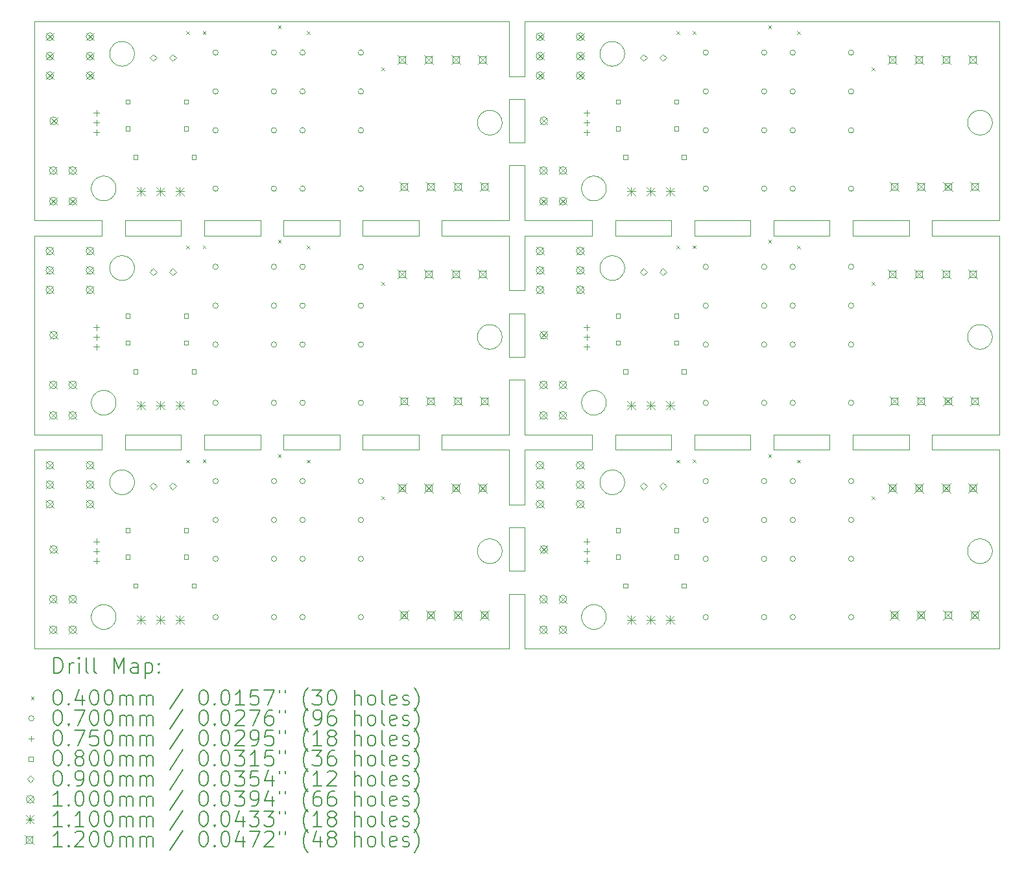
<source format=gbr>
%TF.GenerationSoftware,KiCad,Pcbnew,7.0.9*%
%TF.CreationDate,2024-06-08T21:24:24-04:00*%
%TF.ProjectId,Jackless-Panel,4a61636b-6c65-4737-932d-50616e656c2e,rev?*%
%TF.SameCoordinates,Original*%
%TF.FileFunction,Drillmap*%
%TF.FilePolarity,Positive*%
%FSLAX45Y45*%
G04 Gerber Fmt 4.5, Leading zero omitted, Abs format (unit mm)*
G04 Created by KiCad (PCBNEW 7.0.9) date 2024-06-08 21:24:24*
%MOMM*%
%LPD*%
G01*
G04 APERTURE LIST*
%ADD10C,0.100000*%
%ADD11C,0.200000*%
%ADD12C,0.110000*%
%ADD13C,0.120000*%
G04 APERTURE END LIST*
D10*
X11800000Y-4699950D02*
X11800000Y-4600000D01*
X14448588Y-9075837D02*
X14440932Y-9073598D01*
X20964799Y-3177153D02*
X20971771Y-3181027D01*
X21050456Y-6135929D02*
X21049472Y-6143844D01*
X21038780Y-8982166D02*
X21035523Y-8989448D01*
X20729199Y-3331955D02*
X20728804Y-3323988D01*
X9479744Y-4021522D02*
X9487545Y-4023187D01*
X9831911Y-7943440D02*
X9835523Y-7950552D01*
X14411691Y-9060953D02*
X14404816Y-9056908D01*
X15689986Y-4160107D02*
X15691166Y-4152218D01*
X14373887Y-6008117D02*
X14379562Y-6002512D01*
X9851245Y-5220000D02*
X9851048Y-5227974D01*
X9534688Y-5263336D02*
X9532734Y-5255603D01*
X14495982Y-3158866D02*
X14503943Y-3159359D01*
X11800000Y-7499900D02*
X11800000Y-7400000D01*
X14535254Y-3165235D02*
X14542852Y-3167663D01*
X9664185Y-2260835D02*
X9672088Y-2259753D01*
X9727545Y-8176813D02*
X9719744Y-8178478D01*
X15895254Y-4025235D02*
X15902852Y-4027663D01*
X16251048Y-2427974D02*
X16250456Y-2435929D01*
X15983653Y-4089796D02*
X15987951Y-4096516D01*
X15991708Y-2292177D02*
X15998150Y-2287472D01*
X15928804Y-8023988D02*
X15928804Y-8016012D01*
X9393396Y-9629017D02*
X9400932Y-9626402D01*
X14535254Y-9074765D02*
X14527545Y-9076813D01*
X15808588Y-9624163D02*
X15816345Y-9622306D01*
X16056345Y-5377694D02*
X16048588Y-5375837D01*
X16064185Y-5060835D02*
X16072088Y-5059753D01*
X15979029Y-9876703D02*
X15974089Y-9882966D01*
X14503943Y-8759359D02*
X14511870Y-8760245D01*
X21003310Y-6005279D02*
X21008845Y-6011023D01*
X15692734Y-9744397D02*
X15694687Y-9736664D01*
X14850100Y-3583333D02*
X14849900Y-3583333D01*
X9531166Y-8047782D02*
X9529987Y-8039893D01*
X15934687Y-7976663D02*
X15937021Y-7969036D01*
X20911870Y-3479755D02*
X20903943Y-3480641D01*
X9297021Y-6929036D02*
X9299728Y-6921533D01*
X9591708Y-2292177D02*
X9598150Y-2287472D01*
X21031911Y-8996560D02*
X21027951Y-9003484D01*
X14638780Y-3382166D02*
X14635523Y-3389448D01*
X16231911Y-5143440D02*
X16235523Y-5150552D01*
X9573887Y-2308117D02*
X9579562Y-2302512D01*
X9711870Y-7860245D02*
X9719744Y-7861522D01*
X9598780Y-4117834D02*
X9601672Y-4125267D01*
X9573887Y-5108117D02*
X9579562Y-5102512D01*
X20971771Y-5981027D02*
X20978544Y-5985241D01*
X14849900Y-9183333D02*
X14750000Y-9183333D01*
X16227951Y-5303484D02*
X16223653Y-5310204D01*
X15714156Y-6893129D02*
X15718618Y-6886518D01*
X14464185Y-6279165D02*
X14456345Y-6277694D01*
X16133333Y-4699950D02*
X16133333Y-4600000D01*
X20911870Y-6279755D02*
X20903943Y-6280641D01*
X9463943Y-7140641D02*
X9455982Y-7141134D01*
X16249472Y-5243845D02*
X16248098Y-5251702D01*
X16008098Y-9748298D02*
X16009472Y-9756155D01*
X14614089Y-3217034D02*
X14619029Y-3223297D01*
X9532734Y-2384397D02*
X9534688Y-2376664D01*
X13566667Y-4600000D02*
X13566667Y-4699950D01*
X9539728Y-5161533D02*
X9542804Y-5154173D01*
X20746239Y-6046974D02*
X20750026Y-6039954D01*
X15945100Y-4310215D02*
X15938544Y-4314759D01*
X14391708Y-8792177D02*
X14398150Y-8787472D01*
X16185100Y-7889785D02*
X16191423Y-7894647D01*
X14641672Y-6065267D02*
X14644193Y-6072835D01*
X9819029Y-2323297D02*
X9823654Y-2329796D01*
X20731166Y-3292218D02*
X20732734Y-3284397D01*
X9554156Y-7933129D02*
X9558618Y-7926518D01*
X20825998Y-8772001D02*
X20833396Y-8769017D01*
X9371691Y-4320953D02*
X9364816Y-4316908D01*
X9611245Y-6980000D02*
X9611048Y-6987974D01*
X16235523Y-2350552D02*
X16238780Y-2357834D01*
X20804816Y-6256908D02*
X20798150Y-6252528D01*
X13566667Y-7499900D02*
X13566667Y-7500100D01*
X9471870Y-9620245D02*
X9479744Y-9621522D01*
X14404816Y-3183092D02*
X14411691Y-3179047D01*
X20734688Y-3363336D02*
X20732734Y-3355603D01*
X20997498Y-8799816D02*
X21003310Y-8805279D01*
X10466667Y-7400000D02*
X10466667Y-7499900D01*
X9408588Y-9624163D02*
X9416345Y-9622306D01*
X14585100Y-5989785D02*
X14591423Y-5994647D01*
X9703943Y-2580641D02*
X9695982Y-2581134D01*
X20935254Y-6274765D02*
X20927545Y-6276813D01*
X14448588Y-6275837D02*
X14440932Y-6273598D01*
X9299728Y-4121533D02*
X9302804Y-4114173D01*
X15723402Y-4279865D02*
X15718618Y-4273482D01*
X9339562Y-4062512D02*
X9345507Y-4057194D01*
X9831911Y-8096559D02*
X9827951Y-8103484D01*
X14368496Y-9026004D02*
X14363402Y-9019865D01*
X17166667Y-7400000D02*
X17900000Y-7400000D01*
X17900000Y-4800000D02*
X17166667Y-4800000D01*
X15937021Y-5169036D02*
X15939728Y-5161533D01*
X9510321Y-9630463D02*
X9517643Y-9633629D01*
X9604816Y-2283092D02*
X9611691Y-2279047D01*
X15699728Y-4121533D02*
X15702803Y-4114173D01*
X16227951Y-2336516D02*
X16231911Y-2343440D01*
X15855982Y-9618866D02*
X15863943Y-9619359D01*
X16133333Y-7400000D02*
X16866667Y-7400000D01*
X20798150Y-3452528D02*
X20791708Y-3447823D01*
X9598150Y-2287472D02*
X9604816Y-2283092D01*
X14433396Y-9070983D02*
X14425998Y-9067999D01*
X15739562Y-9662512D02*
X15745507Y-9657194D01*
X15958618Y-5126518D02*
X15963402Y-5120135D01*
X9371691Y-4039047D02*
X9378758Y-4035347D01*
X9424185Y-6820835D02*
X9432088Y-6819753D01*
X15958618Y-5313482D02*
X15954156Y-5306870D01*
X9302804Y-9845827D02*
X9299728Y-9838467D01*
X9841672Y-8074732D02*
X9838780Y-8082166D01*
X20798150Y-3187472D02*
X20804816Y-3183092D01*
X15929199Y-2431955D02*
X15928804Y-2423988D01*
X16244193Y-2372835D02*
X16246337Y-2380518D01*
X15973887Y-8131883D02*
X15968496Y-8126004D01*
X16064185Y-2579165D02*
X16056345Y-2577694D01*
X21051245Y-3320000D02*
X21051048Y-3327974D01*
X16006337Y-9740518D02*
X16008098Y-9748298D01*
X15824185Y-4339165D02*
X15816345Y-4337694D01*
X15991708Y-8147823D02*
X15985507Y-8142806D01*
X17900000Y-7400000D02*
X17900000Y-7499900D01*
X16095982Y-8181134D02*
X16088006Y-8181233D01*
X16111870Y-5060245D02*
X16119744Y-5061522D01*
X20833396Y-9070983D02*
X20825998Y-9067999D01*
X20773887Y-3431883D02*
X20768496Y-3426004D01*
X15887545Y-4336813D02*
X15879744Y-4338478D01*
X9733333Y-4600000D02*
X10466667Y-4600000D01*
X9310026Y-9699954D02*
X9314156Y-9693130D01*
X9318618Y-9686518D02*
X9323402Y-9680135D01*
X9328496Y-6873996D02*
X9333887Y-6868117D01*
X14950000Y-4800000D02*
X14950000Y-5516667D01*
X16103943Y-5059359D02*
X16111870Y-5060245D01*
X14440932Y-5966402D02*
X14448588Y-5964163D01*
X14542852Y-9072337D02*
X14535254Y-9074765D01*
X16250456Y-5204071D02*
X16251048Y-5212026D01*
X15879744Y-9938478D02*
X15871870Y-9939755D01*
X14464185Y-3160835D02*
X14472088Y-3159753D01*
X9424185Y-9620835D02*
X9432088Y-9619753D01*
X15739562Y-4062512D02*
X15745507Y-4057194D01*
X8550000Y-2000000D02*
X8550000Y-4600000D01*
X9479744Y-4338478D02*
X9471870Y-4339755D01*
X14603310Y-6234720D02*
X14597498Y-6240184D01*
X14350026Y-6039954D02*
X14354156Y-6033129D01*
X9598780Y-9717834D02*
X9601672Y-9725268D01*
X20798150Y-5987472D02*
X20804816Y-5983092D01*
X9545100Y-7110215D02*
X9538544Y-7114759D01*
X9618758Y-2564653D02*
X9611691Y-2560953D01*
X9771771Y-2281027D02*
X9778544Y-2285241D01*
X14550321Y-5970463D02*
X14557643Y-5973629D01*
X9583654Y-4089796D02*
X9587951Y-4096516D01*
X9345507Y-9657194D02*
X9351708Y-9652177D01*
X9585507Y-7897194D02*
X9591708Y-7892177D01*
X14650456Y-8935929D02*
X14649472Y-8943845D01*
X16119744Y-2261522D02*
X16127545Y-2263187D01*
X15963402Y-2320135D02*
X15968496Y-2313996D01*
X9554156Y-8106870D02*
X9550026Y-8100046D01*
X9416345Y-4022306D02*
X9424185Y-4020835D01*
X9587951Y-9863484D02*
X9583654Y-9870204D01*
X20833396Y-5969017D02*
X20840932Y-5966402D01*
X14379562Y-6237488D02*
X14373887Y-6231883D01*
X14650456Y-6104071D02*
X14651048Y-6112026D01*
X9750321Y-2569537D02*
X9742852Y-2572337D01*
X16135254Y-5065235D02*
X16142852Y-5067663D01*
X14368496Y-8813996D02*
X14373887Y-8808117D01*
X20742804Y-8854173D02*
X20746239Y-8846974D01*
X20266667Y-7500100D02*
X20266667Y-7499900D01*
X15979562Y-5102512D02*
X15985507Y-5097194D01*
X16238780Y-8082166D02*
X16235523Y-8089448D01*
X16249472Y-5196155D02*
X16250456Y-5204071D01*
X20872088Y-9080247D02*
X20864185Y-9079165D01*
X9568845Y-4288977D02*
X9563310Y-4294721D01*
X10466667Y-4800000D02*
X9733333Y-4800000D01*
X20732734Y-3284397D02*
X20734688Y-3276663D01*
X21014089Y-6222966D02*
X21008845Y-6228976D01*
X9440035Y-6819063D02*
X9448006Y-6818767D01*
X15714156Y-7066870D02*
X15710026Y-7060046D01*
X14527545Y-3476813D02*
X14519744Y-3478478D01*
X9573887Y-8131883D02*
X9568496Y-8126004D01*
X9598150Y-7887472D02*
X9604816Y-7883092D01*
X9433333Y-7600000D02*
X8550000Y-7600000D01*
X9531166Y-5192218D02*
X9532734Y-5184397D01*
X20971771Y-8781027D02*
X20978544Y-8785241D01*
X9568845Y-9671023D02*
X9574089Y-9677034D01*
X9306239Y-4253026D02*
X9302804Y-4245827D01*
X16010456Y-6964071D02*
X16011048Y-6972026D01*
X17900000Y-4699950D02*
X17900000Y-4700150D01*
X16080034Y-5059063D02*
X16088006Y-5058767D01*
X14342803Y-8985827D02*
X14339728Y-8978467D01*
X20991423Y-8794647D02*
X20997498Y-8799816D01*
X16095982Y-5058866D02*
X16103943Y-5059359D01*
X9297021Y-4230964D02*
X9294688Y-4223336D01*
X15929986Y-5239893D02*
X15929199Y-5231955D01*
X16223653Y-7929796D02*
X16227951Y-7936516D01*
X20935254Y-3474765D02*
X20927545Y-3476813D01*
X9585507Y-5097194D02*
X9591708Y-5092177D01*
X9550026Y-2500046D02*
X9546239Y-2493026D01*
X15855982Y-7141134D02*
X15848006Y-7141233D01*
X12533333Y-7499900D02*
X12533333Y-7500100D01*
X14641672Y-6174732D02*
X14638780Y-6182166D01*
X16080034Y-8180937D02*
X16072088Y-8180247D01*
X21019029Y-3416703D02*
X21014089Y-3422966D01*
X9448006Y-6818767D02*
X9455982Y-6818866D01*
X21046337Y-3359481D02*
X21044193Y-3367165D01*
X15833333Y-4699950D02*
X15833333Y-4700150D01*
X13566667Y-7400000D02*
X13566667Y-7499900D01*
X9604816Y-8156908D02*
X9598150Y-8152528D01*
X9532734Y-5184397D02*
X9534688Y-5176664D01*
X9432088Y-9619753D02*
X9440035Y-9619063D01*
X20728804Y-3316012D02*
X20729199Y-3308045D01*
X21044193Y-6072835D02*
X21046337Y-6080518D01*
X16072088Y-2259753D02*
X16080034Y-2259063D01*
X20779562Y-3437488D02*
X20773887Y-3431883D01*
X15751708Y-9907823D02*
X15745507Y-9902806D01*
X9542804Y-5154173D02*
X9546239Y-5146974D01*
X9585507Y-8142806D02*
X9579562Y-8137488D01*
X16135254Y-7865235D02*
X16142852Y-7867663D01*
X9542804Y-2354173D02*
X9546239Y-2346974D01*
X15995523Y-7049448D02*
X15991911Y-7056559D01*
X15931771Y-9641027D02*
X15938544Y-9645241D01*
X14542852Y-8767663D02*
X14550321Y-8770463D01*
X9291166Y-9807782D02*
X9289987Y-9799893D01*
X9656345Y-2577694D02*
X9648588Y-2575837D01*
X14750000Y-7400000D02*
X14750000Y-6683333D01*
X14418758Y-8775347D02*
X14425998Y-8772001D01*
X15745507Y-7102806D02*
X15739562Y-7097488D01*
X15998780Y-6917834D02*
X16001672Y-6925267D01*
X15963310Y-4065279D02*
X15968845Y-4071023D01*
X14535254Y-5965235D02*
X14542852Y-5967663D01*
X9851048Y-8027974D02*
X9850456Y-8035929D01*
X16088006Y-8181233D02*
X16080034Y-8180937D01*
X9797498Y-2540184D02*
X9791423Y-2545353D01*
X15945100Y-7110215D02*
X15938544Y-7114759D01*
X14850100Y-3016667D02*
X14950000Y-3016667D01*
X20811691Y-6260953D02*
X20804816Y-6256908D01*
X14385507Y-8797194D02*
X14391708Y-8792177D01*
X14411691Y-6260953D02*
X14404816Y-6256908D01*
X9771771Y-7881027D02*
X9778544Y-7885241D01*
X15902852Y-7132337D02*
X15895254Y-7134765D01*
X19233333Y-7400000D02*
X19966667Y-7400000D01*
X15991708Y-5092177D02*
X15998150Y-5087472D01*
X9574089Y-4077034D02*
X9579029Y-4083297D01*
X20785507Y-3197194D02*
X20791708Y-3192177D01*
X14557643Y-5973629D02*
X14564798Y-5977153D01*
X20773887Y-3208117D02*
X20779562Y-3202512D01*
X20872088Y-5959753D02*
X20880035Y-5959063D01*
X9841672Y-2474732D02*
X9838780Y-2482166D01*
X16006337Y-4219482D02*
X16004193Y-4227165D01*
X14631911Y-8843440D02*
X14635523Y-8850552D01*
X14519744Y-9078478D02*
X14511870Y-9079755D01*
X9568845Y-9888977D02*
X9563310Y-9894721D01*
X14339728Y-3261533D02*
X14342803Y-3254173D01*
X15945100Y-6849785D02*
X15951423Y-6854647D01*
X14564798Y-5977153D02*
X14571771Y-5981027D01*
X14578544Y-3454759D02*
X14571771Y-3458973D01*
X9487545Y-4336813D02*
X9479744Y-4338478D01*
X9750321Y-7870463D02*
X9757643Y-7873629D01*
X15778758Y-4035347D02*
X15785998Y-4032001D01*
X16004193Y-7027165D02*
X16001672Y-7034732D01*
X9502852Y-4332337D02*
X9495254Y-4334765D01*
X15979029Y-7076703D02*
X15974089Y-7082966D01*
X15833333Y-4600000D02*
X15833333Y-4699950D01*
X20997498Y-9040184D02*
X20991423Y-9045353D01*
X9371691Y-9920953D02*
X9364816Y-9916908D01*
X17166667Y-7500100D02*
X17166667Y-7499900D01*
X20731166Y-8892218D02*
X20732734Y-8884397D01*
X15706239Y-4106974D02*
X15710026Y-4099954D01*
X20734688Y-8963336D02*
X20732734Y-8955603D01*
X20732734Y-3355603D02*
X20731166Y-3347782D01*
X15929199Y-5208045D02*
X15929986Y-5200107D01*
X14614089Y-8817034D02*
X14619029Y-8823297D01*
X21051245Y-6120000D02*
X21051048Y-6127974D01*
X20818758Y-8775347D02*
X20825998Y-8772001D01*
X9688006Y-2581233D02*
X9680035Y-2580937D01*
X21046337Y-8880518D02*
X21048098Y-8888298D01*
X15863943Y-9940641D02*
X15855982Y-9941134D01*
X14550321Y-9069537D02*
X14542852Y-9072337D01*
X9848098Y-7988298D02*
X9849472Y-7996155D01*
X21023654Y-3410204D02*
X21019029Y-3416703D01*
X15902852Y-9627663D02*
X15910321Y-9630463D01*
X9604816Y-5356908D02*
X9598150Y-5352528D01*
X15689986Y-9799893D02*
X15689199Y-9791955D01*
X21041672Y-6174732D02*
X21038780Y-6182166D01*
X9455982Y-9618866D02*
X9463943Y-9619359D01*
X14571771Y-9058973D02*
X14564798Y-9062847D01*
X15706239Y-4253026D02*
X15702803Y-4245827D01*
X9808845Y-5328977D02*
X9803310Y-5334721D01*
X16150321Y-5070463D02*
X16157643Y-5073629D01*
X15733887Y-7091883D02*
X15728496Y-7086004D01*
X9333887Y-9668117D02*
X9339562Y-9662512D01*
X16040932Y-7866402D02*
X16048588Y-7864163D01*
X20731166Y-6092218D02*
X20732734Y-6084397D01*
X16231911Y-2496560D02*
X16227951Y-2503484D01*
X14519744Y-3161522D02*
X14527545Y-3163187D01*
X14488006Y-9081233D02*
X14480034Y-9080937D01*
X20840932Y-9073598D02*
X20833396Y-9070983D01*
X16040932Y-5373598D02*
X16033396Y-5370983D01*
X20750026Y-8839954D02*
X20754156Y-8833130D01*
X9351708Y-9907823D02*
X9345507Y-9902806D01*
X9611048Y-4187974D02*
X9610456Y-4195929D01*
X14511870Y-9079755D02*
X14503943Y-9080641D01*
X9695982Y-7858866D02*
X9703943Y-7859359D01*
X15939728Y-5278467D02*
X15937021Y-5270964D01*
X15691166Y-6952218D02*
X15692734Y-6944397D01*
X16227951Y-2503484D02*
X16223653Y-2510204D01*
X14849900Y-3583333D02*
X14750000Y-3583333D01*
X16208845Y-5111023D02*
X16214089Y-5117034D01*
X9835523Y-5150552D02*
X9838780Y-5157834D01*
X9528804Y-2423988D02*
X9528804Y-2416012D01*
X20729987Y-8939893D02*
X20729199Y-8931955D01*
X9568496Y-8126004D02*
X9563402Y-8119865D01*
X16191423Y-2294647D02*
X16197498Y-2299816D01*
X20798150Y-6252528D02*
X20791708Y-6247823D01*
X15924798Y-6837153D02*
X15931771Y-6841027D01*
X10466667Y-7500100D02*
X10466667Y-7600000D01*
X15745507Y-6857194D02*
X15751708Y-6852177D01*
X15689986Y-6999893D02*
X15689199Y-6991955D01*
X15785998Y-4327999D02*
X15778758Y-4324653D01*
X15917643Y-4326371D02*
X15910321Y-4329537D01*
X15929986Y-5200107D02*
X15931166Y-5192218D01*
X9393396Y-9930983D02*
X9385998Y-9927999D01*
X15816345Y-9937694D02*
X15808588Y-9935837D01*
X15934687Y-2376664D02*
X15937021Y-2369036D01*
X9735254Y-2265235D02*
X9742852Y-2267663D01*
X9448006Y-4018767D02*
X9455982Y-4018866D01*
X16018758Y-7875347D02*
X16025998Y-7872001D01*
X14379562Y-3202512D02*
X14385507Y-3197194D01*
X20758618Y-6213482D02*
X20754156Y-6206870D01*
X15833333Y-4800000D02*
X14950000Y-4800000D01*
X20856345Y-5962306D02*
X20864185Y-5960835D01*
X20927545Y-5963187D02*
X20935254Y-5965235D01*
X15816345Y-7137694D02*
X15808588Y-7135837D01*
X20919744Y-3161522D02*
X20927545Y-3163187D01*
X9604816Y-7883092D02*
X9611691Y-7879047D01*
X14433396Y-6270983D02*
X14425998Y-6267999D01*
X15833333Y-4700150D02*
X15833333Y-4800000D01*
X14350026Y-3400046D02*
X14346239Y-3393026D01*
X9711870Y-8179755D02*
X9703943Y-8180641D01*
X20758618Y-9013482D02*
X20754156Y-9006870D01*
X14337021Y-8869036D02*
X14339728Y-8861533D01*
X9791423Y-5094647D02*
X9797498Y-5099816D01*
X9771771Y-5358973D02*
X9764799Y-5362847D01*
X15934687Y-5263336D02*
X15932734Y-5255603D01*
X9302804Y-7045827D02*
X9299728Y-7038467D01*
X19233333Y-7500100D02*
X19233333Y-7499900D01*
X9633396Y-8170983D02*
X9625998Y-8167999D01*
X16033396Y-7869017D02*
X16040932Y-7866402D01*
X14488006Y-3158767D02*
X14495982Y-3158866D01*
X9292734Y-4144397D02*
X9294688Y-4136663D01*
X11500000Y-4700150D02*
X11500000Y-4800000D01*
X9314156Y-6893129D02*
X9318618Y-6886518D01*
X20942852Y-9072337D02*
X20935254Y-9074765D01*
X9849472Y-5196155D02*
X9850456Y-5204071D01*
X20763402Y-3220135D02*
X20768496Y-3213996D01*
X15855982Y-4018866D02*
X15863943Y-4019359D01*
X14418758Y-6264653D02*
X14411691Y-6260953D01*
X9288804Y-4176012D02*
X9289199Y-4168045D01*
X9385998Y-9632001D02*
X9393396Y-9629017D01*
X9585507Y-2297194D02*
X9591708Y-2292177D01*
X9750321Y-8169537D02*
X9742852Y-8172337D01*
X9495254Y-9934765D02*
X9487545Y-9936813D01*
X9735254Y-8174765D02*
X9727545Y-8176813D01*
X9609472Y-7003844D02*
X9608098Y-7011702D01*
X16011691Y-5079047D02*
X16018758Y-5075347D01*
X21008845Y-3211023D02*
X21014089Y-3217034D01*
X9292734Y-4215603D02*
X9291166Y-4207782D01*
X21150000Y-4800000D02*
X20266667Y-4800000D01*
X16008098Y-9811702D02*
X16006337Y-9819482D01*
X20825998Y-3172001D02*
X20833396Y-3169017D01*
X15968496Y-2526004D02*
X15963402Y-2519865D01*
X15932734Y-5255603D02*
X15931166Y-5247782D01*
X20919744Y-8761522D02*
X20927545Y-8763187D01*
X15987951Y-7063484D02*
X15983653Y-7070204D01*
X9292734Y-7015603D02*
X9291166Y-7007782D01*
X9680035Y-2580937D02*
X9672088Y-2580247D01*
X14627951Y-9003484D02*
X14623653Y-9010204D01*
X15758150Y-6847472D02*
X15764816Y-6843092D01*
X16033396Y-2269017D02*
X16040932Y-2266402D01*
X16009472Y-4203845D02*
X16008098Y-4211702D01*
X9672088Y-7859753D02*
X9680035Y-7859063D01*
X9606337Y-9819482D02*
X9604193Y-9827165D01*
X9750321Y-2270463D02*
X9757643Y-2273629D01*
X9848098Y-5188298D02*
X9849472Y-5196155D01*
X9568496Y-5326004D02*
X9563402Y-5319865D01*
X9609472Y-4203845D02*
X9608098Y-4211702D01*
X9591911Y-9703440D02*
X9595523Y-9710552D01*
X9297021Y-9830964D02*
X9294688Y-9823336D01*
X14418758Y-3175347D02*
X14425998Y-3172001D01*
X16080034Y-2259063D02*
X16088006Y-2258767D01*
X20825998Y-9067999D02*
X20818758Y-9064653D01*
X21046337Y-6080518D02*
X21048098Y-6088298D01*
X14651048Y-3312026D02*
X14651245Y-3320000D01*
X9314156Y-4093129D02*
X9318618Y-4086518D01*
X15998150Y-8152528D02*
X15991708Y-8147823D01*
X21150000Y-7600000D02*
X20266667Y-7600000D01*
X9844193Y-5267165D02*
X9841672Y-5274732D01*
X14332734Y-8884397D02*
X14334687Y-8876664D01*
X15917643Y-9633629D02*
X15924798Y-9637153D01*
X14950000Y-10200000D02*
X21150000Y-10200000D01*
X9664185Y-7860835D02*
X9672088Y-7859753D01*
X20833396Y-3470983D02*
X20825998Y-3467999D01*
X9591911Y-7056559D02*
X9587951Y-7063484D01*
X9529987Y-5200107D02*
X9531166Y-5192218D01*
X16048588Y-2575837D02*
X16040932Y-2573598D01*
X14488006Y-6281233D02*
X14480034Y-6280937D01*
X14398150Y-9052528D02*
X14391708Y-9047823D01*
X15957498Y-7100184D02*
X15951423Y-7105353D01*
X9808845Y-2528977D02*
X9803310Y-2534721D01*
X20742804Y-8985827D02*
X20739728Y-8978467D01*
X15706239Y-9853026D02*
X15702803Y-9845827D01*
X15946239Y-2346974D02*
X15950026Y-2339954D01*
X15739562Y-6862512D02*
X15745507Y-6857194D01*
X16142852Y-2267663D02*
X16150321Y-2270463D01*
X20825998Y-5972001D02*
X20833396Y-5969017D01*
X21023654Y-6210204D02*
X21019029Y-6216703D01*
X9289199Y-6991955D02*
X9288804Y-6983988D01*
X20737021Y-8970964D02*
X20734688Y-8963336D01*
X20971771Y-3458973D02*
X20964799Y-3462847D01*
X9611691Y-2560953D02*
X9604816Y-2556908D01*
X15692734Y-4144397D02*
X15694687Y-4136663D01*
X16009472Y-7003844D02*
X16008098Y-7011702D01*
X16866667Y-4800000D02*
X16133333Y-4800000D01*
X9318618Y-9873482D02*
X9314156Y-9866870D01*
X20798150Y-9052528D02*
X20791708Y-9047823D01*
X9471870Y-4339755D02*
X9463943Y-4340641D01*
X21048098Y-6151702D02*
X21046337Y-6159481D01*
X20746239Y-8993026D02*
X20742804Y-8985827D01*
X9288804Y-6983988D02*
X9288804Y-6976012D01*
X9703943Y-5059359D02*
X9711870Y-5060245D01*
X14433396Y-8769017D02*
X14440932Y-8766402D01*
X15974089Y-9882966D02*
X15968845Y-9888977D01*
X15733887Y-4291883D02*
X15728496Y-4286004D01*
X9416345Y-9622306D02*
X9424185Y-9620835D01*
X16235523Y-5289448D02*
X16231911Y-5296560D01*
X20964799Y-8777153D02*
X20971771Y-8781027D01*
X15929199Y-8008045D02*
X15929986Y-8000107D01*
X14750000Y-2716667D02*
X14750000Y-2000000D01*
X14425998Y-6267999D02*
X14418758Y-6264653D01*
X9440035Y-4019063D02*
X9448006Y-4018767D01*
X9323402Y-9680135D02*
X9328496Y-9673996D01*
X14411691Y-3460953D02*
X14404816Y-3456908D01*
X15689986Y-6960107D02*
X15691166Y-6952218D01*
X9595523Y-9849448D02*
X9591911Y-9856560D01*
X9539728Y-7961533D02*
X9542804Y-7954173D01*
X9502852Y-9627663D02*
X9510321Y-9630463D01*
X15739562Y-7097488D02*
X15733887Y-7091883D01*
X14850100Y-8316667D02*
X14849900Y-8316667D01*
X20985100Y-8789785D02*
X20991423Y-8794647D01*
X15937021Y-7969036D02*
X15939728Y-7961533D01*
X9591708Y-2547823D02*
X9585507Y-2542806D01*
X14623653Y-9010204D02*
X14619029Y-9016703D01*
X15751708Y-7107823D02*
X15745507Y-7102806D01*
X14571771Y-5981027D02*
X14578544Y-5985241D01*
X9531771Y-4318973D02*
X9524799Y-4322847D01*
X10766667Y-7400000D02*
X11500000Y-7400000D01*
X9400932Y-4333598D02*
X9393396Y-4330983D01*
X9846337Y-2380518D02*
X9848098Y-2388298D01*
X14623653Y-3410204D02*
X14619029Y-3416703D01*
X9487545Y-7136813D02*
X9479744Y-7138478D01*
X15991911Y-6903440D02*
X15995523Y-6910552D01*
X15887545Y-7136813D02*
X15879744Y-7138478D01*
X16056345Y-5062306D02*
X16064185Y-5060835D01*
X20266667Y-4600000D02*
X21150000Y-4600000D01*
X16080034Y-7859063D02*
X16088006Y-7858767D01*
X16150321Y-7870463D02*
X16157643Y-7873629D01*
X15902852Y-4027663D02*
X15910321Y-4030463D01*
X14329199Y-6108045D02*
X14329986Y-6100107D01*
X18933333Y-4699950D02*
X18933333Y-4700150D01*
X14342803Y-8854173D02*
X14346239Y-8846974D01*
X9579562Y-8137488D02*
X9573887Y-8131883D01*
X21038780Y-8857834D02*
X21041672Y-8865268D01*
X16048588Y-7864163D02*
X16056345Y-7862306D01*
X9785100Y-2550215D02*
X9778544Y-2554759D01*
X14950000Y-5516667D02*
X14850100Y-5516667D01*
X8550000Y-7400000D02*
X9433333Y-7400000D01*
X14641672Y-3374732D02*
X14638780Y-3382166D01*
X9393396Y-4029017D02*
X9400932Y-4026402D01*
X9823654Y-8110204D02*
X9819029Y-8116703D01*
X9432088Y-4340247D02*
X9424185Y-4339165D01*
X15871870Y-9939755D02*
X15863943Y-9940641D01*
X14649472Y-6143844D02*
X14648098Y-6151702D01*
X14591423Y-9045353D02*
X14585100Y-9050215D01*
X18933333Y-7500100D02*
X18933333Y-7600000D01*
X20729199Y-3308045D02*
X20729987Y-3300107D01*
X14495982Y-8758866D02*
X14503943Y-8759359D01*
X9591911Y-4256560D02*
X9587951Y-4263484D01*
X14448588Y-3164163D02*
X14456345Y-3162306D01*
X9595523Y-6910552D02*
X9598780Y-6917834D01*
X14354156Y-9006870D02*
X14350026Y-9000046D01*
X9529199Y-2408045D02*
X9529987Y-2400107D01*
X20739728Y-8861533D02*
X20742804Y-8854173D01*
X14597498Y-8799816D02*
X14603310Y-8805279D01*
X9358150Y-4312528D02*
X9351708Y-4307823D01*
X9302804Y-9714173D02*
X9306239Y-9706974D01*
X16178544Y-8154759D02*
X16171771Y-8158973D01*
X21049472Y-6096155D02*
X21050456Y-6104071D01*
X20266667Y-7400000D02*
X21150000Y-7400000D01*
X14398150Y-3452528D02*
X14391708Y-3447823D01*
X15808588Y-9935837D02*
X15800932Y-9933598D01*
X9551423Y-4305353D02*
X9545100Y-4310215D01*
X16040932Y-5066402D02*
X16048588Y-5064163D01*
X9618758Y-7875347D02*
X9625998Y-7872001D01*
X21019029Y-6216703D02*
X21014089Y-6222966D01*
X15929986Y-8039893D02*
X15929199Y-8031955D01*
X12833333Y-7499900D02*
X12833333Y-7400000D01*
X14646337Y-8959482D02*
X14644193Y-8967165D01*
X9528804Y-5216012D02*
X9529199Y-5208045D01*
X9778544Y-2554759D02*
X9771771Y-2558973D01*
X9310026Y-7060046D02*
X9306239Y-7053026D01*
X16249472Y-2396155D02*
X16250456Y-2404071D01*
X19966667Y-4699950D02*
X19966667Y-4700150D01*
X16004816Y-2283092D02*
X16011691Y-2279047D01*
X15832088Y-7140247D02*
X15824185Y-7139165D01*
X20971771Y-3181027D02*
X20978544Y-3185241D01*
X9764799Y-5077153D02*
X9771771Y-5081027D01*
X16164798Y-5077153D02*
X16171771Y-5081027D01*
X14503943Y-9080641D02*
X14495982Y-9081134D01*
X9448006Y-7141233D02*
X9440035Y-7140937D01*
X14849900Y-8316667D02*
X14750000Y-8316667D01*
X14635523Y-3250552D02*
X14638780Y-3257834D01*
X15974089Y-6877034D02*
X15979029Y-6883297D01*
X20791708Y-3447823D02*
X20785507Y-3442806D01*
X9664185Y-2579165D02*
X9656345Y-2577694D01*
X16197498Y-8140184D02*
X16191423Y-8145353D01*
X9711870Y-5060245D02*
X9719744Y-5061522D01*
X9803310Y-8134720D02*
X9797498Y-8140184D01*
X15697021Y-7030964D02*
X15694687Y-7023336D01*
X9339562Y-9662512D02*
X9345507Y-9657194D01*
X9323402Y-9879865D02*
X9318618Y-9873482D01*
X9742852Y-7867663D02*
X9750321Y-7870463D01*
X15991911Y-7056559D02*
X15987951Y-7063484D01*
X15848006Y-4018767D02*
X15855982Y-4018866D01*
X16150321Y-2569537D02*
X16142852Y-2572337D01*
X15702803Y-7045827D02*
X15699728Y-7038467D01*
X20903943Y-9080641D02*
X20895982Y-9081134D01*
X15778758Y-9924653D02*
X15771691Y-9920953D01*
X14495982Y-6281134D02*
X14488006Y-6281233D01*
X14585100Y-6250215D02*
X14578544Y-6254759D01*
X14334687Y-8963336D02*
X14332734Y-8955603D01*
X17166667Y-4700150D02*
X17166667Y-4699950D01*
X14418758Y-5975347D02*
X14425998Y-5972001D01*
X9611245Y-9780000D02*
X9611048Y-9787974D01*
X9688006Y-7858767D02*
X9695982Y-7858866D01*
X9539728Y-2478467D02*
X9537021Y-2470964D01*
X9573887Y-2531883D02*
X9568496Y-2526004D01*
X15902852Y-4332337D02*
X15895254Y-4334765D01*
X15771691Y-9920953D02*
X15764816Y-9916908D01*
X20856345Y-3162306D02*
X20864185Y-3160835D01*
X18933333Y-4600000D02*
X18933333Y-4699950D01*
X9378758Y-9924653D02*
X9371691Y-9920953D01*
X9618758Y-5075347D02*
X9625998Y-5072001D01*
X9703943Y-2259359D02*
X9711870Y-2260245D01*
X16006337Y-7019481D02*
X16004193Y-7027165D01*
X9595523Y-7049448D02*
X9591911Y-7056559D01*
X14464185Y-9079165D02*
X14456345Y-9077694D01*
X9455982Y-6818866D02*
X9463943Y-6819359D01*
X14363402Y-3220135D02*
X14368496Y-3213996D01*
X9851245Y-8020000D02*
X9851048Y-8027974D01*
X9563310Y-9894721D02*
X9557498Y-9900184D01*
X14404816Y-3456908D02*
X14398150Y-3452528D01*
X21051048Y-8927974D02*
X21050456Y-8935929D01*
X15691166Y-4152218D02*
X15692734Y-4144397D01*
X16191423Y-5345353D02*
X16185100Y-5350215D01*
X15942803Y-2354173D02*
X15946239Y-2346974D01*
X20903943Y-3480641D02*
X20895982Y-3481134D01*
X21031911Y-8843440D02*
X21035523Y-8850552D01*
X14350026Y-8839954D02*
X14354156Y-8833130D01*
X16241672Y-8074732D02*
X16238780Y-8082166D01*
X14527545Y-6276813D02*
X14519744Y-6278478D01*
X20768496Y-3426004D02*
X20763402Y-3419865D01*
X20911870Y-3160245D02*
X20919744Y-3161522D01*
X15793396Y-6829017D02*
X15800932Y-6826402D01*
X14373887Y-3431883D02*
X14368496Y-3426004D01*
X16111870Y-8179755D02*
X16103943Y-8180641D01*
X9803310Y-5105279D02*
X9808845Y-5111023D01*
X9563402Y-2320135D02*
X9568496Y-2313996D01*
X20732734Y-6084397D02*
X20734688Y-6076663D01*
X16010456Y-6995929D02*
X16009472Y-7003844D01*
X20785507Y-8797194D02*
X20791708Y-8792177D01*
X9583654Y-9870204D02*
X9579029Y-9876703D01*
X9680035Y-2259063D02*
X9688006Y-2258767D01*
X14591423Y-8794647D02*
X14597498Y-8799816D01*
X16040932Y-2266402D02*
X16048588Y-2264163D01*
X20911870Y-8760245D02*
X20919744Y-8761522D01*
X16088006Y-2581233D02*
X16080034Y-2580937D01*
X15745507Y-9657194D02*
X15751708Y-9652177D01*
X16048588Y-5064163D02*
X16056345Y-5062306D01*
X15979562Y-7902512D02*
X15985507Y-7897194D01*
X14425998Y-8772001D02*
X14433396Y-8769017D01*
X9408588Y-4024163D02*
X9416345Y-4022306D01*
X15979562Y-2537488D02*
X15973887Y-2531883D01*
X9778544Y-5354759D02*
X9771771Y-5358973D01*
X15728496Y-9673996D02*
X15733887Y-9668117D01*
X15714156Y-4093129D02*
X15718618Y-4086518D01*
X9604193Y-4227165D02*
X9601672Y-4234732D01*
X16214089Y-2317034D02*
X16219029Y-2323297D01*
X21023654Y-3229796D02*
X21027951Y-3236516D01*
X20791708Y-8792177D02*
X20798150Y-8787472D01*
X16004816Y-7883092D02*
X16011691Y-7879047D01*
X14368496Y-3426004D02*
X14363402Y-3419865D01*
X9695982Y-5381134D02*
X9688006Y-5381233D01*
X21014089Y-6017034D02*
X21019029Y-6023297D01*
X9573887Y-7908117D02*
X9579562Y-7902512D01*
X9574089Y-9677034D02*
X9579029Y-9683297D01*
X16133333Y-4700150D02*
X16133333Y-4699950D01*
X14404816Y-9056908D02*
X14398150Y-9052528D01*
X16008098Y-4148298D02*
X16009472Y-4156155D01*
X9680035Y-8180937D02*
X9672088Y-8180247D01*
X15998150Y-2552528D02*
X15991708Y-2547823D01*
X15824185Y-7139165D02*
X15816345Y-7137694D01*
X9610456Y-6964071D02*
X9611048Y-6972026D01*
X20818758Y-3175347D02*
X20825998Y-3172001D01*
X20957643Y-9066371D02*
X20950321Y-9069537D01*
X9531771Y-9641027D02*
X9538544Y-9645241D01*
X17900000Y-7499900D02*
X17900000Y-7500100D01*
X16246337Y-8059481D02*
X16244193Y-8067165D01*
X9838780Y-8082166D02*
X9835523Y-8089448D01*
X9288804Y-9783988D02*
X9288804Y-9776012D01*
X9719744Y-8178478D02*
X9711870Y-8179755D01*
X9851048Y-2427974D02*
X9850456Y-2435929D01*
X9297021Y-7030964D02*
X9294688Y-7023336D01*
X16191423Y-8145353D02*
X16185100Y-8150215D01*
X13866667Y-4700150D02*
X13866667Y-4699950D01*
X9510321Y-7129537D02*
X9502852Y-7132337D01*
X15957498Y-4059816D02*
X15963310Y-4065279D01*
X20818758Y-6264653D02*
X20811691Y-6260953D01*
X21044193Y-8872835D02*
X21046337Y-8880518D01*
X9664185Y-8179165D02*
X9656345Y-8177694D01*
X15887545Y-9623187D02*
X15895254Y-9625235D01*
X20768496Y-9026004D02*
X20763402Y-9019865D01*
X14638780Y-6182166D02*
X14635523Y-6189448D01*
X15723402Y-4080135D02*
X15728496Y-4073996D01*
X14644193Y-3367165D02*
X14641672Y-3374732D01*
X9289987Y-4199893D02*
X9289199Y-4191955D01*
X9328496Y-9886004D02*
X9323402Y-9879865D01*
X9791423Y-7894647D02*
X9797498Y-7899816D01*
X16040932Y-2573598D02*
X16033396Y-2570983D01*
X9534688Y-7976663D02*
X9537021Y-7969036D01*
X20872088Y-6280247D02*
X20864185Y-6279165D01*
X16866667Y-7600000D02*
X16133333Y-7600000D01*
X21003310Y-6234720D02*
X20997498Y-6240184D01*
X20903943Y-5959359D02*
X20911870Y-5960245D01*
X15840034Y-7140937D02*
X15832088Y-7140247D01*
X9333887Y-4068117D02*
X9339562Y-4062512D01*
X9323402Y-4080135D02*
X9328496Y-4073996D01*
X15917643Y-9926371D02*
X15910321Y-9929537D01*
X9502852Y-4027663D02*
X9510321Y-4030463D01*
X15887545Y-6823187D02*
X15895254Y-6825235D01*
X9640932Y-5066402D02*
X9648588Y-5064163D01*
X15942803Y-8085827D02*
X15939728Y-8078467D01*
X9524799Y-4322847D02*
X9517643Y-4326371D01*
X9604193Y-4132835D02*
X9606337Y-4140518D01*
X20985100Y-5989785D02*
X20991423Y-5994647D01*
X14331166Y-8947782D02*
X14329986Y-8939893D01*
X16171771Y-7881027D02*
X16178544Y-7885241D01*
X14472088Y-3159753D02*
X14480034Y-3159063D01*
X16208845Y-7911023D02*
X16214089Y-7917034D01*
X14648098Y-6151702D02*
X14646337Y-6159481D01*
X15733887Y-6868117D02*
X15739562Y-6862512D01*
X16227951Y-7936516D02*
X16231911Y-7943440D01*
X16178544Y-5085241D02*
X16185100Y-5089785D01*
X14619029Y-6023297D02*
X14623653Y-6029796D01*
X15808588Y-7135837D02*
X15800932Y-7133598D01*
X14368496Y-3213996D02*
X14373887Y-3208117D01*
X16004816Y-5083092D02*
X16011691Y-5079047D01*
X20746239Y-3246974D02*
X20750026Y-3239954D01*
X16001672Y-7034732D02*
X15998780Y-7042166D01*
X9608098Y-7011702D02*
X9606337Y-7019481D01*
X9537021Y-5270964D02*
X9534688Y-5263336D01*
X14346239Y-6046974D02*
X14350026Y-6039954D01*
X15824185Y-6820835D02*
X15832088Y-6819753D01*
X14358618Y-9013482D02*
X14354156Y-9006870D01*
X16203310Y-2305279D02*
X16208845Y-2311023D01*
X9757643Y-5366371D02*
X9750321Y-5369537D01*
X15950026Y-7939954D02*
X15954156Y-7933129D01*
X9557498Y-9659816D02*
X9563310Y-9665279D01*
X14379562Y-6002512D02*
X14385507Y-5997194D01*
X14358618Y-6213482D02*
X14354156Y-6206870D01*
X15995523Y-4110552D02*
X15998780Y-4117834D01*
X9648588Y-5064163D02*
X9656345Y-5062306D01*
X8550000Y-10200000D02*
X14750000Y-10200000D01*
X14519744Y-8761522D02*
X14527545Y-8763187D01*
X9463943Y-4340641D02*
X9455982Y-4341134D01*
X14950000Y-2000000D02*
X14950000Y-2716667D01*
X21008845Y-9028977D02*
X21003310Y-9034721D01*
X15995523Y-4249448D02*
X15991911Y-4256560D01*
X14750000Y-8316667D02*
X14750000Y-7600000D01*
X16248098Y-7988298D02*
X16249472Y-7996155D01*
X14578544Y-9054759D02*
X14571771Y-9058973D01*
X9819029Y-7923297D02*
X9823654Y-7929796D01*
X16111870Y-2579755D02*
X16103943Y-2580641D01*
X14564798Y-9062847D02*
X14557643Y-9066371D01*
X9608098Y-4148298D02*
X9609472Y-4156155D01*
X14329199Y-8908045D02*
X14329986Y-8900107D01*
X9640932Y-8173598D02*
X9633396Y-8170983D01*
X15950026Y-5300046D02*
X15946239Y-5293026D01*
X16219029Y-5316703D02*
X16214089Y-5322966D01*
X16246337Y-2380518D02*
X16248098Y-2388298D01*
X15937021Y-8070964D02*
X15934687Y-8063336D01*
X16231911Y-2343440D02*
X16235523Y-2350552D01*
X9289987Y-6999893D02*
X9289199Y-6991955D01*
X15929986Y-8000107D02*
X15931166Y-7992218D01*
X15840034Y-9940937D02*
X15832088Y-9940247D01*
X12533333Y-4800000D02*
X11800000Y-4800000D01*
X9364816Y-9643092D02*
X9371691Y-9639047D01*
X9664185Y-5060835D02*
X9672088Y-5059753D01*
X15998150Y-2287472D02*
X16004816Y-2283092D01*
X14614089Y-3422966D02*
X14608845Y-3428976D01*
X16164798Y-5362847D02*
X16157643Y-5366371D01*
X21051048Y-3312026D02*
X21051245Y-3320000D01*
X20919744Y-5961522D02*
X20927545Y-5963187D01*
X9551423Y-4054647D02*
X9557498Y-4059816D01*
X9608098Y-9748298D02*
X9609472Y-9756155D01*
X9538544Y-4314759D02*
X9531771Y-4318973D01*
X9579029Y-4083297D02*
X9583654Y-4089796D01*
X20833396Y-8769017D02*
X20840932Y-8766402D01*
X15778758Y-9635347D02*
X15785998Y-9632001D01*
X14328804Y-3323988D02*
X14328804Y-3316012D01*
X15863943Y-4340641D02*
X15855982Y-4341134D01*
X14480034Y-3480937D02*
X14472088Y-3480247D01*
X20880035Y-8759063D02*
X20888006Y-8758767D01*
X9479744Y-9621522D02*
X9487545Y-9623187D01*
X14850100Y-2716667D02*
X14849900Y-2716667D01*
X15983653Y-7070204D02*
X15979029Y-7076703D01*
X9314156Y-7066870D02*
X9310026Y-7060046D01*
X9310026Y-6899954D02*
X9314156Y-6893129D01*
X9289987Y-6960107D02*
X9291166Y-6952218D01*
X16142852Y-8172337D02*
X16135254Y-8174765D01*
X14608845Y-6228976D02*
X14603310Y-6234720D01*
X9633396Y-7869017D02*
X9640932Y-7866402D01*
X10766667Y-7499900D02*
X10766667Y-7400000D01*
X14379562Y-8802512D02*
X14385507Y-8797194D01*
X20840932Y-5966402D02*
X20848588Y-5964163D01*
X9610456Y-9795929D02*
X9609472Y-9803845D01*
X20773887Y-9031883D02*
X20768496Y-9026004D01*
X20942852Y-3167663D02*
X20950321Y-3170463D01*
X9545100Y-9910215D02*
X9538544Y-9914759D01*
X15973887Y-5108117D02*
X15979562Y-5102512D01*
X16244193Y-8067165D02*
X16241672Y-8074732D01*
X15808588Y-6824163D02*
X15816345Y-6822306D01*
X16103943Y-8180641D02*
X16095982Y-8181134D01*
X9808845Y-7911023D02*
X9814089Y-7917034D01*
X9546239Y-2346974D02*
X9550026Y-2339954D01*
X15963402Y-2519865D02*
X15958618Y-2513482D01*
X9416345Y-7137694D02*
X9408588Y-7135837D01*
X16866667Y-7500100D02*
X16866667Y-7600000D01*
X20964799Y-6262847D02*
X20957643Y-6266371D01*
X20266667Y-4800000D02*
X20266667Y-4700150D01*
X15937021Y-2470964D02*
X15934687Y-2463336D01*
X20997498Y-3199816D02*
X21003310Y-3205279D01*
X9838780Y-2357834D02*
X9841672Y-2365268D01*
X9433333Y-4600000D02*
X9433333Y-4699950D01*
X14750000Y-9183333D02*
X14750000Y-8616667D01*
X15987951Y-9863484D02*
X15983653Y-9870204D01*
X12833333Y-4800000D02*
X12833333Y-4700150D01*
X21023654Y-8829796D02*
X21027951Y-8836516D01*
X14597498Y-5999816D02*
X14603310Y-6005279D01*
X20971771Y-9058973D02*
X20964799Y-9062847D01*
X16011691Y-2279047D02*
X16018758Y-2275347D01*
X16011048Y-9772026D02*
X16011245Y-9780000D01*
X9563310Y-7094720D02*
X9557498Y-7100184D01*
X20935254Y-8765235D02*
X20942852Y-8767663D01*
X9364816Y-4316908D02*
X9358150Y-4312528D01*
X15764816Y-9643092D02*
X15771691Y-9639047D01*
X9378758Y-4324653D02*
X9371691Y-4320953D01*
X14329986Y-8900107D02*
X14331166Y-8892218D01*
X9408588Y-6824163D02*
X9416345Y-6822306D01*
X15928804Y-2423988D02*
X15928804Y-2416012D01*
X9568845Y-4071023D02*
X9574089Y-4077034D01*
X14614089Y-9022966D02*
X14608845Y-9028977D01*
X16095982Y-5381134D02*
X16088006Y-5381233D01*
X10466667Y-4699950D02*
X10466667Y-4700150D01*
X14627951Y-6036516D02*
X14631911Y-6043440D01*
X16219029Y-8116703D02*
X16214089Y-8122966D01*
X15793396Y-4330983D02*
X15785998Y-4327999D01*
X14456345Y-6277694D02*
X14448588Y-6275837D01*
X15968845Y-7088976D02*
X15963310Y-7094720D01*
X9345507Y-9902806D02*
X9339562Y-9897488D01*
X9432088Y-4019753D02*
X9440035Y-4019063D01*
X20888006Y-9081233D02*
X20880035Y-9080937D01*
X15910321Y-4329537D02*
X15902852Y-4332337D01*
X9587951Y-4096516D02*
X9591911Y-4103440D01*
X18200000Y-4800000D02*
X18200000Y-4700150D01*
X14603310Y-3434720D02*
X14597498Y-3440184D01*
X14644193Y-3272835D02*
X14646337Y-3280518D01*
X11500000Y-4800000D02*
X10766667Y-4800000D01*
X14329986Y-6139893D02*
X14329199Y-6131955D01*
X9531771Y-6841027D02*
X9538544Y-6845241D01*
X15785998Y-4032001D02*
X15793396Y-4029017D01*
X9841672Y-7965267D02*
X9844193Y-7972835D01*
X21049472Y-3296155D02*
X21050456Y-3304071D01*
X9542804Y-2485827D02*
X9539728Y-2478467D01*
X14354156Y-3233129D02*
X14358618Y-3226518D01*
X15979562Y-8137488D02*
X15973887Y-8131883D01*
X14850100Y-8616667D02*
X14950000Y-8616667D01*
X15692734Y-7015603D02*
X15691166Y-7007782D01*
X9625998Y-8167999D02*
X9618758Y-8164653D01*
X14350026Y-3239954D02*
X14354156Y-3233129D01*
X9703943Y-7859359D02*
X9711870Y-7860245D01*
X16127545Y-8176813D02*
X16119744Y-8178478D01*
X15808588Y-4335837D02*
X15800932Y-4333598D01*
X15951423Y-9905353D02*
X15945100Y-9910215D01*
X14332734Y-6084397D02*
X14334687Y-6076663D01*
X9814089Y-8122966D02*
X9808845Y-8128976D01*
X14448588Y-5964163D02*
X14456345Y-5962306D01*
X13866667Y-7499900D02*
X13866667Y-7400000D01*
X10466667Y-4700150D02*
X10466667Y-4800000D01*
X15974089Y-9677034D02*
X15979029Y-9683297D01*
X20985100Y-3189785D02*
X20991423Y-3194647D01*
X14631911Y-6196559D02*
X14627951Y-6203484D01*
X9294688Y-9736664D02*
X9297021Y-9729036D01*
X15979029Y-4276703D02*
X15974089Y-4282966D01*
X9680035Y-5059063D02*
X9688006Y-5058767D01*
X9791423Y-8145353D02*
X9785100Y-8150215D01*
X9371691Y-7120953D02*
X9364816Y-7116908D01*
X15694687Y-4223336D02*
X15692734Y-4215603D01*
X16011048Y-4172026D02*
X16011245Y-4180000D01*
X21044193Y-8967165D02*
X21041672Y-8974732D01*
X15832088Y-6819753D02*
X15840034Y-6819063D01*
X14511870Y-3479755D02*
X14503943Y-3480641D01*
X14750000Y-10200000D02*
X14750000Y-9483333D01*
X20872088Y-8759753D02*
X20880035Y-8759063D01*
X9371691Y-6839047D02*
X9378758Y-6835347D01*
X9297021Y-9729036D02*
X9299728Y-9721533D01*
X9814089Y-5117034D02*
X9819029Y-5123297D01*
X15998780Y-9717834D02*
X16001672Y-9725268D01*
X20978544Y-9054759D02*
X20971771Y-9058973D01*
X9846337Y-5180518D02*
X9848098Y-5188298D01*
X20739728Y-3378467D02*
X20737021Y-3370964D01*
X9351708Y-9652177D02*
X9358150Y-9647472D01*
X20985100Y-3450215D02*
X20978544Y-3454759D01*
X9471870Y-4020245D02*
X9479744Y-4021522D01*
X15934687Y-8063336D02*
X15932734Y-8055603D01*
X16011048Y-9787974D02*
X16010456Y-9795929D01*
X9583654Y-6889796D02*
X9587951Y-6896516D01*
X20746239Y-8846974D02*
X20750026Y-8839954D01*
X21048098Y-3288298D02*
X21049472Y-3296155D01*
X16235523Y-2489448D02*
X16231911Y-2496560D01*
X16080034Y-2580937D02*
X16072088Y-2580247D01*
X14849900Y-5816667D02*
X14850100Y-5816667D01*
X15764816Y-4316908D02*
X15758150Y-4312528D01*
X16185100Y-2289785D02*
X16191423Y-2294647D01*
X15951423Y-9654647D02*
X15957498Y-9659816D01*
X14535254Y-6274765D02*
X14527545Y-6276813D01*
X13866667Y-7600000D02*
X13866667Y-7500100D01*
X16127545Y-7863187D02*
X16135254Y-7865235D01*
X9546239Y-8093026D02*
X9542804Y-8085827D01*
X20825998Y-6267999D02*
X20818758Y-6264653D01*
X9835523Y-5289448D02*
X9831911Y-5296560D01*
X14480034Y-3159063D02*
X14488006Y-3158767D01*
X9568845Y-6871023D02*
X9574089Y-6877034D01*
X20729199Y-8908045D02*
X20729987Y-8900107D01*
X11500000Y-7600000D02*
X10766667Y-7600000D01*
X14849900Y-9483333D02*
X14850100Y-9483333D01*
X20991423Y-5994647D02*
X20997498Y-5999816D01*
X14398150Y-6252528D02*
X14391708Y-6247823D01*
X14750000Y-4600000D02*
X14750000Y-3883333D01*
X9735254Y-2574765D02*
X9727545Y-2576813D01*
X15751708Y-4307823D02*
X15745507Y-4302806D01*
X14644193Y-8872835D02*
X14646337Y-8880518D01*
X16251245Y-8020000D02*
X16251048Y-8027974D01*
X13566667Y-4699950D02*
X13566667Y-4700150D01*
X20840932Y-3166402D02*
X20848588Y-3164163D01*
X9827951Y-2336516D02*
X9831911Y-2343440D01*
X15728496Y-9886004D02*
X15723402Y-9879865D01*
X15958618Y-2326518D02*
X15963402Y-2320135D01*
X15987951Y-6896516D02*
X15991911Y-6903440D01*
X15968845Y-4288977D02*
X15963310Y-4294721D01*
X15910321Y-4030463D02*
X15917643Y-4033629D01*
X9611691Y-8160953D02*
X9604816Y-8156908D01*
X16006337Y-6940518D02*
X16008098Y-6948298D01*
X9848098Y-2451702D02*
X9846337Y-2459482D01*
X9538544Y-7114759D02*
X9531771Y-7118973D01*
X15957498Y-9900184D02*
X15951423Y-9905353D01*
X15718618Y-4273482D02*
X15714156Y-4266870D01*
X9727545Y-2576813D02*
X9719744Y-2578478D01*
X20950321Y-5970463D02*
X20957643Y-5973629D01*
X20734688Y-6076663D02*
X20737021Y-6069036D01*
X9333887Y-9891883D02*
X9328496Y-9886004D01*
X18200000Y-7400000D02*
X18933333Y-7400000D01*
X16246337Y-7980518D02*
X16248098Y-7988298D01*
X21019029Y-8823297D02*
X21023654Y-8829796D01*
X9851048Y-5212026D02*
X9851245Y-5220000D01*
X15706239Y-7053026D02*
X15702803Y-7045827D01*
X20779562Y-9037488D02*
X20773887Y-9031883D01*
X9529987Y-2400107D02*
X9531166Y-2392218D01*
X9808845Y-8128976D02*
X9803310Y-8134720D01*
X21046337Y-6159481D02*
X21044193Y-6167165D01*
X21050456Y-6104071D02*
X21051048Y-6112026D01*
X9591911Y-4103440D02*
X9595523Y-4110552D01*
X9424185Y-4020835D02*
X9432088Y-4019753D01*
X9358150Y-9912528D02*
X9351708Y-9907823D01*
X9424185Y-9939165D02*
X9416345Y-9937694D01*
X16056345Y-8177694D02*
X16048588Y-8175837D01*
X15733887Y-9668117D02*
X15739562Y-9662512D01*
X15929199Y-2408045D02*
X15929986Y-2400107D01*
X20798150Y-8787472D02*
X20804816Y-8783092D01*
X14339728Y-3378467D02*
X14337021Y-3370964D01*
X21049472Y-8943845D02*
X21048098Y-8951702D01*
X16004193Y-9732835D02*
X16006337Y-9740518D01*
X15910321Y-9630463D02*
X15917643Y-9633629D01*
X20991423Y-9045353D02*
X20985100Y-9050215D01*
X14425998Y-5972001D02*
X14433396Y-5969017D01*
X20935254Y-5965235D02*
X20942852Y-5967663D01*
X14608845Y-9028977D02*
X14603310Y-9034721D01*
X14425998Y-3172001D02*
X14433396Y-3169017D01*
X14519744Y-6278478D02*
X14511870Y-6279755D01*
X20779562Y-3202512D02*
X20785507Y-3197194D01*
X14542852Y-3472337D02*
X14535254Y-3474765D01*
X9537021Y-2470964D02*
X9534688Y-2463336D01*
X21035523Y-6189448D02*
X21031911Y-6196559D01*
X14651048Y-6112026D02*
X14651245Y-6120000D01*
X14585100Y-3189785D02*
X14591423Y-3194647D01*
X9371691Y-9639047D02*
X9378758Y-9635347D01*
X16250456Y-8004071D02*
X16251048Y-8012026D01*
X9633396Y-5069017D02*
X9640932Y-5066402D01*
X15954156Y-2506870D02*
X15950026Y-2500046D01*
X14597498Y-3199816D02*
X14603310Y-3205279D01*
X15942803Y-5285827D02*
X15939728Y-5278467D01*
X20833396Y-3169017D02*
X20840932Y-3166402D01*
X9534688Y-2376664D02*
X9537021Y-2369036D01*
X16095982Y-2258866D02*
X16103943Y-2259359D01*
X16088006Y-7858767D02*
X16095982Y-7858866D01*
X14391708Y-5992177D02*
X14398150Y-5987472D01*
X20729987Y-8900107D02*
X20731166Y-8892218D01*
X9827951Y-7936516D02*
X9831911Y-7943440D01*
X9471870Y-7139755D02*
X9463943Y-7140641D01*
X14354156Y-6206870D02*
X14350026Y-6200046D01*
X9579029Y-7076703D02*
X9574089Y-7082966D01*
X16018758Y-5075347D02*
X16025998Y-5072001D01*
X9289199Y-6968045D02*
X9289987Y-6960107D01*
X20732734Y-8955603D02*
X20731166Y-8947782D01*
X14398150Y-5987472D02*
X14404816Y-5983092D01*
X9591708Y-5092177D02*
X9598150Y-5087472D01*
X9557498Y-4300184D02*
X9551423Y-4305353D01*
X20734688Y-3276663D02*
X20737021Y-3269036D01*
X15938544Y-9914759D02*
X15931771Y-9918973D01*
X20811691Y-9060953D02*
X20804816Y-9056908D01*
X9656345Y-8177694D02*
X9648588Y-8175837D01*
X15931771Y-4318973D02*
X15924798Y-4322847D01*
X15895254Y-7134765D02*
X15887545Y-7136813D01*
X20728804Y-6123988D02*
X20728804Y-6116012D01*
X9487545Y-4023187D02*
X9495254Y-4025235D01*
X9558618Y-5313482D02*
X9554156Y-5306870D01*
X9339562Y-9897488D02*
X9333887Y-9891883D01*
X15800932Y-9933598D02*
X15793396Y-9930983D01*
X14385507Y-9042806D02*
X14379562Y-9037488D01*
X18200000Y-4700150D02*
X18200000Y-4699950D01*
X15931166Y-5192218D02*
X15932734Y-5184397D01*
X14564798Y-8777153D02*
X14571771Y-8781027D01*
X16223653Y-2329796D02*
X16227951Y-2336516D01*
X15931771Y-4041027D02*
X15938544Y-4045241D01*
X9591708Y-5347823D02*
X9585507Y-5342806D01*
X19233333Y-4700150D02*
X19233333Y-4699950D01*
X9318618Y-6886518D02*
X9323402Y-6880135D01*
X9841672Y-5274732D02*
X9838780Y-5282166D01*
X15963402Y-5120135D02*
X15968496Y-5113996D01*
X12833333Y-4699950D02*
X12833333Y-4600000D01*
X9563402Y-2519865D02*
X9558618Y-2513482D01*
X12833333Y-7400000D02*
X13566667Y-7400000D01*
X20742804Y-3385827D02*
X20739728Y-3378467D01*
X20729987Y-3300107D02*
X20731166Y-3292218D01*
X9385998Y-6832001D02*
X9393396Y-6829017D01*
X16009472Y-4156155D02*
X16010456Y-4164071D01*
X14379562Y-9037488D02*
X14373887Y-9031883D01*
X14495982Y-3481134D02*
X14488006Y-3481233D01*
X14651245Y-8920000D02*
X14651048Y-8927974D01*
X15706239Y-6906974D02*
X15710026Y-6899954D01*
X15688804Y-9783988D02*
X15688804Y-9776012D01*
X14644193Y-6072835D02*
X14646337Y-6080518D01*
X9432088Y-9940247D02*
X9424185Y-9939165D01*
X9819029Y-5123297D02*
X9823654Y-5129796D01*
X20785507Y-9042806D02*
X20779562Y-9037488D01*
X16164798Y-8162847D02*
X16157643Y-8166371D01*
X9531771Y-9918973D02*
X9524799Y-9922847D01*
X14564798Y-3177153D02*
X14571771Y-3181027D01*
X16248098Y-2451702D02*
X16246337Y-2459482D01*
X14950000Y-9183333D02*
X14850100Y-9183333D01*
X9611691Y-5079047D02*
X9618758Y-5075347D01*
X16251048Y-8012026D02*
X16251245Y-8020000D01*
X9433333Y-7400000D02*
X9433333Y-7499900D01*
X14850100Y-5516667D02*
X14849900Y-5516667D01*
X11800000Y-7600000D02*
X11800000Y-7500100D01*
X20888006Y-8758767D02*
X20895982Y-8758866D01*
X16133333Y-4600000D02*
X16866667Y-4600000D01*
X15739562Y-4297488D02*
X15733887Y-4291883D01*
X14425998Y-9067999D02*
X14418758Y-9064653D01*
X9764799Y-5362847D02*
X9757643Y-5366371D01*
X15983653Y-6889796D02*
X15987951Y-6896516D01*
X10766667Y-4700150D02*
X10766667Y-4699950D01*
X15985507Y-8142806D02*
X15979562Y-8137488D01*
X14950000Y-7600000D02*
X14950000Y-8316667D01*
X9695982Y-2258866D02*
X9703943Y-2259359D01*
X14557643Y-3173629D02*
X14564798Y-3177153D01*
X19966667Y-4800000D02*
X19233333Y-4800000D01*
X15840034Y-6819063D02*
X15848006Y-6818767D01*
X9531166Y-7992218D02*
X9532734Y-7984397D01*
X9764799Y-7877153D02*
X9771771Y-7881027D01*
X15917643Y-4033629D02*
X15924798Y-4037153D01*
X16197498Y-2299816D02*
X16203310Y-2305279D01*
X14363402Y-6020135D02*
X14368496Y-6013996D01*
X20785507Y-6242806D02*
X20779562Y-6237488D01*
X12533333Y-4700150D02*
X12533333Y-4800000D01*
X14950000Y-5816667D02*
X14950000Y-6383333D01*
X14480034Y-5959063D02*
X14488006Y-5958767D01*
X9606337Y-7019481D02*
X9604193Y-7027165D01*
X16197498Y-5099816D02*
X16203310Y-5105279D01*
X20957643Y-5973629D02*
X20964799Y-5977153D01*
X21019029Y-3223297D02*
X21023654Y-3229796D01*
X9778544Y-5085241D02*
X9785100Y-5089785D01*
X15832088Y-9940247D02*
X15824185Y-9939165D01*
X15689199Y-9768045D02*
X15689986Y-9760107D01*
X20791708Y-6247823D02*
X20785507Y-6242806D01*
X9323402Y-7079865D02*
X9318618Y-7073482D01*
X9625998Y-5367999D02*
X9618758Y-5364653D01*
X9688006Y-2258767D02*
X9695982Y-2258866D01*
X21027951Y-6036516D02*
X21031911Y-6043440D01*
X12833333Y-4700150D02*
X12833333Y-4699950D01*
X21041672Y-3265267D02*
X21044193Y-3272835D01*
X9735254Y-5374765D02*
X9727545Y-5376813D01*
X9328496Y-9673996D02*
X9333887Y-9668117D01*
X14646337Y-6159481D02*
X14644193Y-6167165D01*
X11800000Y-7400000D02*
X12533333Y-7400000D01*
X12533333Y-7400000D02*
X12533333Y-7499900D01*
X12533333Y-4600000D02*
X12533333Y-4699950D01*
X20728804Y-3323988D02*
X20728804Y-3316012D01*
X16111870Y-2260245D02*
X16119744Y-2261522D01*
X15932734Y-7984397D02*
X15934687Y-7976663D01*
X9808845Y-2311023D02*
X9814089Y-2317034D01*
X9345507Y-6857194D02*
X9351708Y-6852177D01*
X16203310Y-5334721D02*
X16197498Y-5340184D01*
X9289199Y-9768045D02*
X9289987Y-9760107D01*
X9528804Y-5223988D02*
X9528804Y-5216012D01*
X14404816Y-5983092D02*
X14411691Y-5979047D01*
X16025998Y-8167999D02*
X16018758Y-8164653D01*
X20754156Y-8833130D02*
X20758618Y-8826518D01*
X14391708Y-6247823D02*
X14385507Y-6242806D01*
X15954156Y-5306870D02*
X15950026Y-5300046D01*
X20985100Y-9050215D02*
X20978544Y-9054759D01*
X15895254Y-9625235D02*
X15902852Y-9627663D01*
X15855982Y-4341134D02*
X15848006Y-4341233D01*
X9711870Y-2260245D02*
X9719744Y-2261522D01*
X14591423Y-5994647D02*
X14597498Y-5999816D01*
X20856345Y-6277694D02*
X20848588Y-6275837D01*
X12533333Y-4699950D02*
X12533333Y-4700150D01*
X15917643Y-6833629D02*
X15924798Y-6837153D01*
X9432088Y-7140247D02*
X9424185Y-7139165D01*
X20872088Y-3159753D02*
X20880035Y-3159063D01*
X21014089Y-8817034D02*
X21019029Y-8823297D01*
X14631911Y-3396559D02*
X14627951Y-3403484D01*
X9302804Y-4114173D02*
X9306239Y-4106974D01*
X21051048Y-6127974D02*
X21050456Y-6135929D01*
X20804816Y-8783092D02*
X20811691Y-8779047D01*
X9554156Y-2506870D02*
X9550026Y-2500046D01*
X14527545Y-9076813D02*
X14519744Y-9078478D01*
X9528804Y-8016012D02*
X9529199Y-8008045D01*
X14472088Y-6280247D02*
X14464185Y-6279165D01*
X16011245Y-9780000D02*
X16011048Y-9787974D01*
X14646337Y-3280518D02*
X14648098Y-3288298D01*
X14850100Y-9183333D02*
X14849900Y-9183333D01*
X14950000Y-7400000D02*
X15833333Y-7400000D01*
X15745507Y-9902806D02*
X15739562Y-9897488D01*
X15710026Y-7060046D02*
X15706239Y-7053026D01*
X15928804Y-5216012D02*
X15929199Y-5208045D01*
X15733887Y-4068117D02*
X15739562Y-4062512D01*
X11500000Y-7499900D02*
X11500000Y-7500100D01*
X20266667Y-7600000D02*
X20266667Y-7500100D01*
X15833333Y-7500100D02*
X15833333Y-7600000D01*
X14571771Y-6258973D02*
X14564798Y-6262847D01*
X15689199Y-4168045D02*
X15689986Y-4160107D01*
X14511870Y-5960245D02*
X14519744Y-5961522D01*
X20742804Y-6054173D02*
X20746239Y-6046974D01*
X14950000Y-6383333D02*
X14850100Y-6383333D01*
X9785100Y-5089785D02*
X9791423Y-5094647D01*
X9625998Y-5072001D02*
X9633396Y-5069017D01*
X20991423Y-3194647D02*
X20997498Y-3199816D01*
X14750000Y-9483333D02*
X14849900Y-9483333D01*
X15691166Y-9752218D02*
X15692734Y-9744397D01*
X15938544Y-6845241D02*
X15945100Y-6849785D01*
X14646337Y-6080518D02*
X14648098Y-6088298D01*
X15939728Y-8078467D02*
X15937021Y-8070964D01*
X9757643Y-8166371D02*
X9750321Y-8169537D01*
X14354156Y-3406870D02*
X14350026Y-3400046D01*
X9517643Y-7126371D02*
X9510321Y-7129537D01*
X15697021Y-4129036D02*
X15699728Y-4121533D01*
X9608098Y-9811702D02*
X9606337Y-9819482D01*
X14578544Y-3185241D02*
X14585100Y-3189785D01*
X14603310Y-9034721D02*
X14597498Y-9040184D01*
X9579029Y-9876703D02*
X9574089Y-9882966D01*
X9455982Y-7141134D02*
X9448006Y-7141233D01*
X16244193Y-7972835D02*
X16246337Y-7980518D01*
X16119744Y-8178478D02*
X16111870Y-8179755D01*
X15887545Y-9936813D02*
X15879744Y-9938478D01*
X20950321Y-3170463D02*
X20957643Y-3173629D01*
X15764816Y-7116908D02*
X15758150Y-7112528D01*
X16223653Y-2510204D02*
X16219029Y-2516703D01*
X21046337Y-8959482D02*
X21044193Y-8967165D01*
X9750321Y-5369537D02*
X9742852Y-5372337D01*
X20763402Y-6020135D02*
X20768496Y-6013996D01*
X14472088Y-9080247D02*
X14464185Y-9079165D01*
X17900000Y-4600000D02*
X17900000Y-4699950D01*
X20811691Y-3179047D02*
X20818758Y-3175347D01*
X14550321Y-6269537D02*
X14542852Y-6272337D01*
X9471870Y-6820245D02*
X9479744Y-6821522D01*
X15995523Y-9710552D02*
X15998780Y-9717834D01*
X15998780Y-7042166D02*
X15995523Y-7049448D01*
X14648098Y-6088298D02*
X14649472Y-6096155D01*
X9297021Y-4129036D02*
X9299728Y-4121533D01*
X9532734Y-8055603D02*
X9531166Y-8047782D01*
X15963310Y-9894721D02*
X15957498Y-9900184D01*
X9364816Y-9916908D02*
X9358150Y-9912528D01*
X15833333Y-7400000D02*
X15833333Y-7499900D01*
X16164798Y-2277153D02*
X16171771Y-2281027D01*
X15957498Y-4300184D02*
X15951423Y-4305353D01*
X14750000Y-6683333D02*
X14849900Y-6683333D01*
X15800932Y-9626402D02*
X15808588Y-9624163D01*
X9846337Y-2459482D02*
X9844193Y-2467165D01*
X15924798Y-9922847D02*
X15917643Y-9926371D01*
X20773887Y-6008117D02*
X20779562Y-6002512D01*
X20978544Y-3185241D02*
X20985100Y-3189785D01*
X20935254Y-9074765D02*
X20927545Y-9076813D01*
X9378758Y-7124653D02*
X9371691Y-7120953D01*
X10466667Y-7600000D02*
X9733333Y-7600000D01*
X14651048Y-3327974D02*
X14650456Y-3335929D01*
X15824185Y-9620835D02*
X15832088Y-9619753D01*
X15728496Y-4286004D02*
X15723402Y-4279865D01*
X9664185Y-5379165D02*
X9656345Y-5377694D01*
X9294688Y-6936663D02*
X9297021Y-6929036D01*
X20754156Y-6033129D02*
X20758618Y-6026518D01*
X9609472Y-6956155D02*
X9610456Y-6964071D01*
X16018758Y-2564653D02*
X16011691Y-2560953D01*
X16223653Y-5129796D02*
X16227951Y-5136516D01*
X9385998Y-4032001D02*
X9393396Y-4029017D01*
X14488006Y-8758767D02*
X14495982Y-8758866D01*
X9393396Y-4330983D02*
X9385998Y-4327999D01*
X21014089Y-3422966D02*
X21008845Y-3428976D01*
X16048588Y-5375837D02*
X16040932Y-5373598D01*
X9604816Y-5083092D02*
X9611691Y-5079047D01*
X9291166Y-6952218D02*
X9292734Y-6944397D01*
X14527545Y-8763187D02*
X14535254Y-8765235D01*
X9385998Y-4327999D02*
X9378758Y-4324653D01*
X16011048Y-6987974D02*
X16010456Y-6995929D01*
X14850100Y-6383333D02*
X14849900Y-6383333D01*
X9416345Y-4337694D02*
X9408588Y-4335837D01*
X16025998Y-5072001D02*
X16033396Y-5069017D01*
X21050456Y-3335929D02*
X21049472Y-3343844D01*
X9850456Y-5235929D02*
X9849472Y-5243845D01*
X20997498Y-5999816D02*
X21003310Y-6005279D01*
X14597498Y-3440184D02*
X14591423Y-3445353D01*
X14527545Y-5963187D02*
X14535254Y-5965235D01*
X21035523Y-8850552D02*
X21038780Y-8857834D01*
X15987951Y-9696516D02*
X15991911Y-9703440D01*
X15745507Y-4302806D02*
X15739562Y-4297488D01*
X9351708Y-4052177D02*
X9358150Y-4047472D01*
X9563402Y-5120135D02*
X9568496Y-5113996D01*
X9611048Y-4172026D02*
X9611245Y-4180000D01*
X16157643Y-5073629D02*
X16164798Y-5077153D01*
X16244193Y-2467165D02*
X16241672Y-2474732D01*
X9440035Y-4340937D02*
X9432088Y-4340247D01*
X16011691Y-7879047D02*
X16018758Y-7875347D01*
X20964799Y-3462847D02*
X20957643Y-3466371D01*
X17166667Y-7499900D02*
X17166667Y-7400000D01*
X15974089Y-4077034D02*
X15979029Y-4083297D01*
X14635523Y-3389448D02*
X14631911Y-3396559D01*
X9695982Y-8181134D02*
X9688006Y-8181233D01*
X21150000Y-4600000D02*
X21150000Y-2000000D01*
X15910321Y-7129537D02*
X15902852Y-7132337D01*
X9595523Y-4249448D02*
X9591911Y-4256560D01*
X9608098Y-4211702D02*
X9606337Y-4219482D01*
X14354156Y-8833130D02*
X14358618Y-8826518D01*
X15938544Y-4314759D02*
X15931771Y-4318973D01*
X9299728Y-9838467D02*
X9297021Y-9830964D01*
X16249472Y-7996155D02*
X16250456Y-8004071D01*
X20895982Y-6281134D02*
X20888006Y-6281233D01*
X20734688Y-6163336D02*
X20732734Y-6155603D01*
X9333887Y-7091883D02*
X9328496Y-7086004D01*
X15968845Y-9888977D02*
X15963310Y-9894721D01*
X16119744Y-7861522D02*
X16127545Y-7863187D01*
X9814089Y-5322966D02*
X9808845Y-5328977D01*
X9292734Y-6944397D02*
X9294688Y-6936663D01*
X20978544Y-8785241D02*
X20985100Y-8789785D01*
X14511870Y-6279755D02*
X14503943Y-6280641D01*
X20754156Y-3233129D02*
X20758618Y-3226518D01*
X19233333Y-4800000D02*
X19233333Y-4700150D01*
X14519744Y-3478478D02*
X14511870Y-3479755D01*
X16157643Y-2273629D02*
X16164798Y-2277153D01*
X9440035Y-9940937D02*
X9432088Y-9940247D01*
X20763402Y-6219865D02*
X20758618Y-6213482D01*
X9433333Y-7499900D02*
X9433333Y-7500100D01*
X9785100Y-2289785D02*
X9791423Y-2294647D01*
X9672088Y-2259753D02*
X9680035Y-2259063D01*
X16238780Y-2482166D02*
X16235523Y-2489448D01*
X15800932Y-6826402D02*
X15808588Y-6824163D01*
X9844193Y-5172835D02*
X9846337Y-5180518D01*
X20978544Y-5985241D02*
X20985100Y-5989785D01*
X16004193Y-9827165D02*
X16001672Y-9834732D01*
X9583654Y-7070204D02*
X9579029Y-7076703D01*
X16214089Y-5322966D02*
X16208845Y-5328977D01*
X9735254Y-5065235D02*
X9742852Y-5067663D01*
X9814089Y-2522966D02*
X9808845Y-2528977D01*
X13566667Y-4700150D02*
X13566667Y-4800000D01*
X15954156Y-5133130D02*
X15958618Y-5126518D01*
X9288804Y-6976012D02*
X9289199Y-6968045D01*
X16171771Y-8158973D02*
X16164798Y-8162847D01*
X14564798Y-6262847D02*
X14557643Y-6266371D01*
X16178544Y-5354759D02*
X16171771Y-5358973D01*
X9849472Y-8043844D02*
X9848098Y-8051702D01*
X14650456Y-8904071D02*
X14651048Y-8912026D01*
X14542852Y-6272337D02*
X14535254Y-6274765D01*
X14503943Y-3159359D02*
X14511870Y-3160245D01*
X9610456Y-4164071D02*
X9611048Y-4172026D01*
X20737021Y-3269036D02*
X20739728Y-3261533D01*
X20848588Y-8764163D02*
X20856345Y-8762306D01*
X20848588Y-9075837D02*
X20840932Y-9073598D01*
X10766667Y-4699950D02*
X10766667Y-4600000D01*
X16004816Y-8156908D02*
X15998150Y-8152528D01*
X20957643Y-3466371D02*
X20950321Y-3469537D01*
X20942852Y-6272337D02*
X20935254Y-6274765D01*
X15931166Y-2392218D02*
X15932734Y-2384397D01*
X21031911Y-6196559D02*
X21027951Y-6203484D01*
X9797498Y-5340184D02*
X9791423Y-5345353D01*
X15995523Y-6910552D02*
X15998780Y-6917834D01*
X20957643Y-6266371D02*
X20950321Y-6269537D01*
X14591423Y-3445353D02*
X14585100Y-3450215D01*
X14433396Y-3169017D02*
X14440932Y-3166402D01*
X15991911Y-4256560D02*
X15987951Y-4263484D01*
X19966667Y-4700150D02*
X19966667Y-4800000D01*
X15998780Y-4117834D02*
X16001672Y-4125267D01*
X16157643Y-5366371D02*
X16150321Y-5369537D01*
X14332734Y-8955603D02*
X14331166Y-8947782D01*
X15902852Y-9932337D02*
X15895254Y-9934765D01*
X9424185Y-4339165D02*
X9416345Y-4337694D01*
X20729987Y-6100107D02*
X20731166Y-6092218D01*
X9529987Y-8000107D02*
X9531166Y-7992218D01*
X9838780Y-7957834D02*
X9841672Y-7965267D01*
X15985507Y-2542806D02*
X15979562Y-2537488D01*
X14849900Y-6383333D02*
X14750000Y-6383333D01*
X9550026Y-8100046D02*
X9546239Y-8093026D01*
X15998150Y-5352528D02*
X15991708Y-5347823D01*
X16246337Y-5259482D02*
X16244193Y-5267165D01*
X15688804Y-6983988D02*
X15688804Y-6976012D01*
X9292734Y-9815603D02*
X9291166Y-9807782D01*
X14850100Y-5816667D02*
X14950000Y-5816667D01*
X9611691Y-2279047D02*
X9618758Y-2275347D01*
X15937021Y-2369036D02*
X15939728Y-2361533D01*
X14619029Y-3416703D02*
X14614089Y-3422966D01*
X21031911Y-3396559D02*
X21027951Y-3403484D01*
X9529199Y-5231955D02*
X9528804Y-5223988D01*
X15932734Y-2455603D02*
X15931166Y-2447782D01*
X9835523Y-8089448D02*
X9831911Y-8096559D01*
X16010456Y-4195929D02*
X16009472Y-4203845D01*
X16214089Y-2522966D02*
X16208845Y-2528977D01*
X16119744Y-5378478D02*
X16111870Y-5379755D01*
X15723402Y-9680135D02*
X15728496Y-9673996D01*
X16064185Y-7860835D02*
X16072088Y-7859753D01*
X9764799Y-2277153D02*
X9771771Y-2281027D01*
X15910321Y-6830463D02*
X15917643Y-6833629D01*
X20919744Y-3478478D02*
X20911870Y-3479755D01*
X14635523Y-6050552D02*
X14638780Y-6057834D01*
X15968496Y-8126004D02*
X15963402Y-8119865D01*
X9532734Y-2455603D02*
X9531166Y-2447782D01*
X14337021Y-3370964D02*
X14334687Y-3363336D01*
X20895982Y-8758866D02*
X20903943Y-8759359D01*
X15692734Y-6944397D02*
X15694687Y-6936663D01*
X21038780Y-6057834D02*
X21041672Y-6065267D01*
X9495254Y-4025235D02*
X9502852Y-4027663D01*
X16001672Y-9725268D02*
X16004193Y-9732835D01*
X15691166Y-9807782D02*
X15689986Y-9799893D01*
X14651048Y-8912026D02*
X14651245Y-8920000D01*
X15946239Y-5146974D02*
X15950026Y-5139954D01*
X15951423Y-7105353D02*
X15945100Y-7110215D01*
X9517643Y-9926371D02*
X9510321Y-9929537D01*
X20729987Y-6139893D02*
X20729199Y-6131955D01*
X14334687Y-3276663D02*
X14337021Y-3269036D01*
X14328804Y-8916012D02*
X14329199Y-8908045D01*
X14411691Y-8779047D02*
X14418758Y-8775347D01*
X16171771Y-2281027D02*
X16178544Y-2285241D01*
X9400932Y-4026402D02*
X9408588Y-4024163D01*
X14535254Y-3474765D02*
X14527545Y-3476813D01*
X15691166Y-4207782D02*
X15689986Y-4199893D01*
X20773887Y-6231883D02*
X20768496Y-6226004D01*
X20754156Y-6206870D02*
X20750026Y-6200046D01*
X9742852Y-5067663D02*
X9750321Y-5070463D01*
X20856345Y-8762306D02*
X20864185Y-8760835D01*
X9416345Y-6822306D02*
X9424185Y-6820835D01*
X21023654Y-6029796D02*
X21027951Y-6036516D01*
X21051245Y-8920000D02*
X21051048Y-8927974D01*
X20888006Y-3481233D02*
X20880035Y-3480937D01*
X9551423Y-9654647D02*
X9557498Y-9659816D01*
X19966667Y-7500100D02*
X19966667Y-7600000D01*
X16178544Y-7885241D02*
X16185100Y-7889785D01*
X15855982Y-6818866D02*
X15863943Y-6819359D01*
X9733333Y-4699950D02*
X9733333Y-4600000D01*
X16235523Y-5150552D02*
X16238780Y-5157834D01*
X16208845Y-8128976D02*
X16203310Y-8134720D01*
X17900000Y-4700150D02*
X17900000Y-4800000D01*
X10466667Y-4600000D02*
X10466667Y-4699950D01*
X9531166Y-5247782D02*
X9529987Y-5239893D01*
X9440035Y-9619063D02*
X9448006Y-9618767D01*
X15942803Y-2485827D02*
X15939728Y-2478467D01*
X14337021Y-3269036D02*
X14339728Y-3261533D01*
X15946239Y-5293026D02*
X15942803Y-5285827D01*
X16103943Y-5380641D02*
X16095982Y-5381134D01*
X9400932Y-6826402D02*
X9408588Y-6824163D01*
X21008845Y-8811023D02*
X21014089Y-8817034D01*
X14651245Y-3320000D02*
X14651048Y-3327974D01*
X10766667Y-7500100D02*
X10766667Y-7499900D01*
X9568496Y-2526004D02*
X9563402Y-2519865D01*
X20856345Y-3477694D02*
X20848588Y-3475837D01*
X20818758Y-9064653D02*
X20811691Y-9060953D01*
X21051048Y-3327974D02*
X21050456Y-3335929D01*
X15950026Y-2339954D02*
X15954156Y-2333130D01*
X9831911Y-5143440D02*
X9835523Y-5150552D01*
X16127545Y-2576813D02*
X16119744Y-2578478D01*
X21008845Y-6228976D02*
X21003310Y-6234720D01*
X9294688Y-4223336D02*
X9292734Y-4215603D01*
X15793396Y-9629017D02*
X15800932Y-9626402D01*
X20768496Y-8813996D02*
X20773887Y-8808117D01*
X9463943Y-4019359D02*
X9471870Y-4020245D01*
X9727545Y-2263187D02*
X9735254Y-2265235D01*
X14849900Y-3016667D02*
X14850100Y-3016667D01*
X13566667Y-4800000D02*
X12833333Y-4800000D01*
X9823654Y-2510204D02*
X9819029Y-2516703D01*
X15983653Y-4270204D02*
X15979029Y-4276703D01*
X14334687Y-8876664D02*
X14337021Y-8869036D01*
X16238780Y-7957834D02*
X16241672Y-7965267D01*
X15950026Y-8100046D02*
X15946239Y-8093026D01*
X9601672Y-9725268D02*
X9604193Y-9732835D01*
X19233333Y-7600000D02*
X19233333Y-7500100D01*
X9358150Y-6847472D02*
X9364816Y-6843092D01*
X14850100Y-9483333D02*
X14950000Y-9483333D01*
X13866667Y-7400000D02*
X14750000Y-7400000D01*
X9844193Y-2467165D02*
X9841672Y-2474732D01*
X14646337Y-8880518D02*
X14648098Y-8888298D01*
X21035523Y-6050552D02*
X21038780Y-6057834D01*
X15954156Y-7933129D02*
X15958618Y-7926518D01*
X9563402Y-5319865D02*
X9558618Y-5313482D01*
X16235523Y-8089448D02*
X16231911Y-8096559D01*
X20729987Y-3339893D02*
X20729199Y-3331955D01*
X9835523Y-2350552D02*
X9838780Y-2357834D01*
X15938544Y-7114759D02*
X15931771Y-7118973D01*
X15963310Y-4294721D02*
X15957498Y-4300184D01*
X20731166Y-8947782D02*
X20729987Y-8939893D01*
X9563310Y-4294721D02*
X9557498Y-4300184D01*
X16135254Y-8174765D02*
X16127545Y-8176813D01*
X9385998Y-7127999D02*
X9378758Y-7124653D01*
X15946239Y-2493026D02*
X15942803Y-2485827D01*
X16866667Y-4700150D02*
X16866667Y-4800000D01*
X16048588Y-2264163D02*
X16056345Y-2262306D01*
X14550321Y-3170463D02*
X14557643Y-3173629D01*
X17166667Y-7600000D02*
X17166667Y-7500100D01*
X9672088Y-2580247D02*
X9664185Y-2579165D01*
X20750026Y-6039954D02*
X20754156Y-6033129D01*
X16010456Y-4164071D02*
X16011048Y-4172026D01*
X21041672Y-6065267D02*
X21044193Y-6072835D01*
X16111870Y-5379755D02*
X16103943Y-5380641D01*
X15939728Y-7961533D02*
X15942803Y-7954173D01*
X9529987Y-8039893D02*
X9529199Y-8031955D01*
X9289987Y-4160107D02*
X9291166Y-4152218D01*
X20758618Y-8826518D02*
X20763402Y-8820135D01*
X20758618Y-3413482D02*
X20754156Y-3406870D01*
X15950026Y-2500046D02*
X15946239Y-2493026D01*
X15929986Y-2439893D02*
X15929199Y-2431955D01*
X16008098Y-4211702D02*
X16006337Y-4219482D01*
X20728804Y-6116012D02*
X20729199Y-6108045D01*
X20754156Y-3406870D02*
X20750026Y-3400046D01*
X16001672Y-4234732D02*
X15998780Y-4242166D01*
X16203310Y-7905279D02*
X16208845Y-7911023D01*
X15723402Y-6880135D02*
X15728496Y-6873996D01*
X15998150Y-5087472D02*
X16004816Y-5083092D01*
X14750000Y-8616667D02*
X14849900Y-8616667D01*
X18200000Y-7500100D02*
X18200000Y-7499900D01*
X20754156Y-9006870D02*
X20750026Y-9000046D01*
X9479744Y-7138478D02*
X9471870Y-7139755D01*
X14557643Y-6266371D02*
X14550321Y-6269537D01*
X20895982Y-3158866D02*
X20903943Y-3159359D01*
X14849900Y-5516667D02*
X14750000Y-5516667D01*
X9463943Y-9940641D02*
X9455982Y-9941134D01*
X16251245Y-2420000D02*
X16251048Y-2427974D01*
X15702803Y-4114173D02*
X15706239Y-4106974D01*
X15998780Y-9842166D02*
X15995523Y-9849448D01*
X15689199Y-4191955D02*
X15688804Y-4183988D01*
X9785100Y-5350215D02*
X9778544Y-5354759D01*
X16185100Y-8150215D02*
X16178544Y-8154759D01*
X11800000Y-4600000D02*
X12533333Y-4600000D01*
X16095982Y-7858866D02*
X16103943Y-7859359D01*
X20903943Y-8759359D02*
X20911870Y-8760245D01*
X9433333Y-4699950D02*
X9433333Y-4700150D01*
X20732734Y-6155603D02*
X20731166Y-6147782D01*
X14440932Y-3473598D02*
X14433396Y-3470983D01*
X14627951Y-8836516D02*
X14631911Y-8843440D01*
X16223653Y-8110204D02*
X16219029Y-8116703D01*
X9849472Y-2396155D02*
X9850456Y-2404071D01*
X16011048Y-4187974D02*
X16010456Y-4195929D01*
X9534688Y-8063336D02*
X9532734Y-8055603D01*
X9400932Y-9626402D02*
X9408588Y-9624163D01*
X11500000Y-4699950D02*
X11500000Y-4700150D01*
X9517643Y-4326371D02*
X9510321Y-4329537D01*
X9579562Y-2302512D02*
X9585507Y-2297194D01*
X14614089Y-6222966D02*
X14608845Y-6228976D01*
X16197498Y-5340184D02*
X16191423Y-5345353D01*
X15871870Y-4339755D02*
X15863943Y-4340641D01*
X9557498Y-4059816D02*
X9563310Y-4065279D01*
X13866667Y-4800000D02*
X13866667Y-4700150D01*
X14638780Y-8982166D02*
X14635523Y-8989448D01*
X20739728Y-8978467D02*
X20737021Y-8970964D01*
X15785998Y-7127999D02*
X15778758Y-7124653D01*
X20927545Y-6276813D02*
X20919744Y-6278478D01*
X9608098Y-6948298D02*
X9609472Y-6956155D01*
X14328804Y-6116012D02*
X14329199Y-6108045D01*
X15688804Y-4183988D02*
X15688804Y-4176012D01*
X14332734Y-3284397D02*
X14334687Y-3276663D01*
X20840932Y-8766402D02*
X20848588Y-8764163D01*
X16219029Y-2323297D02*
X16223653Y-2329796D01*
X16244193Y-5267165D02*
X16241672Y-5274732D01*
X20895982Y-9081134D02*
X20888006Y-9081233D01*
X16248098Y-2388298D02*
X16249472Y-2396155D01*
X21050456Y-3304071D02*
X21051048Y-3312026D01*
X9546239Y-5293026D02*
X9542804Y-5285827D01*
X15871870Y-4020245D02*
X15879744Y-4021522D01*
X9345507Y-4302806D02*
X9339562Y-4297488D01*
X15688804Y-6976012D02*
X15689199Y-6968045D01*
X16219029Y-5123297D02*
X16223653Y-5129796D01*
X20864185Y-9079165D02*
X20856345Y-9077694D01*
X16004193Y-6932835D02*
X16006337Y-6940518D01*
X8550000Y-4800000D02*
X8550000Y-7400000D01*
X20729199Y-6108045D02*
X20729987Y-6100107D01*
X20739728Y-3261533D02*
X20742804Y-3254173D01*
X15694687Y-9823336D02*
X15692734Y-9815603D01*
X9610456Y-6995929D02*
X9609472Y-7003844D01*
X21023654Y-9010204D02*
X21019029Y-9016703D01*
X15945100Y-4049785D02*
X15951423Y-4054647D01*
X21027951Y-3403484D02*
X21023654Y-3410204D01*
X14503943Y-3480641D02*
X14495982Y-3481134D01*
X9827951Y-2503484D02*
X9823654Y-2510204D01*
X15954156Y-2333130D02*
X15958618Y-2326518D01*
X20758618Y-6026518D02*
X20763402Y-6020135D01*
X9680035Y-7859063D02*
X9688006Y-7858767D01*
X14440932Y-6273598D02*
X14433396Y-6270983D01*
X14433396Y-5969017D02*
X14440932Y-5966402D01*
X9408588Y-9935837D02*
X9400932Y-9933598D01*
X9841672Y-5165268D02*
X9844193Y-5172835D01*
X14425998Y-3467999D02*
X14418758Y-3464653D01*
X9778544Y-2285241D02*
X9785100Y-2289785D01*
X15968496Y-5113996D02*
X15973887Y-5108117D01*
X9416345Y-9937694D02*
X9408588Y-9935837D01*
X9711870Y-2579755D02*
X9703943Y-2580641D01*
X16150321Y-2270463D02*
X16157643Y-2273629D01*
X9827951Y-8103484D02*
X9823654Y-8110204D01*
X15714156Y-9693130D02*
X15718618Y-9686518D01*
X9531771Y-4041027D02*
X9538544Y-4045241D01*
X14641672Y-3265267D02*
X14644193Y-3272835D01*
X14648098Y-3351702D02*
X14646337Y-3359481D01*
X9598150Y-5087472D02*
X9604816Y-5083092D01*
X16033396Y-8170983D02*
X16025998Y-8167999D01*
X14950000Y-9483333D02*
X14950000Y-10200000D01*
X16033396Y-5370983D02*
X16025998Y-5367999D01*
X15932734Y-5184397D02*
X15934687Y-5176664D01*
X20919744Y-9078478D02*
X20911870Y-9079755D01*
X14385507Y-6242806D02*
X14379562Y-6237488D01*
X10466667Y-7499900D02*
X10466667Y-7500100D01*
X19966667Y-7600000D02*
X19233333Y-7600000D01*
X9510321Y-9929537D02*
X9502852Y-9932337D01*
X9299728Y-9721533D02*
X9302804Y-9714173D01*
X9640932Y-2573598D02*
X9633396Y-2570983D01*
X9750321Y-5070463D02*
X9757643Y-5073629D01*
X16133333Y-7499900D02*
X16133333Y-7400000D01*
X9587951Y-6896516D02*
X9591911Y-6903440D01*
X9831911Y-2496560D02*
X9827951Y-2503484D01*
X9778544Y-7885241D02*
X9785100Y-7889785D01*
X15887545Y-4023187D02*
X15895254Y-4025235D01*
X14373887Y-3208117D02*
X14379562Y-3202512D01*
X16004816Y-2556908D02*
X15998150Y-2552528D01*
X9838780Y-2482166D02*
X9835523Y-2489448D01*
X9579562Y-2537488D02*
X9573887Y-2531883D01*
X9609472Y-9756155D02*
X9610456Y-9764071D01*
X15840034Y-4340937D02*
X15832088Y-4340247D01*
X15710026Y-9699954D02*
X15714156Y-9693130D01*
X14578544Y-6254759D02*
X14571771Y-6258973D01*
X20791708Y-5992177D02*
X20798150Y-5987472D01*
X9510321Y-4329537D02*
X9502852Y-4332337D01*
X9814089Y-7917034D02*
X9819029Y-7923297D01*
X9851048Y-5227974D02*
X9850456Y-5235929D01*
X20919744Y-6278478D02*
X20911870Y-6279755D01*
X16006337Y-9819482D02*
X16004193Y-9827165D01*
X21050456Y-8904071D02*
X21051048Y-8912026D01*
X14363402Y-8820135D02*
X14368496Y-8813996D01*
X9563310Y-9665279D02*
X9568845Y-9671023D01*
X15832088Y-4340247D02*
X15824185Y-4339165D01*
X9656345Y-7862306D02*
X9664185Y-7860835D01*
X20811691Y-8779047D02*
X20818758Y-8775347D01*
X20997498Y-6240184D02*
X20991423Y-6245353D01*
X21035523Y-3389448D02*
X21031911Y-3396559D01*
X9351708Y-7107823D02*
X9345507Y-7102806D01*
X9306239Y-6906974D02*
X9310026Y-6899954D01*
X8550000Y-7600000D02*
X8550000Y-10200000D01*
X15699728Y-7038467D02*
X15697021Y-7030964D01*
X9568496Y-5113996D02*
X9573887Y-5108117D01*
X9433333Y-4700150D02*
X9433333Y-4800000D01*
X16095982Y-2581134D02*
X16088006Y-2581233D01*
X9538544Y-9645241D02*
X9545100Y-9649785D01*
X19966667Y-4600000D02*
X19966667Y-4699950D01*
X9568496Y-7913996D02*
X9573887Y-7908117D01*
X9323402Y-6880135D02*
X9328496Y-6873996D01*
X9797498Y-8140184D02*
X9791423Y-8145353D01*
X9364816Y-7116908D02*
X9358150Y-7112528D01*
X16157643Y-8166371D02*
X16150321Y-8169537D01*
X14480034Y-9080937D02*
X14472088Y-9080247D01*
X9318618Y-4273482D02*
X9314156Y-4266870D01*
X16241672Y-7965267D02*
X16244193Y-7972835D01*
X14950000Y-3883333D02*
X14950000Y-4600000D01*
X14373887Y-8808117D02*
X14379562Y-8802512D01*
X20964799Y-5977153D02*
X20971771Y-5981027D01*
X15950026Y-5139954D02*
X15954156Y-5133130D01*
X15689199Y-9791955D02*
X15688804Y-9783988D01*
X9625998Y-2272001D02*
X9633396Y-2269017D01*
X9672088Y-5059753D02*
X9680035Y-5059063D01*
X14651048Y-6127974D02*
X14650456Y-6135929D01*
X9333887Y-6868117D02*
X9339562Y-6862512D01*
X20779562Y-6237488D02*
X20773887Y-6231883D01*
X15824185Y-4020835D02*
X15832088Y-4019753D01*
X20971771Y-6258973D02*
X20964799Y-6262847D01*
X14346239Y-6193026D02*
X14342803Y-6185827D01*
X14456345Y-5962306D02*
X14464185Y-5960835D01*
X9288804Y-4183988D02*
X9288804Y-4176012D01*
X15848006Y-6818767D02*
X15855982Y-6818866D01*
X9339562Y-7097488D02*
X9333887Y-7091883D01*
X14623653Y-8829796D02*
X14627951Y-8836516D01*
X9791423Y-2294647D02*
X9797498Y-2299816D01*
X21003310Y-9034721D02*
X20997498Y-9040184D01*
X9803310Y-7905279D02*
X9808845Y-7911023D01*
X9551423Y-6854647D02*
X9557498Y-6859816D01*
X15718618Y-9873482D02*
X15714156Y-9866870D01*
X15816345Y-6822306D02*
X15824185Y-6820835D01*
X20804816Y-3456908D02*
X20798150Y-3452528D01*
X20731166Y-6147782D02*
X20729987Y-6139893D01*
X9563310Y-6865279D02*
X9568845Y-6871023D01*
X21051048Y-8912026D02*
X21051245Y-8920000D01*
X14329199Y-3308045D02*
X14329986Y-3300107D01*
X16191423Y-2545353D02*
X16185100Y-2550215D01*
X9306239Y-7053026D02*
X9302804Y-7045827D01*
X20758618Y-3226518D02*
X20763402Y-3220135D01*
X14488006Y-5958767D02*
X14495982Y-5958866D01*
X15973887Y-5331883D02*
X15968496Y-5326004D01*
X21150000Y-2000000D02*
X14950000Y-2000000D01*
X9358150Y-9647472D02*
X9364816Y-9643092D01*
X15879744Y-4021522D02*
X15887545Y-4023187D01*
X16227951Y-5136516D02*
X16231911Y-5143440D01*
X20911870Y-5960245D02*
X20919744Y-5961522D01*
X9385998Y-9927999D02*
X9378758Y-9924653D01*
X11500000Y-4600000D02*
X11500000Y-4699950D01*
X9579562Y-7902512D02*
X9585507Y-7897194D01*
X14332734Y-3355603D02*
X14331166Y-3347782D01*
X20773887Y-8808117D02*
X20779562Y-8802512D01*
X20746239Y-6193026D02*
X20742804Y-6185827D01*
X14638780Y-3257834D02*
X14641672Y-3265267D01*
X16142852Y-5372337D02*
X16135254Y-5374765D01*
X14597498Y-9040184D02*
X14591423Y-9045353D01*
X9585507Y-5342806D02*
X9579562Y-5337488D01*
X9546239Y-2493026D02*
X9542804Y-2485827D01*
X16150321Y-8169537D02*
X16142852Y-8172337D01*
X14472088Y-5959753D02*
X14480034Y-5959063D01*
X20750026Y-9000046D02*
X20746239Y-8993026D01*
X9604193Y-6932835D02*
X9606337Y-6940518D01*
X10766667Y-7600000D02*
X10766667Y-7500100D01*
X14651048Y-8927974D02*
X14650456Y-8935929D01*
X16208845Y-2528977D02*
X16203310Y-2534721D01*
X15758150Y-4312528D02*
X15751708Y-4307823D01*
X14456345Y-3477694D02*
X14448588Y-3475837D01*
X21027951Y-8836516D02*
X21031911Y-8843440D01*
X9495254Y-7134765D02*
X9487545Y-7136813D01*
X9606337Y-4219482D02*
X9604193Y-4227165D01*
X14411691Y-3179047D02*
X14418758Y-3175347D01*
X20779562Y-6002512D02*
X20785507Y-5997194D01*
X9814089Y-2317034D02*
X9819029Y-2323297D01*
X14557643Y-9066371D02*
X14550321Y-9069537D01*
X9823654Y-5129796D02*
X9827951Y-5136516D01*
X14456345Y-8762306D02*
X14464185Y-8760835D01*
X15800932Y-7133598D02*
X15793396Y-7130983D01*
X15979029Y-4083297D02*
X15983653Y-4089796D01*
X14346239Y-3246974D02*
X14350026Y-3239954D01*
X9310026Y-4260046D02*
X9306239Y-4253026D01*
X15968845Y-4071023D02*
X15974089Y-4077034D01*
X9558618Y-8113482D02*
X9554156Y-8106870D01*
X14631911Y-6043440D02*
X14635523Y-6050552D01*
X16171771Y-5358973D02*
X16164798Y-5362847D01*
X20950321Y-3469537D02*
X20942852Y-3472337D01*
X9648588Y-2575837D02*
X9640932Y-2573598D01*
X20818758Y-3464653D02*
X20811691Y-3460953D01*
X21051048Y-6112026D02*
X21051245Y-6120000D01*
X16866667Y-7499900D02*
X16866667Y-7500100D01*
X20833396Y-6270983D02*
X20825998Y-6267999D01*
X15728496Y-4073996D02*
X15733887Y-4068117D01*
X14363402Y-6219865D02*
X14358618Y-6213482D01*
X16033396Y-2570983D02*
X16025998Y-2567999D01*
X15808588Y-4024163D02*
X15816345Y-4022306D01*
X16004816Y-5356908D02*
X15998150Y-5352528D01*
X15751708Y-4052177D02*
X15758150Y-4047472D01*
X9640932Y-2266402D02*
X9648588Y-2264163D01*
X16127545Y-5376813D02*
X16119744Y-5378478D01*
X9517643Y-9633629D02*
X9524799Y-9637153D01*
X20978544Y-3454759D02*
X20971771Y-3458973D01*
X15939728Y-5161533D02*
X15942803Y-5154173D01*
X21031911Y-3243440D02*
X21035523Y-3250552D01*
X15902852Y-6827663D02*
X15910321Y-6830463D01*
X9554156Y-5306870D02*
X9550026Y-5300046D01*
X15778758Y-4324653D02*
X15771691Y-4320953D01*
X14950000Y-2716667D02*
X14850100Y-2716667D01*
X16244193Y-5172835D02*
X16246337Y-5180518D01*
X14440932Y-3166402D02*
X14448588Y-3164163D01*
X9487545Y-9936813D02*
X9479744Y-9938478D01*
X16103943Y-2580641D02*
X16095982Y-2581134D01*
X21003310Y-8805279D02*
X21008845Y-8811023D01*
X14750000Y-3883333D02*
X14849900Y-3883333D01*
X9757643Y-2273629D02*
X9764799Y-2277153D01*
X14644193Y-6167165D02*
X14641672Y-6174732D01*
X15699728Y-6921533D02*
X15702803Y-6914173D01*
X9851245Y-2420000D02*
X9851048Y-2427974D01*
X9633396Y-2570983D02*
X9625998Y-2567999D01*
X9302804Y-4245827D02*
X9299728Y-4238467D01*
X14433396Y-3470983D02*
X14425998Y-3467999D01*
X15697021Y-9729036D02*
X15699728Y-9721533D01*
X16025998Y-2567999D02*
X16018758Y-2564653D01*
X16103943Y-2259359D02*
X16111870Y-2260245D01*
X20950321Y-6269537D02*
X20942852Y-6272337D01*
X14511870Y-3160245D02*
X14519744Y-3161522D01*
X14950000Y-8316667D02*
X14850100Y-8316667D01*
X9618758Y-5364653D02*
X9611691Y-5360953D01*
X15848006Y-7141233D02*
X15840034Y-7140937D01*
X9502852Y-9932337D02*
X9495254Y-9934765D01*
X16238780Y-5282166D02*
X16235523Y-5289448D01*
X16219029Y-2516703D02*
X16214089Y-2522966D01*
X9314156Y-4266870D02*
X9310026Y-4260046D01*
X9557498Y-9900184D02*
X9551423Y-9905353D01*
X15697021Y-4230964D02*
X15694687Y-4223336D01*
X9656345Y-2262306D02*
X9664185Y-2260835D01*
X16010456Y-9795929D02*
X16009472Y-9803845D01*
X9291166Y-4152218D02*
X9292734Y-4144397D01*
X9591708Y-7892177D02*
X9598150Y-7887472D01*
X18200000Y-4699950D02*
X18200000Y-4600000D01*
X16009472Y-9803845D02*
X16008098Y-9811702D01*
X14627951Y-3236516D02*
X14631911Y-3243440D01*
X15974089Y-4282966D02*
X15968845Y-4288977D01*
X9448006Y-9941233D02*
X9440035Y-9940937D01*
X12533333Y-7500100D02*
X12533333Y-7600000D01*
X9611048Y-6972026D02*
X9611245Y-6980000D01*
X9611691Y-7879047D02*
X9618758Y-7875347D01*
X9764799Y-2562847D02*
X9757643Y-2566371D01*
X16251048Y-8027974D02*
X16250456Y-8035929D01*
X20804816Y-5983092D02*
X20811691Y-5979047D01*
X12833333Y-7600000D02*
X12833333Y-7500100D01*
X16088006Y-5058767D02*
X16095982Y-5058866D01*
X9850456Y-2435929D02*
X9849472Y-2443845D01*
X21038780Y-3257834D02*
X21041672Y-3265267D01*
X14368496Y-6226004D02*
X14363402Y-6219865D01*
X16064185Y-2260835D02*
X16072088Y-2259753D01*
X9771771Y-8158973D02*
X9764799Y-8162847D01*
X15778758Y-6835347D02*
X15785998Y-6832001D01*
X15895254Y-6825235D02*
X15902852Y-6827663D01*
X9797498Y-7899816D02*
X9803310Y-7905279D01*
X14329986Y-6100107D02*
X14331166Y-6092218D01*
X9819029Y-2516703D02*
X9814089Y-2522966D01*
X15931166Y-2447782D02*
X15929986Y-2439893D01*
X15985507Y-2297194D02*
X15991708Y-2292177D01*
X14334687Y-3363336D02*
X14332734Y-3355603D01*
X15816345Y-4337694D02*
X15808588Y-4335837D01*
X21008845Y-6011023D02*
X21014089Y-6017034D01*
X14391708Y-3192177D02*
X14398150Y-3187472D01*
X14339728Y-6178467D02*
X14337021Y-6170964D01*
X17166667Y-4699950D02*
X17166667Y-4600000D01*
X9827951Y-5136516D02*
X9831911Y-5143440D01*
X9835523Y-7950552D02*
X9838780Y-7957834D01*
X14363402Y-9019865D02*
X14358618Y-9013482D01*
X9733333Y-4800000D02*
X9733333Y-4700150D01*
X15945100Y-9910215D02*
X15938544Y-9914759D01*
X14418758Y-3464653D02*
X14411691Y-3460953D01*
X9534688Y-5176664D02*
X9537021Y-5169036D01*
X15932734Y-8055603D02*
X15931166Y-8047782D01*
X14472088Y-8759753D02*
X14480034Y-8759063D01*
X18200000Y-7600000D02*
X18200000Y-7500100D01*
X9633396Y-5370983D02*
X9625998Y-5367999D01*
X9433333Y-4800000D02*
X8550000Y-4800000D01*
X9850456Y-2404071D02*
X9851048Y-2412026D01*
X16203310Y-2534721D02*
X16197498Y-2540184D01*
X16011691Y-2560953D02*
X16004816Y-2556908D01*
X15863943Y-6819359D02*
X15871870Y-6820245D01*
X20734688Y-8876664D02*
X20737021Y-8869036D01*
X14950000Y-3016667D02*
X14950000Y-3583333D01*
X18933333Y-7400000D02*
X18933333Y-7499900D01*
X14649472Y-8896155D02*
X14650456Y-8904071D01*
X8550000Y-4600000D02*
X9433333Y-4600000D01*
X20957643Y-8773629D02*
X20964799Y-8777153D01*
X9529199Y-8031955D02*
X9528804Y-8023988D01*
X20942852Y-8767663D02*
X20950321Y-8770463D01*
X14614089Y-6017034D02*
X14619029Y-6023297D01*
X15785998Y-9632001D02*
X15793396Y-9629017D01*
X15771691Y-9639047D02*
X15778758Y-9635347D01*
X15939728Y-2361533D02*
X15942803Y-2354173D01*
X16231911Y-7943440D02*
X16235523Y-7950552D01*
X16011245Y-6980000D02*
X16011048Y-6987974D01*
X14373887Y-9031883D02*
X14368496Y-9026004D01*
X9727545Y-5063187D02*
X9735254Y-5065235D01*
X16250456Y-5235929D02*
X16249472Y-5243845D01*
X15938544Y-9645241D02*
X15945100Y-9649785D01*
X14608845Y-3428976D02*
X14603310Y-3434720D01*
X20840932Y-6273598D02*
X20833396Y-6270983D01*
X16227951Y-8103484D02*
X16223653Y-8110204D01*
X9672088Y-5380247D02*
X9664185Y-5379165D01*
X9574089Y-4282966D02*
X9568845Y-4288977D01*
X16250456Y-8035929D02*
X16249472Y-8043844D01*
X9310026Y-4099954D02*
X9314156Y-4093129D01*
X9625998Y-7872001D02*
X9633396Y-7869017D01*
X15928804Y-2416012D02*
X15929199Y-2408045D01*
X10766667Y-4600000D02*
X11500000Y-4600000D01*
X16197498Y-7899816D02*
X16203310Y-7905279D01*
X21044193Y-3272835D02*
X21046337Y-3280518D01*
X9850456Y-8004071D02*
X9851048Y-8012026D01*
X20864185Y-5960835D02*
X20872088Y-5959753D01*
X9455982Y-9941134D02*
X9448006Y-9941233D01*
X15848006Y-9618767D02*
X15855982Y-9618866D01*
X9529987Y-5239893D02*
X9529199Y-5231955D01*
X9757643Y-2566371D02*
X9750321Y-2569537D01*
X20739728Y-6061533D02*
X20742804Y-6054173D01*
X15848006Y-9941233D02*
X15840034Y-9940937D01*
X16018758Y-8164653D02*
X16011691Y-8160953D01*
X16064185Y-5379165D02*
X16056345Y-5377694D01*
X9306239Y-9706974D02*
X9310026Y-9699954D01*
X9463943Y-9619359D02*
X9471870Y-9620245D01*
X16004193Y-4132835D02*
X16006337Y-4140518D01*
X9302804Y-6914173D02*
X9306239Y-6906974D01*
X14603310Y-6005279D02*
X14608845Y-6011023D01*
X20811691Y-3460953D02*
X20804816Y-3456908D01*
X14641672Y-8865268D02*
X14644193Y-8872835D01*
X15963310Y-6865279D02*
X15968845Y-6871023D01*
X9529199Y-5208045D02*
X9529987Y-5200107D01*
X9550026Y-5139954D02*
X9554156Y-5133130D01*
X15924798Y-4322847D02*
X15917643Y-4326371D01*
X20927545Y-3476813D02*
X20919744Y-3478478D01*
X18200000Y-4600000D02*
X18933333Y-4600000D01*
X9558618Y-7926518D02*
X9563402Y-7920135D01*
X9495254Y-4334765D02*
X9487545Y-4336813D01*
X14571771Y-3181027D02*
X14578544Y-3185241D01*
X18933333Y-7499900D02*
X18933333Y-7500100D01*
X15968845Y-9671023D02*
X15974089Y-9677034D01*
X12533333Y-7600000D02*
X11800000Y-7600000D01*
X14850100Y-6683333D02*
X14950000Y-6683333D01*
X9831911Y-5296560D02*
X9827951Y-5303484D01*
X9598150Y-8152528D02*
X9591708Y-8147823D01*
X9495254Y-9625235D02*
X9502852Y-9627663D01*
X15991911Y-4103440D02*
X15995523Y-4110552D01*
X15928804Y-5223988D02*
X15928804Y-5216012D01*
X9819029Y-8116703D02*
X9814089Y-8122966D01*
X16197498Y-2540184D02*
X16191423Y-2545353D01*
X9672088Y-8180247D02*
X9664185Y-8179165D01*
X14850100Y-3883333D02*
X14950000Y-3883333D01*
X20811691Y-5979047D02*
X20818758Y-5975347D01*
X9850456Y-5204071D02*
X9851048Y-5212026D01*
X9844193Y-8067165D02*
X9841672Y-8074732D01*
X18200000Y-7499900D02*
X18200000Y-7400000D01*
X20750026Y-6200046D02*
X20746239Y-6193026D01*
X20768496Y-3213996D02*
X20773887Y-3208117D01*
X21048098Y-3351702D02*
X21046337Y-3359481D01*
X9532734Y-5255603D02*
X9531166Y-5247782D01*
X20985100Y-6250215D02*
X20978544Y-6254759D01*
X9400932Y-7133598D02*
X9393396Y-7130983D01*
X14571771Y-3458973D02*
X14564798Y-3462847D01*
X20903943Y-6280641D02*
X20895982Y-6281134D01*
X20848588Y-5964163D02*
X20856345Y-5962306D01*
X16040932Y-8173598D02*
X16033396Y-8170983D01*
X20991423Y-6245353D02*
X20985100Y-6250215D01*
X9587951Y-7063484D02*
X9583654Y-7070204D01*
X9827951Y-5303484D02*
X9823654Y-5310204D01*
X16249472Y-2443845D02*
X16248098Y-2451702D01*
X20997498Y-3440184D02*
X20991423Y-3445353D01*
X16208845Y-5328977D02*
X16203310Y-5334721D01*
X14608845Y-6011023D02*
X14614089Y-6017034D01*
X15697021Y-6929036D02*
X15699728Y-6921533D01*
X15688804Y-4176012D02*
X15689199Y-4168045D01*
X13866667Y-7500100D02*
X13866667Y-7499900D01*
X20266667Y-4699950D02*
X20266667Y-4600000D01*
X21046337Y-3280518D02*
X21048098Y-3288298D01*
X16866667Y-7400000D02*
X16866667Y-7499900D01*
X14373887Y-6231883D02*
X14368496Y-6226004D01*
X20737021Y-3370964D02*
X20734688Y-3363336D01*
X20746239Y-3393026D02*
X20742804Y-3385827D01*
X15942803Y-5154173D02*
X15946239Y-5146974D01*
X14635523Y-6189448D02*
X14631911Y-6196559D01*
X9539728Y-5278467D02*
X9537021Y-5270964D01*
X20957643Y-3173629D02*
X20964799Y-3177153D01*
X20763402Y-8820135D02*
X20768496Y-8813996D01*
X16072088Y-5380247D02*
X16064185Y-5379165D01*
X15699728Y-9838467D02*
X15697021Y-9830964D01*
X15957498Y-9659816D02*
X15963310Y-9665279D01*
X15723402Y-9879865D02*
X15718618Y-9873482D01*
X14328804Y-8923988D02*
X14328804Y-8916012D01*
X19233333Y-4699950D02*
X19233333Y-4600000D01*
X9487545Y-9623187D02*
X9495254Y-9625235D01*
X15691166Y-7007782D02*
X15689986Y-6999893D01*
X14339728Y-8978467D02*
X14337021Y-8970964D01*
X9797498Y-5099816D02*
X9803310Y-5105279D01*
X9545100Y-9649785D02*
X9551423Y-9654647D01*
X21014089Y-9022966D02*
X21008845Y-9028977D01*
X9339562Y-6862512D02*
X9345507Y-6857194D01*
X15963402Y-7920135D02*
X15968496Y-7913996D01*
X15816345Y-9622306D02*
X15824185Y-9620835D01*
X9517643Y-6833629D02*
X9524799Y-6837153D01*
X20742804Y-3254173D02*
X20746239Y-3246974D01*
X9611691Y-5360953D02*
X9604816Y-5356908D01*
X9695982Y-5058866D02*
X9703943Y-5059359D01*
X14411691Y-5979047D02*
X14418758Y-5975347D01*
X9538544Y-4045241D02*
X9545100Y-4049785D01*
X14350026Y-9000046D02*
X14346239Y-8993026D01*
X15702803Y-9845827D02*
X15699728Y-9838467D01*
X9408588Y-4335837D02*
X9400932Y-4333598D01*
X15985507Y-5342806D02*
X15979562Y-5337488D01*
X15694687Y-4136663D02*
X15697021Y-4129036D01*
X14631911Y-3243440D02*
X14635523Y-3250552D01*
X9510321Y-4030463D02*
X9517643Y-4033629D01*
X9640932Y-7866402D02*
X9648588Y-7864163D01*
X15739562Y-9897488D02*
X15733887Y-9891883D01*
X16018758Y-2275347D02*
X16025998Y-2272001D01*
X9393396Y-6829017D02*
X9400932Y-6826402D01*
X14649472Y-8943845D02*
X14648098Y-8951702D01*
X15979029Y-9683297D02*
X15983653Y-9689796D01*
X15771691Y-7120953D02*
X15764816Y-7116908D01*
X15879744Y-4338478D02*
X15871870Y-4339755D01*
X9328496Y-4073996D02*
X9333887Y-4068117D01*
X9554156Y-5133130D02*
X9558618Y-5126518D01*
X15855982Y-9941134D02*
X15848006Y-9941233D01*
X9764799Y-8162847D02*
X9757643Y-8166371D01*
X15995523Y-9849448D02*
X15991911Y-9856560D01*
X15699728Y-4238467D02*
X15697021Y-4230964D01*
X16025998Y-5367999D02*
X16018758Y-5364653D01*
X9611245Y-4180000D02*
X9611048Y-4187974D01*
X14750000Y-5516667D02*
X14750000Y-4800000D01*
X15771691Y-4039047D02*
X15778758Y-4035347D01*
X21008845Y-3428976D02*
X21003310Y-3434720D01*
X9841672Y-2365268D02*
X9844193Y-2372835D01*
X14480034Y-6280937D02*
X14472088Y-6280247D01*
X16164798Y-7877153D02*
X16171771Y-7881027D01*
X9719744Y-7861522D02*
X9727545Y-7863187D01*
X9531166Y-2447782D02*
X9529987Y-2439893D01*
X14329986Y-3339893D02*
X14329199Y-3331955D01*
X21038780Y-6182166D02*
X21035523Y-6189448D01*
X14623653Y-6210204D02*
X14619029Y-6216703D01*
X14385507Y-3442806D02*
X14379562Y-3437488D01*
X9551423Y-9905353D02*
X9545100Y-9910215D01*
X16011245Y-4180000D02*
X16011048Y-4187974D01*
X9849472Y-2443845D02*
X9848098Y-2451702D01*
X9495254Y-6825235D02*
X9502852Y-6827663D01*
X9606337Y-9740518D02*
X9608098Y-9748298D01*
X9378758Y-4035347D02*
X9385998Y-4032001D01*
X16214089Y-8122966D02*
X16208845Y-8128976D01*
X14750000Y-3583333D02*
X14750000Y-3016667D01*
X16133333Y-4800000D02*
X16133333Y-4700150D01*
X14750000Y-3016667D02*
X14849900Y-3016667D01*
X9791423Y-2545353D02*
X9785100Y-2550215D01*
X9823654Y-5310204D02*
X9819029Y-5316703D01*
X16133333Y-7600000D02*
X16133333Y-7500100D01*
X9339562Y-4297488D02*
X9333887Y-4291883D01*
X14363402Y-3419865D02*
X14358618Y-3413482D01*
X16214089Y-7917034D02*
X16219029Y-7923297D01*
X16249472Y-8043844D02*
X16248098Y-8051702D01*
X16157643Y-2566371D02*
X16150321Y-2569537D01*
X15968496Y-5326004D02*
X15963402Y-5319865D01*
X15929199Y-8031955D02*
X15928804Y-8023988D01*
X9502852Y-7132337D02*
X9495254Y-7134765D01*
X14379562Y-3437488D02*
X14373887Y-3431883D01*
X11500000Y-7500100D02*
X11500000Y-7600000D01*
X15991708Y-5347823D02*
X15985507Y-5342806D01*
X10766667Y-4800000D02*
X10766667Y-4700150D01*
X9808845Y-5111023D02*
X9814089Y-5117034D01*
X9524799Y-7122847D02*
X9517643Y-7126371D01*
X9778544Y-8154759D02*
X9771771Y-8158973D01*
X9719744Y-5061522D02*
X9727545Y-5063187D01*
X9742852Y-2267663D02*
X9750321Y-2270463D01*
X16072088Y-5059753D02*
X16080034Y-5059063D01*
X14331166Y-8892218D02*
X14332734Y-8884397D01*
X14638780Y-6057834D02*
X14641672Y-6065267D01*
X14448588Y-8764163D02*
X14456345Y-8762306D01*
X15723402Y-7079865D02*
X15718618Y-7073482D01*
X9606337Y-4140518D02*
X9608098Y-4148298D01*
X15973887Y-2531883D02*
X15968496Y-2526004D01*
X9711870Y-5379755D02*
X9703943Y-5380641D01*
X9358150Y-7112528D02*
X9351708Y-7107823D01*
X15985507Y-7897194D02*
X15991708Y-7892177D01*
X9471870Y-9939755D02*
X9463943Y-9940641D01*
X15983653Y-9689796D02*
X15987951Y-9696516D01*
X15793396Y-4029017D02*
X15800932Y-4026402D01*
X9844193Y-2372835D02*
X9846337Y-2380518D01*
X9601672Y-6925267D02*
X9604193Y-6932835D01*
X14329199Y-8931955D02*
X14328804Y-8923988D01*
X21150000Y-7400000D02*
X21150000Y-4800000D01*
X14849900Y-3883333D02*
X14850100Y-3883333D01*
X15771691Y-6839047D02*
X15778758Y-6835347D01*
X15863943Y-4019359D02*
X15871870Y-4020245D01*
X19966667Y-7400000D02*
X19966667Y-7499900D01*
X9545100Y-6849785D02*
X9551423Y-6854647D01*
X16231911Y-5296560D02*
X16227951Y-5303484D01*
X14650456Y-3304071D02*
X14651048Y-3312026D01*
X15968496Y-2313996D02*
X15973887Y-2308117D01*
X9479744Y-6821522D02*
X9487545Y-6823187D01*
X14638780Y-8857834D02*
X14641672Y-8865268D01*
X9598780Y-6917834D02*
X9601672Y-6925267D01*
X9785100Y-7889785D02*
X9791423Y-7894647D01*
X9803310Y-5334721D02*
X9797498Y-5340184D01*
X16185100Y-5350215D02*
X16178544Y-5354759D01*
X9587951Y-4263484D02*
X9583654Y-4270204D01*
X21048098Y-8888298D02*
X21049472Y-8896155D01*
X9601672Y-4234732D02*
X9598780Y-4242166D01*
X9529987Y-2439893D02*
X9529199Y-2431955D01*
X21041672Y-8974732D02*
X21038780Y-8982166D01*
X21050456Y-8935929D02*
X21049472Y-8943845D01*
X16241672Y-5165268D02*
X16244193Y-5172835D01*
X20728804Y-8923988D02*
X20728804Y-8916012D01*
X15991708Y-2547823D02*
X15985507Y-2542806D01*
X9294688Y-4136663D02*
X9297021Y-4129036D01*
X16080034Y-5380937D02*
X16072088Y-5380247D01*
X16025998Y-7872001D02*
X16033396Y-7869017D01*
X15968496Y-7913996D02*
X15973887Y-7908117D01*
X15706239Y-9706974D02*
X15710026Y-9699954D01*
X14950000Y-6683333D02*
X14950000Y-7400000D01*
X9838780Y-5282166D02*
X9835523Y-5289448D01*
X14464185Y-8760835D02*
X14472088Y-8759753D01*
X15938544Y-4045241D02*
X15945100Y-4049785D01*
X15917643Y-7126371D02*
X15910321Y-7129537D01*
X9656345Y-5062306D02*
X9664185Y-5060835D01*
X9314156Y-9866870D02*
X9310026Y-9860046D01*
X9757643Y-7873629D02*
X9764799Y-7877153D01*
X15963402Y-5319865D02*
X15958618Y-5313482D01*
X16142852Y-2572337D02*
X16135254Y-2574765D01*
X9656345Y-5377694D02*
X9648588Y-5375837D01*
X20804816Y-3183092D02*
X20811691Y-3179047D01*
X14648098Y-8951702D02*
X14646337Y-8959482D01*
X9803310Y-2534721D02*
X9797498Y-2540184D01*
X9539728Y-8078467D02*
X9537021Y-8070964D01*
X16008098Y-7011702D02*
X16006337Y-7019481D01*
X9595523Y-9710552D02*
X9598780Y-9717834D01*
X9591708Y-8147823D02*
X9585507Y-8142806D01*
X21048098Y-8951702D02*
X21046337Y-8959482D01*
X9606337Y-6940518D02*
X9608098Y-6948298D01*
X20864185Y-3160835D02*
X20872088Y-3159753D01*
X14619029Y-6216703D02*
X14614089Y-6222966D01*
X9591911Y-6903440D02*
X9595523Y-6910552D01*
X20895982Y-5958866D02*
X20903943Y-5959359D01*
X14619029Y-3223297D02*
X14623653Y-3229796D01*
X14623653Y-6029796D02*
X14627951Y-6036516D01*
X15840034Y-4019063D02*
X15848006Y-4018767D01*
X14557643Y-3466371D02*
X14550321Y-3469537D01*
X9538544Y-6845241D02*
X9545100Y-6849785D01*
X14750000Y-7600000D02*
X13866667Y-7600000D01*
X9463943Y-6819359D02*
X9471870Y-6820245D01*
X16088006Y-2258767D02*
X16095982Y-2258866D01*
X9306239Y-4106974D02*
X9310026Y-4099954D01*
X16219029Y-7923297D02*
X16223653Y-7929796D01*
X14650456Y-3335929D02*
X14649472Y-3343844D01*
X9579029Y-9683297D02*
X9583654Y-9689796D01*
X9289199Y-9791955D02*
X9288804Y-9783988D01*
X14750000Y-4800000D02*
X13866667Y-4800000D01*
X16178544Y-2554759D02*
X16171771Y-2558973D01*
X14557643Y-8773629D02*
X14564798Y-8777153D01*
X15824185Y-9939165D02*
X15816345Y-9937694D01*
X14329986Y-3300107D02*
X14331166Y-3292218D01*
X9479744Y-9938478D02*
X9471870Y-9939755D01*
X14418758Y-9064653D02*
X14411691Y-9060953D01*
X9550026Y-5300046D02*
X9546239Y-5293026D01*
X16171771Y-5081027D02*
X16178544Y-5085241D01*
X16001672Y-4125267D02*
X16004193Y-4132835D01*
X13866667Y-4699950D02*
X13866667Y-4600000D01*
X15689986Y-4199893D02*
X15689199Y-4191955D01*
X15979029Y-6883297D02*
X15983653Y-6889796D01*
X9318618Y-4086518D02*
X9323402Y-4080135D01*
X9703943Y-5380641D02*
X9695982Y-5381134D01*
X9601672Y-4125267D02*
X9604193Y-4132835D01*
X15764816Y-9916908D02*
X15758150Y-9912528D01*
X9351708Y-6852177D02*
X9358150Y-6847472D01*
X9538544Y-9914759D02*
X9531771Y-9918973D01*
X9328496Y-7086004D02*
X9323402Y-7079865D01*
X16103943Y-7859359D02*
X16111870Y-7860245D01*
X9542804Y-8085827D02*
X9539728Y-8078467D01*
X14619029Y-8823297D02*
X14623653Y-8829796D01*
X21044193Y-6167165D02*
X21041672Y-6174732D01*
X9719744Y-2578478D02*
X9711870Y-2579755D01*
X9733333Y-7600000D02*
X9733333Y-7500100D01*
X9735254Y-7865235D02*
X9742852Y-7867663D01*
X15728496Y-7086004D02*
X15723402Y-7079865D01*
X9633396Y-2269017D02*
X9640932Y-2266402D01*
X15931771Y-6841027D02*
X15938544Y-6845241D01*
X15702803Y-9714173D02*
X15706239Y-9706974D01*
X14503943Y-5959359D02*
X14511870Y-5960245D01*
X14342803Y-3385827D02*
X14339728Y-3378467D01*
X20942852Y-3472337D02*
X20935254Y-3474765D01*
X16178544Y-2285241D02*
X16185100Y-2289785D01*
X14578544Y-5985241D02*
X14585100Y-5989785D01*
X15924798Y-7122847D02*
X15917643Y-7126371D01*
X16011691Y-8160953D02*
X16004816Y-8156908D01*
X14331166Y-3292218D02*
X14332734Y-3284397D01*
X9529199Y-8008045D02*
X9529987Y-8000107D01*
X9534688Y-2463336D02*
X9532734Y-2455603D01*
X15689199Y-6991955D02*
X15688804Y-6983988D01*
X14535254Y-8765235D02*
X14542852Y-8767663D01*
X9448006Y-9618767D02*
X9455982Y-9618866D01*
X15688804Y-9776012D02*
X15689199Y-9768045D01*
X14849900Y-8616667D02*
X14850100Y-8616667D01*
X15963310Y-9665279D02*
X15968845Y-9671023D01*
X9294688Y-9823336D02*
X9292734Y-9815603D01*
X14627951Y-6203484D02*
X14623653Y-6210204D01*
X14649472Y-3296155D02*
X14650456Y-3304071D01*
X11800000Y-7500100D02*
X11800000Y-7499900D01*
X14519744Y-5961522D02*
X14527545Y-5963187D01*
X16235523Y-7950552D02*
X16238780Y-7957834D01*
X15931771Y-7118973D02*
X15924798Y-7122847D01*
X14337021Y-6069036D02*
X14339728Y-6061533D01*
X13566667Y-7500100D02*
X13566667Y-7600000D01*
X14358618Y-3226518D02*
X14363402Y-3220135D01*
X9550026Y-2339954D02*
X9554156Y-2333130D01*
X16119744Y-5061522D02*
X16127545Y-5063187D01*
X14456345Y-3162306D02*
X14464185Y-3160835D01*
X9611048Y-6987974D02*
X9610456Y-6995929D01*
X15998150Y-7887472D02*
X16004816Y-7883092D01*
X14750000Y-6383333D02*
X14750000Y-5816667D01*
X14750000Y-5816667D02*
X14849900Y-5816667D01*
X16238780Y-5157834D02*
X16241672Y-5165268D01*
X9688006Y-5058767D02*
X9695982Y-5058866D01*
X14950000Y-3583333D02*
X14850100Y-3583333D01*
X9299728Y-4238467D02*
X9297021Y-4230964D01*
X15924798Y-9637153D02*
X15931771Y-9641027D01*
X14750000Y-2000000D02*
X8550000Y-2000000D01*
X9542804Y-7954173D02*
X9546239Y-7946974D01*
X16025998Y-2272001D02*
X16033396Y-2269017D01*
X16127545Y-5063187D02*
X16135254Y-5065235D01*
X21049472Y-3343844D02*
X21048098Y-3351702D01*
X16033396Y-5069017D02*
X16040932Y-5066402D01*
X20935254Y-3165235D02*
X20942852Y-3167663D01*
X9846337Y-7980518D02*
X9848098Y-7988298D01*
X14623653Y-3229796D02*
X14627951Y-3236516D01*
X16214089Y-5117034D02*
X16219029Y-5123297D01*
X17900000Y-7500100D02*
X17900000Y-7600000D01*
X21031911Y-6043440D02*
X21035523Y-6050552D01*
X9579029Y-6883297D02*
X9583654Y-6889796D01*
X9688006Y-8181233D02*
X9680035Y-8180937D01*
X15951423Y-4054647D02*
X15957498Y-4059816D01*
X20266667Y-4700150D02*
X20266667Y-4699950D01*
X15991911Y-9856560D02*
X15987951Y-9863484D01*
X9448006Y-4341233D02*
X9440035Y-4340937D01*
X16191423Y-5094647D02*
X16197498Y-5099816D01*
X14440932Y-9073598D02*
X14433396Y-9070983D01*
X9545100Y-4310215D02*
X9538544Y-4314759D01*
X9849472Y-7996155D02*
X9850456Y-8004071D01*
X9601672Y-9834732D02*
X9598780Y-9842166D01*
X14456345Y-9077694D02*
X14448588Y-9075837D01*
X9345507Y-7102806D02*
X9339562Y-7097488D01*
X15879744Y-6821522D02*
X15887545Y-6823187D01*
X16018758Y-5364653D02*
X16011691Y-5360953D01*
X9609472Y-4156155D02*
X9610456Y-4164071D01*
X16072088Y-2580247D02*
X16064185Y-2579165D01*
X16866667Y-4699950D02*
X16866667Y-4700150D01*
X9595523Y-4110552D02*
X9598780Y-4117834D01*
X9585507Y-2542806D02*
X9579562Y-2537488D01*
X9546239Y-5146974D02*
X9550026Y-5139954D01*
X14644193Y-8967165D02*
X14641672Y-8974732D01*
X9604816Y-2556908D02*
X9598150Y-2552528D01*
X17900000Y-7600000D02*
X17166667Y-7600000D01*
X9583654Y-4270204D02*
X9579029Y-4276703D01*
X16072088Y-7859753D02*
X16080034Y-7859063D01*
X9785100Y-8150215D02*
X9778544Y-8154759D01*
X16238780Y-2357834D02*
X16241672Y-2365268D01*
X15758150Y-9647472D02*
X15764816Y-9643092D01*
X16250456Y-2404071D02*
X16251048Y-2412026D01*
X9598150Y-5352528D02*
X9591708Y-5347823D01*
X9598780Y-7042166D02*
X9595523Y-7049448D01*
X9568496Y-2313996D02*
X9573887Y-2308117D01*
X15694687Y-9736664D02*
X15697021Y-9729036D01*
X14571771Y-8781027D02*
X14578544Y-8785241D01*
X15946239Y-8093026D02*
X15942803Y-8085827D01*
X15929199Y-5231955D02*
X15928804Y-5223988D01*
X15710026Y-6899954D02*
X15714156Y-6893129D01*
X20739728Y-6178467D02*
X20737021Y-6170964D01*
X15710026Y-4260046D02*
X15706239Y-4253026D01*
X20737021Y-6170964D02*
X20734688Y-6163336D01*
X15718618Y-6886518D02*
X15723402Y-6880135D01*
X9579562Y-5337488D02*
X9573887Y-5331883D01*
X9727545Y-7863187D02*
X9735254Y-7865235D01*
X15987951Y-4263484D02*
X15983653Y-4270204D01*
X16004193Y-4227165D02*
X16001672Y-4234732D01*
X16164798Y-2562847D02*
X16157643Y-2566371D01*
X9554156Y-2333130D02*
X9558618Y-2326518D01*
X20927545Y-8763187D02*
X20935254Y-8765235D01*
X15958618Y-7926518D02*
X15963402Y-7920135D01*
X19233333Y-7499900D02*
X19233333Y-7400000D01*
X16251245Y-5220000D02*
X16251048Y-5227974D01*
X14646337Y-3359481D02*
X14644193Y-3367165D01*
X21048098Y-6088298D02*
X21049472Y-6096155D01*
X15758150Y-7112528D02*
X15751708Y-7107823D01*
X20804816Y-9056908D02*
X20798150Y-9052528D01*
X20742804Y-6185827D02*
X20739728Y-6178467D01*
X16009472Y-6956155D02*
X16010456Y-6964071D01*
X16251048Y-5212026D02*
X16251245Y-5220000D01*
X9587951Y-9696516D02*
X9591911Y-9703440D01*
X14511870Y-8760245D02*
X14519744Y-8761522D01*
X20737021Y-8869036D02*
X20739728Y-8861533D01*
X19966667Y-7499900D02*
X19966667Y-7500100D01*
X9558618Y-2326518D02*
X9563402Y-2320135D01*
X9539728Y-2361533D02*
X9542804Y-2354173D01*
X15871870Y-7139755D02*
X15863943Y-7140641D01*
X9574089Y-6877034D02*
X9579029Y-6883297D01*
X14585100Y-3450215D02*
X14578544Y-3454759D01*
X15958618Y-8113482D02*
X15954156Y-8106870D01*
X21049472Y-6143844D02*
X21048098Y-6151702D01*
X14346239Y-8993026D02*
X14342803Y-8985827D01*
X9846337Y-5259482D02*
X9844193Y-5267165D01*
X9703943Y-8180641D02*
X9695982Y-8181134D01*
X14597498Y-6240184D02*
X14591423Y-6245353D01*
X9742852Y-8172337D02*
X9735254Y-8174765D01*
X9289199Y-4168045D02*
X9289987Y-4160107D01*
X15728496Y-6873996D02*
X15733887Y-6868117D01*
X9306239Y-9853026D02*
X9302804Y-9845827D01*
X9393396Y-7130983D02*
X9385998Y-7127999D01*
X15946239Y-7946974D02*
X15950026Y-7939954D01*
X11500000Y-7400000D02*
X11500000Y-7499900D01*
X14339728Y-8861533D02*
X14342803Y-8854173D01*
X9591911Y-9856560D02*
X9587951Y-9863484D01*
X9524799Y-6837153D02*
X9531771Y-6841027D01*
X15833333Y-7600000D02*
X14950000Y-7600000D01*
X14385507Y-3197194D02*
X14391708Y-3192177D01*
X9557498Y-7100184D02*
X9551423Y-7105353D01*
X14334687Y-6163336D02*
X14332734Y-6155603D01*
X9610456Y-9764071D02*
X9611048Y-9772026D01*
X14404816Y-6256908D02*
X14398150Y-6252528D01*
X14440932Y-8766402D02*
X14448588Y-8764163D01*
X15973887Y-7908117D02*
X15979562Y-7902512D01*
X16142852Y-5067663D02*
X16150321Y-5070463D01*
X14564798Y-3462847D02*
X14557643Y-3466371D01*
X20888006Y-6281233D02*
X20880035Y-6280937D01*
X16251048Y-2412026D02*
X16251245Y-2420000D01*
X9289987Y-9760107D02*
X9291166Y-9752218D01*
X16009472Y-9756155D02*
X16010456Y-9764071D01*
X9848098Y-5251702D02*
X9846337Y-5259482D01*
X15924798Y-4037153D02*
X15931771Y-4041027D01*
X9579029Y-4276703D02*
X9574089Y-4282966D01*
X14354156Y-6033129D02*
X14358618Y-6026518D01*
X9574089Y-9882966D02*
X9568845Y-9888977D01*
X15929986Y-2400107D02*
X15931166Y-2392218D01*
X9848098Y-2388298D02*
X9849472Y-2396155D01*
X9345507Y-4057194D02*
X9351708Y-4052177D01*
X9611048Y-9787974D02*
X9610456Y-9795929D01*
X16185100Y-5089785D02*
X16191423Y-5094647D01*
X15758150Y-4047472D02*
X15764816Y-4043092D01*
X9291166Y-9752218D02*
X9292734Y-9744397D01*
X14651245Y-6120000D02*
X14651048Y-6127974D01*
X9358150Y-4047472D02*
X9364816Y-4043092D01*
X16241672Y-2474732D02*
X16238780Y-2482166D01*
X20779562Y-8802512D02*
X20785507Y-8797194D01*
X20950321Y-8770463D02*
X20957643Y-8773629D01*
X14649472Y-3343844D02*
X14648098Y-3351702D01*
X9537021Y-2369036D02*
X9539728Y-2361533D01*
X9835523Y-2489448D02*
X9831911Y-2496560D01*
X21041672Y-3374732D02*
X21038780Y-3382166D01*
X21035523Y-3250552D02*
X21038780Y-3257834D01*
X9823654Y-2329796D02*
X9827951Y-2336516D01*
X9328496Y-4286004D02*
X9323402Y-4279865D01*
X14578544Y-8785241D02*
X14585100Y-8789785D01*
X20763402Y-9019865D02*
X20758618Y-9013482D01*
X14472088Y-3480247D02*
X14464185Y-3479165D01*
X15968845Y-6871023D02*
X15974089Y-6877034D01*
X9648588Y-5375837D02*
X9640932Y-5373598D01*
X9573887Y-5331883D02*
X9568496Y-5326004D01*
X9598780Y-4242166D02*
X9595523Y-4249448D01*
X20785507Y-5997194D02*
X20791708Y-5992177D01*
X15771691Y-4320953D02*
X15764816Y-4316908D01*
X20737021Y-6069036D02*
X20739728Y-6061533D01*
X21038780Y-3382166D02*
X21035523Y-3389448D01*
X9378758Y-6835347D02*
X9385998Y-6832001D01*
X15939728Y-2478467D02*
X15937021Y-2470964D01*
X20856345Y-9077694D02*
X20848588Y-9075837D01*
X9292734Y-9744397D02*
X9294688Y-9736664D01*
X9803310Y-2305279D02*
X9808845Y-2311023D01*
X15983653Y-9870204D02*
X15979029Y-9876703D01*
X16006337Y-4140518D02*
X16008098Y-4148298D01*
X12833333Y-7500100D02*
X12833333Y-7499900D01*
X9288804Y-9776012D02*
X9289199Y-9768045D01*
X15694687Y-7023336D02*
X15692734Y-7015603D01*
X9529199Y-2431955D02*
X9528804Y-2423988D01*
X9294688Y-7023336D02*
X9292734Y-7015603D01*
X9400932Y-9933598D02*
X9393396Y-9930983D01*
X14331166Y-6092218D02*
X14332734Y-6084397D01*
X20978544Y-6254759D02*
X20971771Y-6258973D01*
X14358618Y-6026518D02*
X14363402Y-6020135D01*
X14331166Y-6147782D02*
X14329986Y-6139893D01*
X15689199Y-6968045D02*
X15689986Y-6960107D01*
X20731166Y-3347782D02*
X20729987Y-3339893D01*
X20991423Y-3445353D02*
X20985100Y-3450215D01*
X15714156Y-9866870D02*
X15710026Y-9860046D01*
X15973887Y-2308117D02*
X15979562Y-2302512D01*
X9849472Y-5243845D02*
X9848098Y-5251702D01*
X14346239Y-3393026D02*
X14342803Y-3385827D01*
X9299728Y-7038467D02*
X9297021Y-7030964D01*
X16191423Y-7894647D02*
X16197498Y-7899816D01*
X9680035Y-5380937D02*
X9672088Y-5380247D01*
X16150321Y-5369537D02*
X16142852Y-5372337D01*
X14337021Y-8970964D02*
X14334687Y-8963336D01*
X16001672Y-9834732D02*
X15998780Y-9842166D01*
X9846337Y-8059481D02*
X9844193Y-8067165D01*
X15793396Y-9930983D02*
X15785998Y-9927999D01*
X16241672Y-2365268D02*
X16244193Y-2372835D01*
X15931771Y-9918973D02*
X15924798Y-9922847D01*
X15702803Y-6914173D02*
X15706239Y-6906974D01*
X15945100Y-9649785D02*
X15951423Y-9654647D01*
X15840034Y-9619063D02*
X15848006Y-9618767D01*
X9598780Y-9842166D02*
X9595523Y-9849448D01*
X14328804Y-6123988D02*
X14328804Y-6116012D01*
X16171771Y-2558973D02*
X16164798Y-2562847D01*
X15751708Y-9652177D02*
X15758150Y-9647472D01*
X14542852Y-5967663D02*
X14550321Y-5970463D01*
X13866667Y-4600000D02*
X14750000Y-4600000D01*
X20942852Y-5967663D02*
X20950321Y-5970463D01*
X15718618Y-4086518D02*
X15723402Y-4080135D01*
X14591423Y-6245353D02*
X14585100Y-6250215D01*
X15937021Y-5270964D02*
X15934687Y-5263336D01*
X20750026Y-3239954D02*
X20754156Y-3233129D01*
X9531166Y-2392218D02*
X9532734Y-2384397D01*
X16251048Y-5227974D02*
X16250456Y-5235929D01*
X15710026Y-4099954D02*
X15714156Y-4093129D01*
X14342803Y-6054173D02*
X14346239Y-6046974D01*
X16064185Y-8179165D02*
X16056345Y-8177694D01*
X14631911Y-8996560D02*
X14627951Y-9003484D01*
X14391708Y-3447823D02*
X14385507Y-3442806D01*
X9610456Y-4195929D02*
X9609472Y-4203845D01*
X9542804Y-5285827D02*
X9539728Y-5278467D01*
X14398150Y-8787472D02*
X14404816Y-8783092D01*
X15751708Y-6852177D02*
X15758150Y-6847472D01*
X14591423Y-3194647D02*
X14597498Y-3199816D01*
X15778758Y-7124653D02*
X15771691Y-7120953D01*
X14950000Y-4600000D02*
X15833333Y-4600000D01*
X16157643Y-7873629D02*
X16164798Y-7877153D01*
X14608845Y-3211023D02*
X14614089Y-3217034D01*
X9545100Y-4049785D02*
X9551423Y-4054647D01*
X15793396Y-7130983D02*
X15785998Y-7127999D01*
X14635523Y-8989448D02*
X14631911Y-8996560D01*
X9695982Y-2581134D02*
X9688006Y-2581233D01*
X14339728Y-6061533D02*
X14342803Y-6054173D01*
X21027951Y-3236516D02*
X21031911Y-3243440D01*
X9742852Y-5372337D02*
X9735254Y-5374765D01*
X9579562Y-5102512D02*
X9585507Y-5097194D01*
X14346239Y-8846974D02*
X14350026Y-8839954D01*
X21003310Y-3205279D02*
X21008845Y-3211023D01*
X14464185Y-3479165D02*
X14456345Y-3477694D01*
X20903943Y-3159359D02*
X20911870Y-3160245D01*
X9831911Y-2343440D02*
X9835523Y-2350552D01*
X20266667Y-7499900D02*
X20266667Y-7400000D01*
X15758150Y-9912528D02*
X15751708Y-9907823D01*
X14480034Y-8759063D02*
X14488006Y-8758767D01*
X15979562Y-5337488D02*
X15973887Y-5331883D01*
X9558618Y-5126518D02*
X9563402Y-5120135D01*
X15697021Y-9830964D02*
X15694687Y-9823336D01*
X20864185Y-6279165D02*
X20856345Y-6277694D01*
X15942803Y-7954173D02*
X15946239Y-7946974D01*
X16248098Y-8051702D02*
X16246337Y-8059481D01*
X16127545Y-2263187D02*
X16135254Y-2265235D01*
X20848588Y-3164163D02*
X20856345Y-3162306D01*
X9844193Y-7972835D02*
X9846337Y-7980518D01*
X15963310Y-7094720D02*
X15957498Y-7100184D01*
X20791708Y-3192177D02*
X20798150Y-3187472D01*
X9563402Y-8119865D02*
X9558618Y-8113482D01*
X16248098Y-5188298D02*
X16249472Y-5196155D01*
X15954156Y-8106870D02*
X15950026Y-8100046D01*
X9611048Y-9772026D02*
X9611245Y-9780000D01*
X15699728Y-9721533D02*
X15702803Y-9714173D01*
X9771771Y-2558973D02*
X9764799Y-2562847D01*
X9408588Y-7135837D02*
X9400932Y-7133598D01*
X16185100Y-2550215D02*
X16178544Y-2554759D01*
X20895982Y-3481134D02*
X20888006Y-3481233D01*
X14368496Y-6013996D02*
X14373887Y-6008117D01*
X15863943Y-7140641D02*
X15855982Y-7141134D01*
X21027951Y-9003484D02*
X21023654Y-9010204D01*
X20880035Y-6280937D02*
X20872088Y-6280247D01*
X14585100Y-8789785D02*
X14591423Y-8794647D01*
X20791708Y-9047823D02*
X20785507Y-9042806D01*
X21019029Y-9016703D02*
X21014089Y-9022966D01*
X15800932Y-4026402D02*
X15808588Y-4024163D01*
X9851048Y-2412026D02*
X9851245Y-2420000D01*
X9604193Y-9732835D02*
X9606337Y-9740518D01*
X9502852Y-6827663D02*
X9510321Y-6830463D01*
X14488006Y-3481233D02*
X14480034Y-3480937D01*
X14641672Y-8974732D02*
X14638780Y-8982166D01*
X9310026Y-9860046D02*
X9306239Y-9853026D01*
X16231911Y-8096559D02*
X16227951Y-8103484D01*
X20848588Y-3475837D02*
X20840932Y-3473598D01*
X15958618Y-2513482D02*
X15954156Y-2506870D01*
X16246337Y-5180518D02*
X16248098Y-5188298D01*
X16135254Y-2265235D02*
X16142852Y-2267663D01*
X14542852Y-3167663D02*
X14550321Y-3170463D01*
X20888006Y-3158767D02*
X20895982Y-3158866D01*
X18933333Y-4700150D02*
X18933333Y-4800000D01*
X21019029Y-6023297D02*
X21023654Y-6029796D01*
X15934687Y-2463336D02*
X15932734Y-2455603D01*
X16056345Y-2577694D02*
X16048588Y-2575837D01*
X14950000Y-8616667D02*
X14950000Y-9183333D01*
X14649472Y-6096155D02*
X14650456Y-6104071D01*
X16011691Y-5360953D02*
X16004816Y-5356908D01*
X14603310Y-8805279D02*
X14608845Y-8811023D01*
X15745507Y-4057194D02*
X15751708Y-4052177D01*
X15800932Y-4333598D02*
X15793396Y-4330983D01*
X18933333Y-4800000D02*
X18200000Y-4800000D01*
X15951423Y-4305353D02*
X15945100Y-4310215D01*
X14358618Y-8826518D02*
X14363402Y-8820135D01*
X16203310Y-5105279D02*
X16208845Y-5111023D01*
X15764816Y-4043092D02*
X15771691Y-4039047D01*
X15689986Y-9760107D02*
X15691166Y-9752218D01*
X9733333Y-7500100D02*
X9733333Y-7499900D01*
X20880035Y-5959063D02*
X20888006Y-5958767D01*
X15931166Y-5247782D02*
X15929986Y-5239893D01*
X9648588Y-2264163D02*
X9656345Y-2262306D01*
X19233333Y-4600000D02*
X19966667Y-4600000D01*
X20864185Y-8760835D02*
X20872088Y-8759753D01*
X15702803Y-4245827D02*
X15699728Y-4238467D01*
X15832088Y-9619753D02*
X15840034Y-9619063D01*
X16088006Y-5381233D02*
X16080034Y-5380937D01*
X21035523Y-8989448D02*
X21031911Y-8996560D01*
X16072088Y-8180247D02*
X16064185Y-8179165D01*
X20888006Y-5958767D02*
X20895982Y-5958866D01*
X9583654Y-9689796D02*
X9587951Y-9696516D01*
X16203310Y-8134720D02*
X16197498Y-8140184D01*
X14332734Y-6155603D02*
X14331166Y-6147782D01*
X15910321Y-9929537D02*
X15902852Y-9932337D01*
X9609472Y-9803845D02*
X9608098Y-9811702D01*
X9432088Y-6819753D02*
X9440035Y-6819063D01*
X11800000Y-4700150D02*
X11800000Y-4699950D01*
X14608845Y-8811023D02*
X14614089Y-8817034D01*
X16208845Y-2311023D02*
X16214089Y-2317034D01*
X20964799Y-9062847D02*
X20957643Y-9066371D01*
X15816345Y-4022306D02*
X15824185Y-4020835D01*
X20872088Y-3480247D02*
X20864185Y-3479165D01*
X20729199Y-8931955D02*
X20728804Y-8923988D01*
X16248098Y-5251702D02*
X16246337Y-5259482D01*
X16111870Y-7860245D02*
X16119744Y-7861522D01*
X9648588Y-8175837D02*
X9640932Y-8173598D01*
X20728804Y-8916012D02*
X20729199Y-8908045D01*
X9604193Y-7027165D02*
X9601672Y-7034732D01*
X15974089Y-7082966D02*
X15968845Y-7088976D01*
X9291166Y-7007782D02*
X9289987Y-6999893D01*
X14648098Y-3288298D02*
X14649472Y-3296155D01*
X16048588Y-8175837D02*
X16040932Y-8173598D01*
X16119744Y-2578478D02*
X16111870Y-2579755D01*
X21027951Y-6203484D02*
X21023654Y-6210204D01*
X20785507Y-3442806D02*
X20779562Y-3437488D01*
X15987951Y-4096516D02*
X15991911Y-4103440D01*
X15785998Y-9927999D02*
X15778758Y-9924653D01*
X15934687Y-5176664D02*
X15937021Y-5169036D01*
X9563310Y-4065279D02*
X9568845Y-4071023D01*
X20840932Y-3473598D02*
X20833396Y-3470983D01*
X9318618Y-7073482D02*
X9314156Y-7066870D01*
X16142852Y-7867663D02*
X16150321Y-7870463D01*
X9733333Y-7499900D02*
X9733333Y-7400000D01*
X9537021Y-7969036D02*
X9539728Y-7961533D01*
X9532734Y-7984397D02*
X9534688Y-7976663D01*
X9333887Y-4291883D02*
X9328496Y-4286004D01*
X15718618Y-7073482D02*
X15714156Y-7066870D01*
X15928804Y-8016012D02*
X15929199Y-8008045D01*
X9314156Y-9693130D02*
X9318618Y-9686518D01*
X14635523Y-8850552D02*
X14638780Y-8857834D01*
X9797498Y-2299816D02*
X9803310Y-2305279D01*
X14550321Y-3469537D02*
X14542852Y-3472337D01*
X9455982Y-4018866D02*
X9463943Y-4019359D01*
X9791423Y-5345353D02*
X9785100Y-5350215D01*
X9851048Y-8012026D02*
X9851245Y-8020000D01*
X14337021Y-6170964D02*
X14334687Y-6163336D01*
X15879744Y-9621522D02*
X15887545Y-9623187D01*
X9648588Y-7864163D02*
X9656345Y-7862306D01*
X9719744Y-5378478D02*
X9711870Y-5379755D01*
X14331166Y-3347782D02*
X14329986Y-3339893D01*
X9819029Y-5316703D02*
X9814089Y-5322966D01*
X9487545Y-6823187D02*
X9495254Y-6825235D01*
X18933333Y-7600000D02*
X18200000Y-7600000D01*
X9455982Y-4341134D02*
X9448006Y-4341233D01*
X17166667Y-4600000D02*
X17900000Y-4600000D01*
X15692734Y-4215603D02*
X15691166Y-4207782D01*
X15932734Y-2384397D02*
X15934687Y-2376664D01*
X15951423Y-6854647D02*
X15957498Y-6859816D01*
X15714156Y-4266870D02*
X15710026Y-4260046D01*
X16011048Y-6972026D02*
X16011245Y-6980000D01*
X14328804Y-3316012D02*
X14329199Y-3308045D01*
X9742852Y-2572337D02*
X9735254Y-2574765D01*
X15848006Y-4341233D02*
X15840034Y-4340937D01*
X15998780Y-4242166D02*
X15995523Y-4249448D01*
X15733887Y-9891883D02*
X15728496Y-9886004D01*
X16008098Y-6948298D02*
X16009472Y-6956155D01*
X9364816Y-6843092D02*
X9371691Y-6839047D01*
X16133333Y-7500100D02*
X16133333Y-7499900D01*
X9531771Y-7118973D02*
X9524799Y-7122847D01*
X16056345Y-2262306D02*
X16064185Y-2260835D01*
X14603310Y-3205279D02*
X14608845Y-3211023D01*
X14329199Y-6131955D02*
X14328804Y-6123988D01*
X15833333Y-7499900D02*
X15833333Y-7500100D01*
X21003310Y-3434720D02*
X20997498Y-3440184D01*
X9604193Y-9827165D02*
X9601672Y-9834732D01*
X14448588Y-3475837D02*
X14440932Y-3473598D01*
X16866667Y-4600000D02*
X16866667Y-4699950D01*
X14648098Y-8888298D02*
X14649472Y-8896155D01*
X15991708Y-7892177D02*
X15998150Y-7887472D01*
X16001672Y-6925267D02*
X16004193Y-6932835D01*
X14495982Y-9081134D02*
X14488006Y-9081233D01*
X20768496Y-6013996D02*
X20773887Y-6008117D01*
X15895254Y-9934765D02*
X15887545Y-9936813D01*
X15863943Y-9619359D02*
X15871870Y-9620245D01*
X15832088Y-4019753D02*
X15840034Y-4019063D01*
X9848098Y-8051702D02*
X9846337Y-8059481D01*
X20729199Y-6131955D02*
X20728804Y-6123988D01*
X20950321Y-9069537D02*
X20942852Y-9072337D01*
X15871870Y-9620245D02*
X15879744Y-9621522D01*
X16250456Y-2435929D02*
X16249472Y-2443845D01*
X15785998Y-6832001D02*
X15793396Y-6829017D01*
X9598150Y-2552528D02*
X9591708Y-2547823D01*
X14350026Y-6200046D02*
X14346239Y-6193026D01*
X9299728Y-6921533D02*
X9302804Y-6914173D01*
X15931166Y-8047782D02*
X15929986Y-8039893D01*
X9757643Y-5073629D02*
X9764799Y-5077153D01*
X15931166Y-7992218D02*
X15932734Y-7984397D01*
X9524799Y-9922847D02*
X9517643Y-9926371D01*
X15979562Y-2302512D02*
X15985507Y-2297194D01*
X16010456Y-9764071D02*
X16011048Y-9772026D01*
X16056345Y-7862306D02*
X16064185Y-7860835D01*
X20732734Y-8884397D02*
X20734688Y-8876664D01*
X20825998Y-3467999D02*
X20818758Y-3464653D01*
X20880035Y-3159063D02*
X20888006Y-3158767D01*
X14503943Y-6280641D02*
X14495982Y-6281134D01*
X14329986Y-8939893D02*
X14329199Y-8931955D01*
X15718618Y-9686518D02*
X15723402Y-9680135D01*
X9289199Y-4191955D02*
X9288804Y-4183988D01*
X9558618Y-2513482D02*
X9554156Y-2506870D01*
X9433333Y-7500100D02*
X9433333Y-7600000D01*
X15692734Y-9815603D02*
X15691166Y-9807782D01*
X9524799Y-4037153D02*
X9531771Y-4041027D01*
X14550321Y-8770463D02*
X14557643Y-8773629D01*
X14342803Y-3254173D02*
X14346239Y-3246974D01*
X9640932Y-5373598D02*
X9633396Y-5370983D01*
X9733333Y-4700150D02*
X9733333Y-4699950D01*
X9601672Y-7034732D02*
X9598780Y-7042166D01*
X9838780Y-5157834D02*
X9841672Y-5165268D01*
X15991911Y-9703440D02*
X15995523Y-9710552D01*
X20864185Y-3479165D02*
X20856345Y-3477694D01*
X16241672Y-5274732D02*
X16238780Y-5282166D01*
X9727545Y-5376813D02*
X9719744Y-5378478D01*
X15985507Y-5097194D02*
X15991708Y-5092177D01*
X20880035Y-9080937D02*
X20872088Y-9080247D01*
X9289987Y-9799893D02*
X9289199Y-9791955D01*
X9528804Y-2416012D02*
X9529199Y-2408045D01*
X14342803Y-6185827D02*
X14339728Y-6178467D01*
X9618758Y-2275347D02*
X9625998Y-2272001D01*
X16135254Y-2574765D02*
X16127545Y-2576813D01*
X20763402Y-3419865D02*
X20758618Y-3413482D01*
X9524799Y-9637153D02*
X9531771Y-9641027D01*
X14849900Y-6683333D02*
X14850100Y-6683333D01*
X9364816Y-4043092D02*
X9371691Y-4039047D01*
X20927545Y-3163187D02*
X20935254Y-3165235D01*
X11800000Y-4800000D02*
X11800000Y-4700150D01*
X14334687Y-6076663D02*
X14337021Y-6069036D01*
X9625998Y-2567999D02*
X9618758Y-2564653D01*
X9688006Y-5381233D02*
X9680035Y-5380937D01*
X15710026Y-9860046D02*
X15706239Y-9853026D01*
X9424185Y-7139165D02*
X9416345Y-7137694D01*
X9510321Y-6830463D02*
X9517643Y-6833629D01*
X9551423Y-7105353D02*
X9545100Y-7110215D01*
X20818758Y-5975347D02*
X20825998Y-5972001D01*
X21049472Y-8896155D02*
X21050456Y-8904071D01*
X9537021Y-5169036D02*
X9539728Y-5161533D01*
X21041672Y-8865268D02*
X21044193Y-8872835D01*
X9517643Y-4033629D02*
X9524799Y-4037153D01*
X13566667Y-7600000D02*
X12833333Y-7600000D01*
X15895254Y-4334765D02*
X15887545Y-4336813D01*
X20880035Y-3480937D02*
X20872088Y-3480247D01*
X9323402Y-4279865D02*
X9318618Y-4273482D01*
X9550026Y-7939954D02*
X9554156Y-7933129D01*
X15879744Y-7138478D02*
X15871870Y-7139755D01*
X9440035Y-7140937D02*
X9432088Y-7140247D01*
X9351708Y-4307823D02*
X9345507Y-4302806D01*
X15963402Y-8119865D02*
X15958618Y-8113482D01*
X9574089Y-7082966D02*
X9568845Y-7088976D01*
X9563402Y-7920135D02*
X9568496Y-7913996D01*
X9771771Y-5081027D02*
X9778544Y-5085241D01*
X17166667Y-4800000D02*
X17166667Y-4700150D01*
X14464185Y-5960835D02*
X14472088Y-5959753D01*
X15871870Y-6820245D02*
X15879744Y-6821522D01*
X15957498Y-6859816D02*
X15963310Y-6865279D01*
X12833333Y-4600000D02*
X13566667Y-4600000D01*
X9733333Y-7400000D02*
X10466667Y-7400000D01*
X9618758Y-8164653D02*
X9611691Y-8160953D01*
X15764816Y-6843092D02*
X15771691Y-6839047D01*
X9546239Y-7946974D02*
X9550026Y-7939954D01*
X14358618Y-3413482D02*
X14354156Y-3406870D01*
X16223653Y-5310204D02*
X16219029Y-5316703D01*
X14385507Y-5997194D02*
X14391708Y-5992177D01*
X9823654Y-7929796D02*
X9827951Y-7936516D01*
X21044193Y-3367165D02*
X21041672Y-3374732D01*
X14619029Y-9016703D02*
X14614089Y-9022966D01*
X16246337Y-2459482D02*
X16244193Y-2467165D01*
X21014089Y-3217034D02*
X21019029Y-3223297D01*
X9291166Y-4207782D02*
X9289987Y-4199893D01*
X15694687Y-6936663D02*
X15697021Y-6929036D01*
X14585100Y-9050215D02*
X14578544Y-9054759D01*
X9557498Y-6859816D02*
X9563310Y-6865279D01*
X9378758Y-9635347D02*
X9385998Y-9632001D01*
X9850456Y-8035929D02*
X9849472Y-8043844D01*
X14391708Y-9047823D02*
X14385507Y-9042806D01*
X21150000Y-10200000D02*
X21150000Y-7600000D01*
X20927545Y-9076813D02*
X20919744Y-9078478D01*
X14329199Y-3331955D02*
X14328804Y-3323988D01*
X14527545Y-3163187D02*
X14535254Y-3165235D01*
X14398150Y-3187472D02*
X14404816Y-3183092D01*
X20750026Y-3400046D02*
X20746239Y-3393026D01*
X14650456Y-6135929D02*
X14649472Y-6143844D01*
X9719744Y-2261522D02*
X9727545Y-2263187D01*
X14849900Y-2716667D02*
X14750000Y-2716667D01*
X9528804Y-8023988D02*
X9528804Y-8016012D01*
X16135254Y-5374765D02*
X16127545Y-5376813D01*
X20768496Y-6226004D02*
X20763402Y-6219865D01*
X14404816Y-8783092D02*
X14411691Y-8779047D01*
X20848588Y-6275837D02*
X20840932Y-6273598D01*
X9537021Y-8070964D02*
X9534688Y-8063336D01*
X14495982Y-5958866D02*
X14503943Y-5959359D01*
X20911870Y-9079755D02*
X20903943Y-9080641D01*
X9568845Y-7088976D02*
X9563310Y-7094720D01*
X14627951Y-3403484D02*
X14623653Y-3410204D01*
D11*
D10*
X10530000Y-2130000D02*
X10570000Y-2170000D01*
X10570000Y-2130000D02*
X10530000Y-2170000D01*
X10530000Y-4930000D02*
X10570000Y-4970000D01*
X10570000Y-4930000D02*
X10530000Y-4970000D01*
X10530000Y-7730000D02*
X10570000Y-7770000D01*
X10570000Y-7730000D02*
X10530000Y-7770000D01*
X10746959Y-2127450D02*
X10786959Y-2167450D01*
X10786959Y-2127450D02*
X10746959Y-2167450D01*
X10746959Y-4927450D02*
X10786959Y-4967450D01*
X10786959Y-4927450D02*
X10746959Y-4967450D01*
X10746959Y-7727450D02*
X10786959Y-7767450D01*
X10786959Y-7727450D02*
X10746959Y-7767450D01*
X11730000Y-2055000D02*
X11770000Y-2095000D01*
X11770000Y-2055000D02*
X11730000Y-2095000D01*
X11730000Y-4855000D02*
X11770000Y-4895000D01*
X11770000Y-4855000D02*
X11730000Y-4895000D01*
X11730000Y-7655000D02*
X11770000Y-7695000D01*
X11770000Y-7655000D02*
X11730000Y-7695000D01*
X12105000Y-2130000D02*
X12145000Y-2170000D01*
X12145000Y-2130000D02*
X12105000Y-2170000D01*
X12105000Y-4930000D02*
X12145000Y-4970000D01*
X12145000Y-4930000D02*
X12105000Y-4970000D01*
X12105000Y-7730000D02*
X12145000Y-7770000D01*
X12145000Y-7730000D02*
X12105000Y-7770000D01*
X13080000Y-2605000D02*
X13120000Y-2645000D01*
X13120000Y-2605000D02*
X13080000Y-2645000D01*
X13080000Y-5405000D02*
X13120000Y-5445000D01*
X13120000Y-5405000D02*
X13080000Y-5445000D01*
X13080000Y-8205000D02*
X13120000Y-8245000D01*
X13120000Y-8205000D02*
X13080000Y-8245000D01*
X16930000Y-2130000D02*
X16970000Y-2170000D01*
X16970000Y-2130000D02*
X16930000Y-2170000D01*
X16930000Y-4930000D02*
X16970000Y-4970000D01*
X16970000Y-4930000D02*
X16930000Y-4970000D01*
X16930000Y-7730000D02*
X16970000Y-7770000D01*
X16970000Y-7730000D02*
X16930000Y-7770000D01*
X17146959Y-2127450D02*
X17186959Y-2167450D01*
X17186959Y-2127450D02*
X17146959Y-2167450D01*
X17146959Y-4927450D02*
X17186959Y-4967450D01*
X17186959Y-4927450D02*
X17146959Y-4967450D01*
X17146959Y-7727450D02*
X17186959Y-7767450D01*
X17186959Y-7727450D02*
X17146959Y-7767450D01*
X18130000Y-2055000D02*
X18170000Y-2095000D01*
X18170000Y-2055000D02*
X18130000Y-2095000D01*
X18130000Y-4855000D02*
X18170000Y-4895000D01*
X18170000Y-4855000D02*
X18130000Y-4895000D01*
X18130000Y-7655000D02*
X18170000Y-7695000D01*
X18170000Y-7655000D02*
X18130000Y-7695000D01*
X18505000Y-2130000D02*
X18545000Y-2170000D01*
X18545000Y-2130000D02*
X18505000Y-2170000D01*
X18505000Y-4930000D02*
X18545000Y-4970000D01*
X18545000Y-4930000D02*
X18505000Y-4970000D01*
X18505000Y-7730000D02*
X18545000Y-7770000D01*
X18545000Y-7730000D02*
X18505000Y-7770000D01*
X19480000Y-2605000D02*
X19520000Y-2645000D01*
X19520000Y-2605000D02*
X19480000Y-2645000D01*
X19480000Y-5405000D02*
X19520000Y-5445000D01*
X19520000Y-5405000D02*
X19480000Y-5445000D01*
X19480000Y-8205000D02*
X19520000Y-8245000D01*
X19520000Y-8205000D02*
X19480000Y-8245000D01*
X10949250Y-2407750D02*
G75*
G03*
X10949250Y-2407750I-35000J0D01*
G01*
X10949250Y-2915750D02*
G75*
G03*
X10949250Y-2915750I-35000J0D01*
G01*
X10949250Y-3423750D02*
G75*
G03*
X10949250Y-3423750I-35000J0D01*
G01*
X10949250Y-4185750D02*
G75*
G03*
X10949250Y-4185750I-35000J0D01*
G01*
X10949250Y-5207750D02*
G75*
G03*
X10949250Y-5207750I-35000J0D01*
G01*
X10949250Y-5715750D02*
G75*
G03*
X10949250Y-5715750I-35000J0D01*
G01*
X10949250Y-6223750D02*
G75*
G03*
X10949250Y-6223750I-35000J0D01*
G01*
X10949250Y-6985750D02*
G75*
G03*
X10949250Y-6985750I-35000J0D01*
G01*
X10949250Y-8007750D02*
G75*
G03*
X10949250Y-8007750I-35000J0D01*
G01*
X10949250Y-8515750D02*
G75*
G03*
X10949250Y-8515750I-35000J0D01*
G01*
X10949250Y-9023750D02*
G75*
G03*
X10949250Y-9023750I-35000J0D01*
G01*
X10949250Y-9785750D02*
G75*
G03*
X10949250Y-9785750I-35000J0D01*
G01*
X11711250Y-2407750D02*
G75*
G03*
X11711250Y-2407750I-35000J0D01*
G01*
X11711250Y-2915750D02*
G75*
G03*
X11711250Y-2915750I-35000J0D01*
G01*
X11711250Y-3423750D02*
G75*
G03*
X11711250Y-3423750I-35000J0D01*
G01*
X11711250Y-4185750D02*
G75*
G03*
X11711250Y-4185750I-35000J0D01*
G01*
X11711250Y-5207750D02*
G75*
G03*
X11711250Y-5207750I-35000J0D01*
G01*
X11711250Y-5715750D02*
G75*
G03*
X11711250Y-5715750I-35000J0D01*
G01*
X11711250Y-6223750D02*
G75*
G03*
X11711250Y-6223750I-35000J0D01*
G01*
X11711250Y-6985750D02*
G75*
G03*
X11711250Y-6985750I-35000J0D01*
G01*
X11711250Y-8007750D02*
G75*
G03*
X11711250Y-8007750I-35000J0D01*
G01*
X11711250Y-8515750D02*
G75*
G03*
X11711250Y-8515750I-35000J0D01*
G01*
X11711250Y-9023750D02*
G75*
G03*
X11711250Y-9023750I-35000J0D01*
G01*
X11711250Y-9785750D02*
G75*
G03*
X11711250Y-9785750I-35000J0D01*
G01*
X12085000Y-2407750D02*
G75*
G03*
X12085000Y-2407750I-35000J0D01*
G01*
X12085000Y-2915750D02*
G75*
G03*
X12085000Y-2915750I-35000J0D01*
G01*
X12085000Y-3423750D02*
G75*
G03*
X12085000Y-3423750I-35000J0D01*
G01*
X12085000Y-4185750D02*
G75*
G03*
X12085000Y-4185750I-35000J0D01*
G01*
X12085000Y-5207750D02*
G75*
G03*
X12085000Y-5207750I-35000J0D01*
G01*
X12085000Y-5715750D02*
G75*
G03*
X12085000Y-5715750I-35000J0D01*
G01*
X12085000Y-6223750D02*
G75*
G03*
X12085000Y-6223750I-35000J0D01*
G01*
X12085000Y-6985750D02*
G75*
G03*
X12085000Y-6985750I-35000J0D01*
G01*
X12085000Y-8007750D02*
G75*
G03*
X12085000Y-8007750I-35000J0D01*
G01*
X12085000Y-8515750D02*
G75*
G03*
X12085000Y-8515750I-35000J0D01*
G01*
X12085000Y-9023750D02*
G75*
G03*
X12085000Y-9023750I-35000J0D01*
G01*
X12085000Y-9785750D02*
G75*
G03*
X12085000Y-9785750I-35000J0D01*
G01*
X12847000Y-2407750D02*
G75*
G03*
X12847000Y-2407750I-35000J0D01*
G01*
X12847000Y-2915750D02*
G75*
G03*
X12847000Y-2915750I-35000J0D01*
G01*
X12847000Y-3423750D02*
G75*
G03*
X12847000Y-3423750I-35000J0D01*
G01*
X12847000Y-4185750D02*
G75*
G03*
X12847000Y-4185750I-35000J0D01*
G01*
X12847000Y-5207750D02*
G75*
G03*
X12847000Y-5207750I-35000J0D01*
G01*
X12847000Y-5715750D02*
G75*
G03*
X12847000Y-5715750I-35000J0D01*
G01*
X12847000Y-6223750D02*
G75*
G03*
X12847000Y-6223750I-35000J0D01*
G01*
X12847000Y-6985750D02*
G75*
G03*
X12847000Y-6985750I-35000J0D01*
G01*
X12847000Y-8007750D02*
G75*
G03*
X12847000Y-8007750I-35000J0D01*
G01*
X12847000Y-8515750D02*
G75*
G03*
X12847000Y-8515750I-35000J0D01*
G01*
X12847000Y-9023750D02*
G75*
G03*
X12847000Y-9023750I-35000J0D01*
G01*
X12847000Y-9785750D02*
G75*
G03*
X12847000Y-9785750I-35000J0D01*
G01*
X17349250Y-2407750D02*
G75*
G03*
X17349250Y-2407750I-35000J0D01*
G01*
X17349250Y-2915750D02*
G75*
G03*
X17349250Y-2915750I-35000J0D01*
G01*
X17349250Y-3423750D02*
G75*
G03*
X17349250Y-3423750I-35000J0D01*
G01*
X17349250Y-4185750D02*
G75*
G03*
X17349250Y-4185750I-35000J0D01*
G01*
X17349250Y-5207750D02*
G75*
G03*
X17349250Y-5207750I-35000J0D01*
G01*
X17349250Y-5715750D02*
G75*
G03*
X17349250Y-5715750I-35000J0D01*
G01*
X17349250Y-6223750D02*
G75*
G03*
X17349250Y-6223750I-35000J0D01*
G01*
X17349250Y-6985750D02*
G75*
G03*
X17349250Y-6985750I-35000J0D01*
G01*
X17349250Y-8007750D02*
G75*
G03*
X17349250Y-8007750I-35000J0D01*
G01*
X17349250Y-8515750D02*
G75*
G03*
X17349250Y-8515750I-35000J0D01*
G01*
X17349250Y-9023750D02*
G75*
G03*
X17349250Y-9023750I-35000J0D01*
G01*
X17349250Y-9785750D02*
G75*
G03*
X17349250Y-9785750I-35000J0D01*
G01*
X18111250Y-2407750D02*
G75*
G03*
X18111250Y-2407750I-35000J0D01*
G01*
X18111250Y-2915750D02*
G75*
G03*
X18111250Y-2915750I-35000J0D01*
G01*
X18111250Y-3423750D02*
G75*
G03*
X18111250Y-3423750I-35000J0D01*
G01*
X18111250Y-4185750D02*
G75*
G03*
X18111250Y-4185750I-35000J0D01*
G01*
X18111250Y-5207750D02*
G75*
G03*
X18111250Y-5207750I-35000J0D01*
G01*
X18111250Y-5715750D02*
G75*
G03*
X18111250Y-5715750I-35000J0D01*
G01*
X18111250Y-6223750D02*
G75*
G03*
X18111250Y-6223750I-35000J0D01*
G01*
X18111250Y-6985750D02*
G75*
G03*
X18111250Y-6985750I-35000J0D01*
G01*
X18111250Y-8007750D02*
G75*
G03*
X18111250Y-8007750I-35000J0D01*
G01*
X18111250Y-8515750D02*
G75*
G03*
X18111250Y-8515750I-35000J0D01*
G01*
X18111250Y-9023750D02*
G75*
G03*
X18111250Y-9023750I-35000J0D01*
G01*
X18111250Y-9785750D02*
G75*
G03*
X18111250Y-9785750I-35000J0D01*
G01*
X18485000Y-2407750D02*
G75*
G03*
X18485000Y-2407750I-35000J0D01*
G01*
X18485000Y-2915750D02*
G75*
G03*
X18485000Y-2915750I-35000J0D01*
G01*
X18485000Y-3423750D02*
G75*
G03*
X18485000Y-3423750I-35000J0D01*
G01*
X18485000Y-4185750D02*
G75*
G03*
X18485000Y-4185750I-35000J0D01*
G01*
X18485000Y-5207750D02*
G75*
G03*
X18485000Y-5207750I-35000J0D01*
G01*
X18485000Y-5715750D02*
G75*
G03*
X18485000Y-5715750I-35000J0D01*
G01*
X18485000Y-6223750D02*
G75*
G03*
X18485000Y-6223750I-35000J0D01*
G01*
X18485000Y-6985750D02*
G75*
G03*
X18485000Y-6985750I-35000J0D01*
G01*
X18485000Y-8007750D02*
G75*
G03*
X18485000Y-8007750I-35000J0D01*
G01*
X18485000Y-8515750D02*
G75*
G03*
X18485000Y-8515750I-35000J0D01*
G01*
X18485000Y-9023750D02*
G75*
G03*
X18485000Y-9023750I-35000J0D01*
G01*
X18485000Y-9785750D02*
G75*
G03*
X18485000Y-9785750I-35000J0D01*
G01*
X19247000Y-2407750D02*
G75*
G03*
X19247000Y-2407750I-35000J0D01*
G01*
X19247000Y-2915750D02*
G75*
G03*
X19247000Y-2915750I-35000J0D01*
G01*
X19247000Y-3423750D02*
G75*
G03*
X19247000Y-3423750I-35000J0D01*
G01*
X19247000Y-4185750D02*
G75*
G03*
X19247000Y-4185750I-35000J0D01*
G01*
X19247000Y-5207750D02*
G75*
G03*
X19247000Y-5207750I-35000J0D01*
G01*
X19247000Y-5715750D02*
G75*
G03*
X19247000Y-5715750I-35000J0D01*
G01*
X19247000Y-6223750D02*
G75*
G03*
X19247000Y-6223750I-35000J0D01*
G01*
X19247000Y-6985750D02*
G75*
G03*
X19247000Y-6985750I-35000J0D01*
G01*
X19247000Y-8007750D02*
G75*
G03*
X19247000Y-8007750I-35000J0D01*
G01*
X19247000Y-8515750D02*
G75*
G03*
X19247000Y-8515750I-35000J0D01*
G01*
X19247000Y-9023750D02*
G75*
G03*
X19247000Y-9023750I-35000J0D01*
G01*
X19247000Y-9785750D02*
G75*
G03*
X19247000Y-9785750I-35000J0D01*
G01*
X9361000Y-3160500D02*
X9361000Y-3235500D01*
X9323500Y-3198000D02*
X9398500Y-3198000D01*
X9361000Y-3287500D02*
X9361000Y-3362500D01*
X9323500Y-3325000D02*
X9398500Y-3325000D01*
X9361000Y-3414500D02*
X9361000Y-3489500D01*
X9323500Y-3452000D02*
X9398500Y-3452000D01*
X9361000Y-5960500D02*
X9361000Y-6035500D01*
X9323500Y-5998000D02*
X9398500Y-5998000D01*
X9361000Y-6087500D02*
X9361000Y-6162500D01*
X9323500Y-6125000D02*
X9398500Y-6125000D01*
X9361000Y-6214500D02*
X9361000Y-6289500D01*
X9323500Y-6252000D02*
X9398500Y-6252000D01*
X9361000Y-8760500D02*
X9361000Y-8835500D01*
X9323500Y-8798000D02*
X9398500Y-8798000D01*
X9361000Y-8887500D02*
X9361000Y-8962500D01*
X9323500Y-8925000D02*
X9398500Y-8925000D01*
X9361000Y-9014500D02*
X9361000Y-9089500D01*
X9323500Y-9052000D02*
X9398500Y-9052000D01*
X15761000Y-3160500D02*
X15761000Y-3235500D01*
X15723500Y-3198000D02*
X15798500Y-3198000D01*
X15761000Y-3287500D02*
X15761000Y-3362500D01*
X15723500Y-3325000D02*
X15798500Y-3325000D01*
X15761000Y-3414500D02*
X15761000Y-3489500D01*
X15723500Y-3452000D02*
X15798500Y-3452000D01*
X15761000Y-5960500D02*
X15761000Y-6035500D01*
X15723500Y-5998000D02*
X15798500Y-5998000D01*
X15761000Y-6087500D02*
X15761000Y-6162500D01*
X15723500Y-6125000D02*
X15798500Y-6125000D01*
X15761000Y-6214500D02*
X15761000Y-6289500D01*
X15723500Y-6252000D02*
X15798500Y-6252000D01*
X15761000Y-8760500D02*
X15761000Y-8835500D01*
X15723500Y-8798000D02*
X15798500Y-8798000D01*
X15761000Y-8887500D02*
X15761000Y-8962500D01*
X15723500Y-8925000D02*
X15798500Y-8925000D01*
X15761000Y-9014500D02*
X15761000Y-9089500D01*
X15723500Y-9052000D02*
X15798500Y-9052000D01*
X9797285Y-3078284D02*
X9797285Y-3021715D01*
X9740716Y-3021715D01*
X9740716Y-3078284D01*
X9797285Y-3078284D01*
X9797285Y-3428284D02*
X9797285Y-3371715D01*
X9740716Y-3371715D01*
X9740716Y-3428284D01*
X9797285Y-3428284D01*
X9797285Y-5878284D02*
X9797285Y-5821715D01*
X9740716Y-5821715D01*
X9740716Y-5878284D01*
X9797285Y-5878284D01*
X9797285Y-6228284D02*
X9797285Y-6171715D01*
X9740716Y-6171715D01*
X9740716Y-6228284D01*
X9797285Y-6228284D01*
X9797285Y-8678285D02*
X9797285Y-8621716D01*
X9740716Y-8621716D01*
X9740716Y-8678285D01*
X9797285Y-8678285D01*
X9797285Y-9028285D02*
X9797285Y-8971716D01*
X9740716Y-8971716D01*
X9740716Y-9028285D01*
X9797285Y-9028285D01*
X9897285Y-3803284D02*
X9897285Y-3746715D01*
X9840716Y-3746715D01*
X9840716Y-3803284D01*
X9897285Y-3803284D01*
X9897285Y-6603284D02*
X9897285Y-6546715D01*
X9840716Y-6546715D01*
X9840716Y-6603284D01*
X9897285Y-6603284D01*
X9897285Y-9403285D02*
X9897285Y-9346716D01*
X9840716Y-9346716D01*
X9840716Y-9403285D01*
X9897285Y-9403285D01*
X10559285Y-3078284D02*
X10559285Y-3021715D01*
X10502716Y-3021715D01*
X10502716Y-3078284D01*
X10559285Y-3078284D01*
X10559285Y-3428284D02*
X10559285Y-3371715D01*
X10502716Y-3371715D01*
X10502716Y-3428284D01*
X10559285Y-3428284D01*
X10559285Y-5878284D02*
X10559285Y-5821715D01*
X10502716Y-5821715D01*
X10502716Y-5878284D01*
X10559285Y-5878284D01*
X10559285Y-6228284D02*
X10559285Y-6171715D01*
X10502716Y-6171715D01*
X10502716Y-6228284D01*
X10559285Y-6228284D01*
X10559285Y-8678285D02*
X10559285Y-8621716D01*
X10502716Y-8621716D01*
X10502716Y-8678285D01*
X10559285Y-8678285D01*
X10559285Y-9028285D02*
X10559285Y-8971716D01*
X10502716Y-8971716D01*
X10502716Y-9028285D01*
X10559285Y-9028285D01*
X10659285Y-3803284D02*
X10659285Y-3746715D01*
X10602716Y-3746715D01*
X10602716Y-3803284D01*
X10659285Y-3803284D01*
X10659285Y-6603284D02*
X10659285Y-6546715D01*
X10602716Y-6546715D01*
X10602716Y-6603284D01*
X10659285Y-6603284D01*
X10659285Y-9403285D02*
X10659285Y-9346716D01*
X10602716Y-9346716D01*
X10602716Y-9403285D01*
X10659285Y-9403285D01*
X16197284Y-3078284D02*
X16197284Y-3021715D01*
X16140715Y-3021715D01*
X16140715Y-3078284D01*
X16197284Y-3078284D01*
X16197284Y-3428284D02*
X16197284Y-3371715D01*
X16140715Y-3371715D01*
X16140715Y-3428284D01*
X16197284Y-3428284D01*
X16197284Y-5878284D02*
X16197284Y-5821715D01*
X16140715Y-5821715D01*
X16140715Y-5878284D01*
X16197284Y-5878284D01*
X16197284Y-6228284D02*
X16197284Y-6171715D01*
X16140715Y-6171715D01*
X16140715Y-6228284D01*
X16197284Y-6228284D01*
X16197284Y-8678285D02*
X16197284Y-8621716D01*
X16140715Y-8621716D01*
X16140715Y-8678285D01*
X16197284Y-8678285D01*
X16197284Y-9028285D02*
X16197284Y-8971716D01*
X16140715Y-8971716D01*
X16140715Y-9028285D01*
X16197284Y-9028285D01*
X16297284Y-3803284D02*
X16297284Y-3746715D01*
X16240715Y-3746715D01*
X16240715Y-3803284D01*
X16297284Y-3803284D01*
X16297284Y-6603284D02*
X16297284Y-6546715D01*
X16240715Y-6546715D01*
X16240715Y-6603284D01*
X16297284Y-6603284D01*
X16297284Y-9403285D02*
X16297284Y-9346716D01*
X16240715Y-9346716D01*
X16240715Y-9403285D01*
X16297284Y-9403285D01*
X16959285Y-3078284D02*
X16959285Y-3021715D01*
X16902716Y-3021715D01*
X16902716Y-3078284D01*
X16959285Y-3078284D01*
X16959285Y-3428284D02*
X16959285Y-3371715D01*
X16902716Y-3371715D01*
X16902716Y-3428284D01*
X16959285Y-3428284D01*
X16959285Y-5878284D02*
X16959285Y-5821715D01*
X16902716Y-5821715D01*
X16902716Y-5878284D01*
X16959285Y-5878284D01*
X16959285Y-6228284D02*
X16959285Y-6171715D01*
X16902716Y-6171715D01*
X16902716Y-6228284D01*
X16959285Y-6228284D01*
X16959285Y-8678285D02*
X16959285Y-8621716D01*
X16902716Y-8621716D01*
X16902716Y-8678285D01*
X16959285Y-8678285D01*
X16959285Y-9028285D02*
X16959285Y-8971716D01*
X16902716Y-8971716D01*
X16902716Y-9028285D01*
X16959285Y-9028285D01*
X17059285Y-3803284D02*
X17059285Y-3746715D01*
X17002716Y-3746715D01*
X17002716Y-3803284D01*
X17059285Y-3803284D01*
X17059285Y-6603284D02*
X17059285Y-6546715D01*
X17002716Y-6546715D01*
X17002716Y-6603284D01*
X17059285Y-6603284D01*
X17059285Y-9403285D02*
X17059285Y-9346716D01*
X17002716Y-9346716D01*
X17002716Y-9403285D01*
X17059285Y-9403285D01*
X10102500Y-2520000D02*
X10147500Y-2475000D01*
X10102500Y-2430000D01*
X10057500Y-2475000D01*
X10102500Y-2520000D01*
X10102500Y-5320000D02*
X10147500Y-5275000D01*
X10102500Y-5230000D01*
X10057500Y-5275000D01*
X10102500Y-5320000D01*
X10102500Y-8120000D02*
X10147500Y-8075000D01*
X10102500Y-8030000D01*
X10057500Y-8075000D01*
X10102500Y-8120000D01*
X10356500Y-2520000D02*
X10401500Y-2475000D01*
X10356500Y-2430000D01*
X10311500Y-2475000D01*
X10356500Y-2520000D01*
X10356500Y-5320000D02*
X10401500Y-5275000D01*
X10356500Y-5230000D01*
X10311500Y-5275000D01*
X10356500Y-5320000D01*
X10356500Y-8120000D02*
X10401500Y-8075000D01*
X10356500Y-8030000D01*
X10311500Y-8075000D01*
X10356500Y-8120000D01*
X16502500Y-2520000D02*
X16547500Y-2475000D01*
X16502500Y-2430000D01*
X16457500Y-2475000D01*
X16502500Y-2520000D01*
X16502500Y-5320000D02*
X16547500Y-5275000D01*
X16502500Y-5230000D01*
X16457500Y-5275000D01*
X16502500Y-5320000D01*
X16502500Y-8120000D02*
X16547500Y-8075000D01*
X16502500Y-8030000D01*
X16457500Y-8075000D01*
X16502500Y-8120000D01*
X16756500Y-2520000D02*
X16801500Y-2475000D01*
X16756500Y-2430000D01*
X16711500Y-2475000D01*
X16756500Y-2520000D01*
X16756500Y-5320000D02*
X16801500Y-5275000D01*
X16756500Y-5230000D01*
X16711500Y-5275000D01*
X16756500Y-5320000D01*
X16756500Y-8120000D02*
X16801500Y-8075000D01*
X16756500Y-8030000D01*
X16711500Y-8075000D01*
X16756500Y-8120000D01*
X8700000Y-2150000D02*
X8800000Y-2250000D01*
X8800000Y-2150000D02*
X8700000Y-2250000D01*
X8800000Y-2200000D02*
G75*
G03*
X8800000Y-2200000I-50000J0D01*
G01*
X8700000Y-2404000D02*
X8800000Y-2504000D01*
X8800000Y-2404000D02*
X8700000Y-2504000D01*
X8800000Y-2454000D02*
G75*
G03*
X8800000Y-2454000I-50000J0D01*
G01*
X8700000Y-2658000D02*
X8800000Y-2758000D01*
X8800000Y-2658000D02*
X8700000Y-2758000D01*
X8800000Y-2708000D02*
G75*
G03*
X8800000Y-2708000I-50000J0D01*
G01*
X8700000Y-4950000D02*
X8800000Y-5050000D01*
X8800000Y-4950000D02*
X8700000Y-5050000D01*
X8800000Y-5000000D02*
G75*
G03*
X8800000Y-5000000I-50000J0D01*
G01*
X8700000Y-5204000D02*
X8800000Y-5304000D01*
X8800000Y-5204000D02*
X8700000Y-5304000D01*
X8800000Y-5254000D02*
G75*
G03*
X8800000Y-5254000I-50000J0D01*
G01*
X8700000Y-5458000D02*
X8800000Y-5558000D01*
X8800000Y-5458000D02*
X8700000Y-5558000D01*
X8800000Y-5508000D02*
G75*
G03*
X8800000Y-5508000I-50000J0D01*
G01*
X8700000Y-7750000D02*
X8800000Y-7850000D01*
X8800000Y-7750000D02*
X8700000Y-7850000D01*
X8800000Y-7800000D02*
G75*
G03*
X8800000Y-7800000I-50000J0D01*
G01*
X8700000Y-8004000D02*
X8800000Y-8104000D01*
X8800000Y-8004000D02*
X8700000Y-8104000D01*
X8800000Y-8054000D02*
G75*
G03*
X8800000Y-8054000I-50000J0D01*
G01*
X8700000Y-8258000D02*
X8800000Y-8358000D01*
X8800000Y-8258000D02*
X8700000Y-8358000D01*
X8800000Y-8308000D02*
G75*
G03*
X8800000Y-8308000I-50000J0D01*
G01*
X8746000Y-3900000D02*
X8846000Y-4000000D01*
X8846000Y-3900000D02*
X8746000Y-4000000D01*
X8846000Y-3950000D02*
G75*
G03*
X8846000Y-3950000I-50000J0D01*
G01*
X8746000Y-4300000D02*
X8846000Y-4400000D01*
X8846000Y-4300000D02*
X8746000Y-4400000D01*
X8846000Y-4350000D02*
G75*
G03*
X8846000Y-4350000I-50000J0D01*
G01*
X8746000Y-6700000D02*
X8846000Y-6800000D01*
X8846000Y-6700000D02*
X8746000Y-6800000D01*
X8846000Y-6750000D02*
G75*
G03*
X8846000Y-6750000I-50000J0D01*
G01*
X8746000Y-7100000D02*
X8846000Y-7200000D01*
X8846000Y-7100000D02*
X8746000Y-7200000D01*
X8846000Y-7150000D02*
G75*
G03*
X8846000Y-7150000I-50000J0D01*
G01*
X8746000Y-9500000D02*
X8846000Y-9600000D01*
X8846000Y-9500000D02*
X8746000Y-9600000D01*
X8846000Y-9550000D02*
G75*
G03*
X8846000Y-9550000I-50000J0D01*
G01*
X8746000Y-9900000D02*
X8846000Y-10000000D01*
X8846000Y-9900000D02*
X8746000Y-10000000D01*
X8846000Y-9950000D02*
G75*
G03*
X8846000Y-9950000I-50000J0D01*
G01*
X8750000Y-3250000D02*
X8850000Y-3350000D01*
X8850000Y-3250000D02*
X8750000Y-3350000D01*
X8850000Y-3300000D02*
G75*
G03*
X8850000Y-3300000I-50000J0D01*
G01*
X8750000Y-6050000D02*
X8850000Y-6150000D01*
X8850000Y-6050000D02*
X8750000Y-6150000D01*
X8850000Y-6100000D02*
G75*
G03*
X8850000Y-6100000I-50000J0D01*
G01*
X8750000Y-8850000D02*
X8850000Y-8950000D01*
X8850000Y-8850000D02*
X8750000Y-8950000D01*
X8850000Y-8900000D02*
G75*
G03*
X8850000Y-8900000I-50000J0D01*
G01*
X9000000Y-3900000D02*
X9100000Y-4000000D01*
X9100000Y-3900000D02*
X9000000Y-4000000D01*
X9100000Y-3950000D02*
G75*
G03*
X9100000Y-3950000I-50000J0D01*
G01*
X9000000Y-4300000D02*
X9100000Y-4400000D01*
X9100000Y-4300000D02*
X9000000Y-4400000D01*
X9100000Y-4350000D02*
G75*
G03*
X9100000Y-4350000I-50000J0D01*
G01*
X9000000Y-6700000D02*
X9100000Y-6800000D01*
X9100000Y-6700000D02*
X9000000Y-6800000D01*
X9100000Y-6750000D02*
G75*
G03*
X9100000Y-6750000I-50000J0D01*
G01*
X9000000Y-7100000D02*
X9100000Y-7200000D01*
X9100000Y-7100000D02*
X9000000Y-7200000D01*
X9100000Y-7150000D02*
G75*
G03*
X9100000Y-7150000I-50000J0D01*
G01*
X9000000Y-9500000D02*
X9100000Y-9600000D01*
X9100000Y-9500000D02*
X9000000Y-9600000D01*
X9100000Y-9550000D02*
G75*
G03*
X9100000Y-9550000I-50000J0D01*
G01*
X9000000Y-9900000D02*
X9100000Y-10000000D01*
X9100000Y-9900000D02*
X9000000Y-10000000D01*
X9100000Y-9950000D02*
G75*
G03*
X9100000Y-9950000I-50000J0D01*
G01*
X9225000Y-2150000D02*
X9325000Y-2250000D01*
X9325000Y-2150000D02*
X9225000Y-2250000D01*
X9325000Y-2200000D02*
G75*
G03*
X9325000Y-2200000I-50000J0D01*
G01*
X9225000Y-2404000D02*
X9325000Y-2504000D01*
X9325000Y-2404000D02*
X9225000Y-2504000D01*
X9325000Y-2454000D02*
G75*
G03*
X9325000Y-2454000I-50000J0D01*
G01*
X9225000Y-2658000D02*
X9325000Y-2758000D01*
X9325000Y-2658000D02*
X9225000Y-2758000D01*
X9325000Y-2708000D02*
G75*
G03*
X9325000Y-2708000I-50000J0D01*
G01*
X9225000Y-4950000D02*
X9325000Y-5050000D01*
X9325000Y-4950000D02*
X9225000Y-5050000D01*
X9325000Y-5000000D02*
G75*
G03*
X9325000Y-5000000I-50000J0D01*
G01*
X9225000Y-5204000D02*
X9325000Y-5304000D01*
X9325000Y-5204000D02*
X9225000Y-5304000D01*
X9325000Y-5254000D02*
G75*
G03*
X9325000Y-5254000I-50000J0D01*
G01*
X9225000Y-5458000D02*
X9325000Y-5558000D01*
X9325000Y-5458000D02*
X9225000Y-5558000D01*
X9325000Y-5508000D02*
G75*
G03*
X9325000Y-5508000I-50000J0D01*
G01*
X9225000Y-7750000D02*
X9325000Y-7850000D01*
X9325000Y-7750000D02*
X9225000Y-7850000D01*
X9325000Y-7800000D02*
G75*
G03*
X9325000Y-7800000I-50000J0D01*
G01*
X9225000Y-8004000D02*
X9325000Y-8104000D01*
X9325000Y-8004000D02*
X9225000Y-8104000D01*
X9325000Y-8054000D02*
G75*
G03*
X9325000Y-8054000I-50000J0D01*
G01*
X9225000Y-8258000D02*
X9325000Y-8358000D01*
X9325000Y-8258000D02*
X9225000Y-8358000D01*
X9325000Y-8308000D02*
G75*
G03*
X9325000Y-8308000I-50000J0D01*
G01*
X15100000Y-2150000D02*
X15200000Y-2250000D01*
X15200000Y-2150000D02*
X15100000Y-2250000D01*
X15200000Y-2200000D02*
G75*
G03*
X15200000Y-2200000I-50000J0D01*
G01*
X15100000Y-2404000D02*
X15200000Y-2504000D01*
X15200000Y-2404000D02*
X15100000Y-2504000D01*
X15200000Y-2454000D02*
G75*
G03*
X15200000Y-2454000I-50000J0D01*
G01*
X15100000Y-2658000D02*
X15200000Y-2758000D01*
X15200000Y-2658000D02*
X15100000Y-2758000D01*
X15200000Y-2708000D02*
G75*
G03*
X15200000Y-2708000I-50000J0D01*
G01*
X15100000Y-4950000D02*
X15200000Y-5050000D01*
X15200000Y-4950000D02*
X15100000Y-5050000D01*
X15200000Y-5000000D02*
G75*
G03*
X15200000Y-5000000I-50000J0D01*
G01*
X15100000Y-5204000D02*
X15200000Y-5304000D01*
X15200000Y-5204000D02*
X15100000Y-5304000D01*
X15200000Y-5254000D02*
G75*
G03*
X15200000Y-5254000I-50000J0D01*
G01*
X15100000Y-5458000D02*
X15200000Y-5558000D01*
X15200000Y-5458000D02*
X15100000Y-5558000D01*
X15200000Y-5508000D02*
G75*
G03*
X15200000Y-5508000I-50000J0D01*
G01*
X15100000Y-7750000D02*
X15200000Y-7850000D01*
X15200000Y-7750000D02*
X15100000Y-7850000D01*
X15200000Y-7800000D02*
G75*
G03*
X15200000Y-7800000I-50000J0D01*
G01*
X15100000Y-8004000D02*
X15200000Y-8104000D01*
X15200000Y-8004000D02*
X15100000Y-8104000D01*
X15200000Y-8054000D02*
G75*
G03*
X15200000Y-8054000I-50000J0D01*
G01*
X15100000Y-8258000D02*
X15200000Y-8358000D01*
X15200000Y-8258000D02*
X15100000Y-8358000D01*
X15200000Y-8308000D02*
G75*
G03*
X15200000Y-8308000I-50000J0D01*
G01*
X15146000Y-3900000D02*
X15246000Y-4000000D01*
X15246000Y-3900000D02*
X15146000Y-4000000D01*
X15246000Y-3950000D02*
G75*
G03*
X15246000Y-3950000I-50000J0D01*
G01*
X15146000Y-4300000D02*
X15246000Y-4400000D01*
X15246000Y-4300000D02*
X15146000Y-4400000D01*
X15246000Y-4350000D02*
G75*
G03*
X15246000Y-4350000I-50000J0D01*
G01*
X15146000Y-6700000D02*
X15246000Y-6800000D01*
X15246000Y-6700000D02*
X15146000Y-6800000D01*
X15246000Y-6750000D02*
G75*
G03*
X15246000Y-6750000I-50000J0D01*
G01*
X15146000Y-7100000D02*
X15246000Y-7200000D01*
X15246000Y-7100000D02*
X15146000Y-7200000D01*
X15246000Y-7150000D02*
G75*
G03*
X15246000Y-7150000I-50000J0D01*
G01*
X15146000Y-9500000D02*
X15246000Y-9600000D01*
X15246000Y-9500000D02*
X15146000Y-9600000D01*
X15246000Y-9550000D02*
G75*
G03*
X15246000Y-9550000I-50000J0D01*
G01*
X15146000Y-9900000D02*
X15246000Y-10000000D01*
X15246000Y-9900000D02*
X15146000Y-10000000D01*
X15246000Y-9950000D02*
G75*
G03*
X15246000Y-9950000I-50000J0D01*
G01*
X15150000Y-3250000D02*
X15250000Y-3350000D01*
X15250000Y-3250000D02*
X15150000Y-3350000D01*
X15250000Y-3300000D02*
G75*
G03*
X15250000Y-3300000I-50000J0D01*
G01*
X15150000Y-6050000D02*
X15250000Y-6150000D01*
X15250000Y-6050000D02*
X15150000Y-6150000D01*
X15250000Y-6100000D02*
G75*
G03*
X15250000Y-6100000I-50000J0D01*
G01*
X15150000Y-8850000D02*
X15250000Y-8950000D01*
X15250000Y-8850000D02*
X15150000Y-8950000D01*
X15250000Y-8900000D02*
G75*
G03*
X15250000Y-8900000I-50000J0D01*
G01*
X15400000Y-3900000D02*
X15500000Y-4000000D01*
X15500000Y-3900000D02*
X15400000Y-4000000D01*
X15500000Y-3950000D02*
G75*
G03*
X15500000Y-3950000I-50000J0D01*
G01*
X15400000Y-4300000D02*
X15500000Y-4400000D01*
X15500000Y-4300000D02*
X15400000Y-4400000D01*
X15500000Y-4350000D02*
G75*
G03*
X15500000Y-4350000I-50000J0D01*
G01*
X15400000Y-6700000D02*
X15500000Y-6800000D01*
X15500000Y-6700000D02*
X15400000Y-6800000D01*
X15500000Y-6750000D02*
G75*
G03*
X15500000Y-6750000I-50000J0D01*
G01*
X15400000Y-7100000D02*
X15500000Y-7200000D01*
X15500000Y-7100000D02*
X15400000Y-7200000D01*
X15500000Y-7150000D02*
G75*
G03*
X15500000Y-7150000I-50000J0D01*
G01*
X15400000Y-9500000D02*
X15500000Y-9600000D01*
X15500000Y-9500000D02*
X15400000Y-9600000D01*
X15500000Y-9550000D02*
G75*
G03*
X15500000Y-9550000I-50000J0D01*
G01*
X15400000Y-9900000D02*
X15500000Y-10000000D01*
X15500000Y-9900000D02*
X15400000Y-10000000D01*
X15500000Y-9950000D02*
G75*
G03*
X15500000Y-9950000I-50000J0D01*
G01*
X15625000Y-2150000D02*
X15725000Y-2250000D01*
X15725000Y-2150000D02*
X15625000Y-2250000D01*
X15725000Y-2200000D02*
G75*
G03*
X15725000Y-2200000I-50000J0D01*
G01*
X15625000Y-2404000D02*
X15725000Y-2504000D01*
X15725000Y-2404000D02*
X15625000Y-2504000D01*
X15725000Y-2454000D02*
G75*
G03*
X15725000Y-2454000I-50000J0D01*
G01*
X15625000Y-2658000D02*
X15725000Y-2758000D01*
X15725000Y-2658000D02*
X15625000Y-2758000D01*
X15725000Y-2708000D02*
G75*
G03*
X15725000Y-2708000I-50000J0D01*
G01*
X15625000Y-4950000D02*
X15725000Y-5050000D01*
X15725000Y-4950000D02*
X15625000Y-5050000D01*
X15725000Y-5000000D02*
G75*
G03*
X15725000Y-5000000I-50000J0D01*
G01*
X15625000Y-5204000D02*
X15725000Y-5304000D01*
X15725000Y-5204000D02*
X15625000Y-5304000D01*
X15725000Y-5254000D02*
G75*
G03*
X15725000Y-5254000I-50000J0D01*
G01*
X15625000Y-5458000D02*
X15725000Y-5558000D01*
X15725000Y-5458000D02*
X15625000Y-5558000D01*
X15725000Y-5508000D02*
G75*
G03*
X15725000Y-5508000I-50000J0D01*
G01*
X15625000Y-7750000D02*
X15725000Y-7850000D01*
X15725000Y-7750000D02*
X15625000Y-7850000D01*
X15725000Y-7800000D02*
G75*
G03*
X15725000Y-7800000I-50000J0D01*
G01*
X15625000Y-8004000D02*
X15725000Y-8104000D01*
X15725000Y-8004000D02*
X15625000Y-8104000D01*
X15725000Y-8054000D02*
G75*
G03*
X15725000Y-8054000I-50000J0D01*
G01*
X15625000Y-8258000D02*
X15725000Y-8358000D01*
X15725000Y-8258000D02*
X15625000Y-8358000D01*
X15725000Y-8308000D02*
G75*
G03*
X15725000Y-8308000I-50000J0D01*
G01*
D12*
X9887000Y-4165000D02*
X9997000Y-4275000D01*
X9997000Y-4165000D02*
X9887000Y-4275000D01*
X9942000Y-4165000D02*
X9942000Y-4275000D01*
X9887000Y-4220000D02*
X9997000Y-4220000D01*
X9887000Y-6965000D02*
X9997000Y-7075000D01*
X9997000Y-6965000D02*
X9887000Y-7075000D01*
X9942000Y-6965000D02*
X9942000Y-7075000D01*
X9887000Y-7020000D02*
X9997000Y-7020000D01*
X9887000Y-9765000D02*
X9997000Y-9875000D01*
X9997000Y-9765000D02*
X9887000Y-9875000D01*
X9942000Y-9765000D02*
X9942000Y-9875000D01*
X9887000Y-9820000D02*
X9997000Y-9820000D01*
X10141000Y-4165000D02*
X10251000Y-4275000D01*
X10251000Y-4165000D02*
X10141000Y-4275000D01*
X10196000Y-4165000D02*
X10196000Y-4275000D01*
X10141000Y-4220000D02*
X10251000Y-4220000D01*
X10141000Y-6965000D02*
X10251000Y-7075000D01*
X10251000Y-6965000D02*
X10141000Y-7075000D01*
X10196000Y-6965000D02*
X10196000Y-7075000D01*
X10141000Y-7020000D02*
X10251000Y-7020000D01*
X10141000Y-9765000D02*
X10251000Y-9875000D01*
X10251000Y-9765000D02*
X10141000Y-9875000D01*
X10196000Y-9765000D02*
X10196000Y-9875000D01*
X10141000Y-9820000D02*
X10251000Y-9820000D01*
X10395000Y-4165000D02*
X10505000Y-4275000D01*
X10505000Y-4165000D02*
X10395000Y-4275000D01*
X10450000Y-4165000D02*
X10450000Y-4275000D01*
X10395000Y-4220000D02*
X10505000Y-4220000D01*
X10395000Y-6965000D02*
X10505000Y-7075000D01*
X10505000Y-6965000D02*
X10395000Y-7075000D01*
X10450000Y-6965000D02*
X10450000Y-7075000D01*
X10395000Y-7020000D02*
X10505000Y-7020000D01*
X10395000Y-9765000D02*
X10505000Y-9875000D01*
X10505000Y-9765000D02*
X10395000Y-9875000D01*
X10450000Y-9765000D02*
X10450000Y-9875000D01*
X10395000Y-9820000D02*
X10505000Y-9820000D01*
X16287000Y-4165000D02*
X16397000Y-4275000D01*
X16397000Y-4165000D02*
X16287000Y-4275000D01*
X16342000Y-4165000D02*
X16342000Y-4275000D01*
X16287000Y-4220000D02*
X16397000Y-4220000D01*
X16287000Y-6965000D02*
X16397000Y-7075000D01*
X16397000Y-6965000D02*
X16287000Y-7075000D01*
X16342000Y-6965000D02*
X16342000Y-7075000D01*
X16287000Y-7020000D02*
X16397000Y-7020000D01*
X16287000Y-9765000D02*
X16397000Y-9875000D01*
X16397000Y-9765000D02*
X16287000Y-9875000D01*
X16342000Y-9765000D02*
X16342000Y-9875000D01*
X16287000Y-9820000D02*
X16397000Y-9820000D01*
X16541000Y-4165000D02*
X16651000Y-4275000D01*
X16651000Y-4165000D02*
X16541000Y-4275000D01*
X16596000Y-4165000D02*
X16596000Y-4275000D01*
X16541000Y-4220000D02*
X16651000Y-4220000D01*
X16541000Y-6965000D02*
X16651000Y-7075000D01*
X16651000Y-6965000D02*
X16541000Y-7075000D01*
X16596000Y-6965000D02*
X16596000Y-7075000D01*
X16541000Y-7020000D02*
X16651000Y-7020000D01*
X16541000Y-9765000D02*
X16651000Y-9875000D01*
X16651000Y-9765000D02*
X16541000Y-9875000D01*
X16596000Y-9765000D02*
X16596000Y-9875000D01*
X16541000Y-9820000D02*
X16651000Y-9820000D01*
X16795000Y-4165000D02*
X16905000Y-4275000D01*
X16905000Y-4165000D02*
X16795000Y-4275000D01*
X16850000Y-4165000D02*
X16850000Y-4275000D01*
X16795000Y-4220000D02*
X16905000Y-4220000D01*
X16795000Y-6965000D02*
X16905000Y-7075000D01*
X16905000Y-6965000D02*
X16795000Y-7075000D01*
X16850000Y-6965000D02*
X16850000Y-7075000D01*
X16795000Y-7020000D02*
X16905000Y-7020000D01*
X16795000Y-9765000D02*
X16905000Y-9875000D01*
X16905000Y-9765000D02*
X16795000Y-9875000D01*
X16850000Y-9765000D02*
X16850000Y-9875000D01*
X16795000Y-9820000D02*
X16905000Y-9820000D01*
D13*
X13290000Y-2440000D02*
X13410000Y-2560000D01*
X13410000Y-2440000D02*
X13290000Y-2560000D01*
X13392427Y-2542427D02*
X13392427Y-2457573D01*
X13307573Y-2457573D01*
X13307573Y-2542427D01*
X13392427Y-2542427D01*
X13290000Y-5240000D02*
X13410000Y-5360000D01*
X13410000Y-5240000D02*
X13290000Y-5360000D01*
X13392427Y-5342427D02*
X13392427Y-5257573D01*
X13307573Y-5257573D01*
X13307573Y-5342427D01*
X13392427Y-5342427D01*
X13290000Y-8040000D02*
X13410000Y-8160000D01*
X13410000Y-8040000D02*
X13290000Y-8160000D01*
X13392427Y-8142427D02*
X13392427Y-8057573D01*
X13307573Y-8057573D01*
X13307573Y-8142427D01*
X13392427Y-8142427D01*
X13315000Y-4100000D02*
X13435000Y-4220000D01*
X13435000Y-4100000D02*
X13315000Y-4220000D01*
X13417427Y-4202427D02*
X13417427Y-4117573D01*
X13332573Y-4117573D01*
X13332573Y-4202427D01*
X13417427Y-4202427D01*
X13315000Y-6900000D02*
X13435000Y-7020000D01*
X13435000Y-6900000D02*
X13315000Y-7020000D01*
X13417427Y-7002427D02*
X13417427Y-6917573D01*
X13332573Y-6917573D01*
X13332573Y-7002427D01*
X13417427Y-7002427D01*
X13315000Y-9700000D02*
X13435000Y-9820000D01*
X13435000Y-9700000D02*
X13315000Y-9820000D01*
X13417427Y-9802427D02*
X13417427Y-9717573D01*
X13332573Y-9717573D01*
X13332573Y-9802427D01*
X13417427Y-9802427D01*
X13640000Y-2440000D02*
X13760000Y-2560000D01*
X13760000Y-2440000D02*
X13640000Y-2560000D01*
X13742427Y-2542427D02*
X13742427Y-2457573D01*
X13657573Y-2457573D01*
X13657573Y-2542427D01*
X13742427Y-2542427D01*
X13640000Y-5240000D02*
X13760000Y-5360000D01*
X13760000Y-5240000D02*
X13640000Y-5360000D01*
X13742427Y-5342427D02*
X13742427Y-5257573D01*
X13657573Y-5257573D01*
X13657573Y-5342427D01*
X13742427Y-5342427D01*
X13640000Y-8040000D02*
X13760000Y-8160000D01*
X13760000Y-8040000D02*
X13640000Y-8160000D01*
X13742427Y-8142427D02*
X13742427Y-8057573D01*
X13657573Y-8057573D01*
X13657573Y-8142427D01*
X13742427Y-8142427D01*
X13665000Y-4100000D02*
X13785000Y-4220000D01*
X13785000Y-4100000D02*
X13665000Y-4220000D01*
X13767427Y-4202427D02*
X13767427Y-4117573D01*
X13682573Y-4117573D01*
X13682573Y-4202427D01*
X13767427Y-4202427D01*
X13665000Y-6900000D02*
X13785000Y-7020000D01*
X13785000Y-6900000D02*
X13665000Y-7020000D01*
X13767427Y-7002427D02*
X13767427Y-6917573D01*
X13682573Y-6917573D01*
X13682573Y-7002427D01*
X13767427Y-7002427D01*
X13665000Y-9700000D02*
X13785000Y-9820000D01*
X13785000Y-9700000D02*
X13665000Y-9820000D01*
X13767427Y-9802427D02*
X13767427Y-9717573D01*
X13682573Y-9717573D01*
X13682573Y-9802427D01*
X13767427Y-9802427D01*
X13990000Y-2440000D02*
X14110000Y-2560000D01*
X14110000Y-2440000D02*
X13990000Y-2560000D01*
X14092427Y-2542427D02*
X14092427Y-2457573D01*
X14007573Y-2457573D01*
X14007573Y-2542427D01*
X14092427Y-2542427D01*
X13990000Y-5240000D02*
X14110000Y-5360000D01*
X14110000Y-5240000D02*
X13990000Y-5360000D01*
X14092427Y-5342427D02*
X14092427Y-5257573D01*
X14007573Y-5257573D01*
X14007573Y-5342427D01*
X14092427Y-5342427D01*
X13990000Y-8040000D02*
X14110000Y-8160000D01*
X14110000Y-8040000D02*
X13990000Y-8160000D01*
X14092427Y-8142427D02*
X14092427Y-8057573D01*
X14007573Y-8057573D01*
X14007573Y-8142427D01*
X14092427Y-8142427D01*
X14015000Y-4100000D02*
X14135000Y-4220000D01*
X14135000Y-4100000D02*
X14015000Y-4220000D01*
X14117427Y-4202427D02*
X14117427Y-4117573D01*
X14032573Y-4117573D01*
X14032573Y-4202427D01*
X14117427Y-4202427D01*
X14015000Y-6900000D02*
X14135000Y-7020000D01*
X14135000Y-6900000D02*
X14015000Y-7020000D01*
X14117427Y-7002427D02*
X14117427Y-6917573D01*
X14032573Y-6917573D01*
X14032573Y-7002427D01*
X14117427Y-7002427D01*
X14015000Y-9700000D02*
X14135000Y-9820000D01*
X14135000Y-9700000D02*
X14015000Y-9820000D01*
X14117427Y-9802427D02*
X14117427Y-9717573D01*
X14032573Y-9717573D01*
X14032573Y-9802427D01*
X14117427Y-9802427D01*
X14340000Y-2440000D02*
X14460000Y-2560000D01*
X14460000Y-2440000D02*
X14340000Y-2560000D01*
X14442427Y-2542427D02*
X14442427Y-2457573D01*
X14357573Y-2457573D01*
X14357573Y-2542427D01*
X14442427Y-2542427D01*
X14340000Y-5240000D02*
X14460000Y-5360000D01*
X14460000Y-5240000D02*
X14340000Y-5360000D01*
X14442427Y-5342427D02*
X14442427Y-5257573D01*
X14357573Y-5257573D01*
X14357573Y-5342427D01*
X14442427Y-5342427D01*
X14340000Y-8040000D02*
X14460000Y-8160000D01*
X14460000Y-8040000D02*
X14340000Y-8160000D01*
X14442427Y-8142427D02*
X14442427Y-8057573D01*
X14357573Y-8057573D01*
X14357573Y-8142427D01*
X14442427Y-8142427D01*
X14365000Y-4100000D02*
X14485000Y-4220000D01*
X14485000Y-4100000D02*
X14365000Y-4220000D01*
X14467427Y-4202427D02*
X14467427Y-4117573D01*
X14382573Y-4117573D01*
X14382573Y-4202427D01*
X14467427Y-4202427D01*
X14365000Y-6900000D02*
X14485000Y-7020000D01*
X14485000Y-6900000D02*
X14365000Y-7020000D01*
X14467427Y-7002427D02*
X14467427Y-6917573D01*
X14382573Y-6917573D01*
X14382573Y-7002427D01*
X14467427Y-7002427D01*
X14365000Y-9700000D02*
X14485000Y-9820000D01*
X14485000Y-9700000D02*
X14365000Y-9820000D01*
X14467427Y-9802427D02*
X14467427Y-9717573D01*
X14382573Y-9717573D01*
X14382573Y-9802427D01*
X14467427Y-9802427D01*
X19690000Y-2440000D02*
X19810000Y-2560000D01*
X19810000Y-2440000D02*
X19690000Y-2560000D01*
X19792427Y-2542427D02*
X19792427Y-2457573D01*
X19707573Y-2457573D01*
X19707573Y-2542427D01*
X19792427Y-2542427D01*
X19690000Y-5240000D02*
X19810000Y-5360000D01*
X19810000Y-5240000D02*
X19690000Y-5360000D01*
X19792427Y-5342427D02*
X19792427Y-5257573D01*
X19707573Y-5257573D01*
X19707573Y-5342427D01*
X19792427Y-5342427D01*
X19690000Y-8040000D02*
X19810000Y-8160000D01*
X19810000Y-8040000D02*
X19690000Y-8160000D01*
X19792427Y-8142427D02*
X19792427Y-8057573D01*
X19707573Y-8057573D01*
X19707573Y-8142427D01*
X19792427Y-8142427D01*
X19715000Y-4100000D02*
X19835000Y-4220000D01*
X19835000Y-4100000D02*
X19715000Y-4220000D01*
X19817427Y-4202427D02*
X19817427Y-4117573D01*
X19732573Y-4117573D01*
X19732573Y-4202427D01*
X19817427Y-4202427D01*
X19715000Y-6900000D02*
X19835000Y-7020000D01*
X19835000Y-6900000D02*
X19715000Y-7020000D01*
X19817427Y-7002427D02*
X19817427Y-6917573D01*
X19732573Y-6917573D01*
X19732573Y-7002427D01*
X19817427Y-7002427D01*
X19715000Y-9700000D02*
X19835000Y-9820000D01*
X19835000Y-9700000D02*
X19715000Y-9820000D01*
X19817427Y-9802427D02*
X19817427Y-9717573D01*
X19732573Y-9717573D01*
X19732573Y-9802427D01*
X19817427Y-9802427D01*
X20040000Y-2440000D02*
X20160000Y-2560000D01*
X20160000Y-2440000D02*
X20040000Y-2560000D01*
X20142427Y-2542427D02*
X20142427Y-2457573D01*
X20057573Y-2457573D01*
X20057573Y-2542427D01*
X20142427Y-2542427D01*
X20040000Y-5240000D02*
X20160000Y-5360000D01*
X20160000Y-5240000D02*
X20040000Y-5360000D01*
X20142427Y-5342427D02*
X20142427Y-5257573D01*
X20057573Y-5257573D01*
X20057573Y-5342427D01*
X20142427Y-5342427D01*
X20040000Y-8040000D02*
X20160000Y-8160000D01*
X20160000Y-8040000D02*
X20040000Y-8160000D01*
X20142427Y-8142427D02*
X20142427Y-8057573D01*
X20057573Y-8057573D01*
X20057573Y-8142427D01*
X20142427Y-8142427D01*
X20065000Y-4100000D02*
X20185000Y-4220000D01*
X20185000Y-4100000D02*
X20065000Y-4220000D01*
X20167427Y-4202427D02*
X20167427Y-4117573D01*
X20082573Y-4117573D01*
X20082573Y-4202427D01*
X20167427Y-4202427D01*
X20065000Y-6900000D02*
X20185000Y-7020000D01*
X20185000Y-6900000D02*
X20065000Y-7020000D01*
X20167427Y-7002427D02*
X20167427Y-6917573D01*
X20082573Y-6917573D01*
X20082573Y-7002427D01*
X20167427Y-7002427D01*
X20065000Y-9700000D02*
X20185000Y-9820000D01*
X20185000Y-9700000D02*
X20065000Y-9820000D01*
X20167427Y-9802427D02*
X20167427Y-9717573D01*
X20082573Y-9717573D01*
X20082573Y-9802427D01*
X20167427Y-9802427D01*
X20390000Y-2440000D02*
X20510000Y-2560000D01*
X20510000Y-2440000D02*
X20390000Y-2560000D01*
X20492427Y-2542427D02*
X20492427Y-2457573D01*
X20407573Y-2457573D01*
X20407573Y-2542427D01*
X20492427Y-2542427D01*
X20390000Y-5240000D02*
X20510000Y-5360000D01*
X20510000Y-5240000D02*
X20390000Y-5360000D01*
X20492427Y-5342427D02*
X20492427Y-5257573D01*
X20407573Y-5257573D01*
X20407573Y-5342427D01*
X20492427Y-5342427D01*
X20390000Y-8040000D02*
X20510000Y-8160000D01*
X20510000Y-8040000D02*
X20390000Y-8160000D01*
X20492427Y-8142427D02*
X20492427Y-8057573D01*
X20407573Y-8057573D01*
X20407573Y-8142427D01*
X20492427Y-8142427D01*
X20415000Y-4100000D02*
X20535000Y-4220000D01*
X20535000Y-4100000D02*
X20415000Y-4220000D01*
X20517427Y-4202427D02*
X20517427Y-4117573D01*
X20432573Y-4117573D01*
X20432573Y-4202427D01*
X20517427Y-4202427D01*
X20415000Y-6900000D02*
X20535000Y-7020000D01*
X20535000Y-6900000D02*
X20415000Y-7020000D01*
X20517427Y-7002427D02*
X20517427Y-6917573D01*
X20432573Y-6917573D01*
X20432573Y-7002427D01*
X20517427Y-7002427D01*
X20415000Y-9700000D02*
X20535000Y-9820000D01*
X20535000Y-9700000D02*
X20415000Y-9820000D01*
X20517427Y-9802427D02*
X20517427Y-9717573D01*
X20432573Y-9717573D01*
X20432573Y-9802427D01*
X20517427Y-9802427D01*
X20740000Y-2440000D02*
X20860000Y-2560000D01*
X20860000Y-2440000D02*
X20740000Y-2560000D01*
X20842427Y-2542427D02*
X20842427Y-2457573D01*
X20757573Y-2457573D01*
X20757573Y-2542427D01*
X20842427Y-2542427D01*
X20740000Y-5240000D02*
X20860000Y-5360000D01*
X20860000Y-5240000D02*
X20740000Y-5360000D01*
X20842427Y-5342427D02*
X20842427Y-5257573D01*
X20757573Y-5257573D01*
X20757573Y-5342427D01*
X20842427Y-5342427D01*
X20740000Y-8040000D02*
X20860000Y-8160000D01*
X20860000Y-8040000D02*
X20740000Y-8160000D01*
X20842427Y-8142427D02*
X20842427Y-8057573D01*
X20757573Y-8057573D01*
X20757573Y-8142427D01*
X20842427Y-8142427D01*
X20765000Y-4100000D02*
X20885000Y-4220000D01*
X20885000Y-4100000D02*
X20765000Y-4220000D01*
X20867427Y-4202427D02*
X20867427Y-4117573D01*
X20782573Y-4117573D01*
X20782573Y-4202427D01*
X20867427Y-4202427D01*
X20765000Y-6900000D02*
X20885000Y-7020000D01*
X20885000Y-6900000D02*
X20765000Y-7020000D01*
X20867427Y-7002427D02*
X20867427Y-6917573D01*
X20782573Y-6917573D01*
X20782573Y-7002427D01*
X20867427Y-7002427D01*
X20765000Y-9700000D02*
X20885000Y-9820000D01*
X20885000Y-9700000D02*
X20765000Y-9820000D01*
X20867427Y-9802427D02*
X20867427Y-9717573D01*
X20782573Y-9717573D01*
X20782573Y-9802427D01*
X20867427Y-9802427D01*
D11*
X8805777Y-10516484D02*
X8805777Y-10316484D01*
X8805777Y-10316484D02*
X8853396Y-10316484D01*
X8853396Y-10316484D02*
X8881967Y-10326008D01*
X8881967Y-10326008D02*
X8901015Y-10345055D01*
X8901015Y-10345055D02*
X8910539Y-10364103D01*
X8910539Y-10364103D02*
X8920063Y-10402198D01*
X8920063Y-10402198D02*
X8920063Y-10430770D01*
X8920063Y-10430770D02*
X8910539Y-10468865D01*
X8910539Y-10468865D02*
X8901015Y-10487912D01*
X8901015Y-10487912D02*
X8881967Y-10506960D01*
X8881967Y-10506960D02*
X8853396Y-10516484D01*
X8853396Y-10516484D02*
X8805777Y-10516484D01*
X9005777Y-10516484D02*
X9005777Y-10383150D01*
X9005777Y-10421246D02*
X9015301Y-10402198D01*
X9015301Y-10402198D02*
X9024824Y-10392674D01*
X9024824Y-10392674D02*
X9043872Y-10383150D01*
X9043872Y-10383150D02*
X9062920Y-10383150D01*
X9129586Y-10516484D02*
X9129586Y-10383150D01*
X9129586Y-10316484D02*
X9120063Y-10326008D01*
X9120063Y-10326008D02*
X9129586Y-10335531D01*
X9129586Y-10335531D02*
X9139110Y-10326008D01*
X9139110Y-10326008D02*
X9129586Y-10316484D01*
X9129586Y-10316484D02*
X9129586Y-10335531D01*
X9253396Y-10516484D02*
X9234348Y-10506960D01*
X9234348Y-10506960D02*
X9224824Y-10487912D01*
X9224824Y-10487912D02*
X9224824Y-10316484D01*
X9358158Y-10516484D02*
X9339110Y-10506960D01*
X9339110Y-10506960D02*
X9329586Y-10487912D01*
X9329586Y-10487912D02*
X9329586Y-10316484D01*
X9586729Y-10516484D02*
X9586729Y-10316484D01*
X9586729Y-10316484D02*
X9653396Y-10459341D01*
X9653396Y-10459341D02*
X9720063Y-10316484D01*
X9720063Y-10316484D02*
X9720063Y-10516484D01*
X9901015Y-10516484D02*
X9901015Y-10411722D01*
X9901015Y-10411722D02*
X9891491Y-10392674D01*
X9891491Y-10392674D02*
X9872444Y-10383150D01*
X9872444Y-10383150D02*
X9834348Y-10383150D01*
X9834348Y-10383150D02*
X9815301Y-10392674D01*
X9901015Y-10506960D02*
X9881967Y-10516484D01*
X9881967Y-10516484D02*
X9834348Y-10516484D01*
X9834348Y-10516484D02*
X9815301Y-10506960D01*
X9815301Y-10506960D02*
X9805777Y-10487912D01*
X9805777Y-10487912D02*
X9805777Y-10468865D01*
X9805777Y-10468865D02*
X9815301Y-10449817D01*
X9815301Y-10449817D02*
X9834348Y-10440293D01*
X9834348Y-10440293D02*
X9881967Y-10440293D01*
X9881967Y-10440293D02*
X9901015Y-10430770D01*
X9996253Y-10383150D02*
X9996253Y-10583150D01*
X9996253Y-10392674D02*
X10015301Y-10383150D01*
X10015301Y-10383150D02*
X10053396Y-10383150D01*
X10053396Y-10383150D02*
X10072444Y-10392674D01*
X10072444Y-10392674D02*
X10081967Y-10402198D01*
X10081967Y-10402198D02*
X10091491Y-10421246D01*
X10091491Y-10421246D02*
X10091491Y-10478389D01*
X10091491Y-10478389D02*
X10081967Y-10497436D01*
X10081967Y-10497436D02*
X10072444Y-10506960D01*
X10072444Y-10506960D02*
X10053396Y-10516484D01*
X10053396Y-10516484D02*
X10015301Y-10516484D01*
X10015301Y-10516484D02*
X9996253Y-10506960D01*
X10177205Y-10497436D02*
X10186729Y-10506960D01*
X10186729Y-10506960D02*
X10177205Y-10516484D01*
X10177205Y-10516484D02*
X10167682Y-10506960D01*
X10167682Y-10506960D02*
X10177205Y-10497436D01*
X10177205Y-10497436D02*
X10177205Y-10516484D01*
X10177205Y-10392674D02*
X10186729Y-10402198D01*
X10186729Y-10402198D02*
X10177205Y-10411722D01*
X10177205Y-10411722D02*
X10167682Y-10402198D01*
X10167682Y-10402198D02*
X10177205Y-10392674D01*
X10177205Y-10392674D02*
X10177205Y-10411722D01*
D10*
X8505000Y-10825000D02*
X8545000Y-10865000D01*
X8545000Y-10825000D02*
X8505000Y-10865000D01*
D11*
X8843872Y-10736484D02*
X8862920Y-10736484D01*
X8862920Y-10736484D02*
X8881967Y-10746008D01*
X8881967Y-10746008D02*
X8891491Y-10755531D01*
X8891491Y-10755531D02*
X8901015Y-10774579D01*
X8901015Y-10774579D02*
X8910539Y-10812674D01*
X8910539Y-10812674D02*
X8910539Y-10860293D01*
X8910539Y-10860293D02*
X8901015Y-10898389D01*
X8901015Y-10898389D02*
X8891491Y-10917436D01*
X8891491Y-10917436D02*
X8881967Y-10926960D01*
X8881967Y-10926960D02*
X8862920Y-10936484D01*
X8862920Y-10936484D02*
X8843872Y-10936484D01*
X8843872Y-10936484D02*
X8824824Y-10926960D01*
X8824824Y-10926960D02*
X8815301Y-10917436D01*
X8815301Y-10917436D02*
X8805777Y-10898389D01*
X8805777Y-10898389D02*
X8796253Y-10860293D01*
X8796253Y-10860293D02*
X8796253Y-10812674D01*
X8796253Y-10812674D02*
X8805777Y-10774579D01*
X8805777Y-10774579D02*
X8815301Y-10755531D01*
X8815301Y-10755531D02*
X8824824Y-10746008D01*
X8824824Y-10746008D02*
X8843872Y-10736484D01*
X8996253Y-10917436D02*
X9005777Y-10926960D01*
X9005777Y-10926960D02*
X8996253Y-10936484D01*
X8996253Y-10936484D02*
X8986729Y-10926960D01*
X8986729Y-10926960D02*
X8996253Y-10917436D01*
X8996253Y-10917436D02*
X8996253Y-10936484D01*
X9177205Y-10803150D02*
X9177205Y-10936484D01*
X9129586Y-10726960D02*
X9081967Y-10869817D01*
X9081967Y-10869817D02*
X9205777Y-10869817D01*
X9320063Y-10736484D02*
X9339110Y-10736484D01*
X9339110Y-10736484D02*
X9358158Y-10746008D01*
X9358158Y-10746008D02*
X9367682Y-10755531D01*
X9367682Y-10755531D02*
X9377205Y-10774579D01*
X9377205Y-10774579D02*
X9386729Y-10812674D01*
X9386729Y-10812674D02*
X9386729Y-10860293D01*
X9386729Y-10860293D02*
X9377205Y-10898389D01*
X9377205Y-10898389D02*
X9367682Y-10917436D01*
X9367682Y-10917436D02*
X9358158Y-10926960D01*
X9358158Y-10926960D02*
X9339110Y-10936484D01*
X9339110Y-10936484D02*
X9320063Y-10936484D01*
X9320063Y-10936484D02*
X9301015Y-10926960D01*
X9301015Y-10926960D02*
X9291491Y-10917436D01*
X9291491Y-10917436D02*
X9281967Y-10898389D01*
X9281967Y-10898389D02*
X9272444Y-10860293D01*
X9272444Y-10860293D02*
X9272444Y-10812674D01*
X9272444Y-10812674D02*
X9281967Y-10774579D01*
X9281967Y-10774579D02*
X9291491Y-10755531D01*
X9291491Y-10755531D02*
X9301015Y-10746008D01*
X9301015Y-10746008D02*
X9320063Y-10736484D01*
X9510539Y-10736484D02*
X9529586Y-10736484D01*
X9529586Y-10736484D02*
X9548634Y-10746008D01*
X9548634Y-10746008D02*
X9558158Y-10755531D01*
X9558158Y-10755531D02*
X9567682Y-10774579D01*
X9567682Y-10774579D02*
X9577205Y-10812674D01*
X9577205Y-10812674D02*
X9577205Y-10860293D01*
X9577205Y-10860293D02*
X9567682Y-10898389D01*
X9567682Y-10898389D02*
X9558158Y-10917436D01*
X9558158Y-10917436D02*
X9548634Y-10926960D01*
X9548634Y-10926960D02*
X9529586Y-10936484D01*
X9529586Y-10936484D02*
X9510539Y-10936484D01*
X9510539Y-10936484D02*
X9491491Y-10926960D01*
X9491491Y-10926960D02*
X9481967Y-10917436D01*
X9481967Y-10917436D02*
X9472444Y-10898389D01*
X9472444Y-10898389D02*
X9462920Y-10860293D01*
X9462920Y-10860293D02*
X9462920Y-10812674D01*
X9462920Y-10812674D02*
X9472444Y-10774579D01*
X9472444Y-10774579D02*
X9481967Y-10755531D01*
X9481967Y-10755531D02*
X9491491Y-10746008D01*
X9491491Y-10746008D02*
X9510539Y-10736484D01*
X9662920Y-10936484D02*
X9662920Y-10803150D01*
X9662920Y-10822198D02*
X9672444Y-10812674D01*
X9672444Y-10812674D02*
X9691491Y-10803150D01*
X9691491Y-10803150D02*
X9720063Y-10803150D01*
X9720063Y-10803150D02*
X9739110Y-10812674D01*
X9739110Y-10812674D02*
X9748634Y-10831722D01*
X9748634Y-10831722D02*
X9748634Y-10936484D01*
X9748634Y-10831722D02*
X9758158Y-10812674D01*
X9758158Y-10812674D02*
X9777205Y-10803150D01*
X9777205Y-10803150D02*
X9805777Y-10803150D01*
X9805777Y-10803150D02*
X9824825Y-10812674D01*
X9824825Y-10812674D02*
X9834348Y-10831722D01*
X9834348Y-10831722D02*
X9834348Y-10936484D01*
X9929586Y-10936484D02*
X9929586Y-10803150D01*
X9929586Y-10822198D02*
X9939110Y-10812674D01*
X9939110Y-10812674D02*
X9958158Y-10803150D01*
X9958158Y-10803150D02*
X9986729Y-10803150D01*
X9986729Y-10803150D02*
X10005777Y-10812674D01*
X10005777Y-10812674D02*
X10015301Y-10831722D01*
X10015301Y-10831722D02*
X10015301Y-10936484D01*
X10015301Y-10831722D02*
X10024825Y-10812674D01*
X10024825Y-10812674D02*
X10043872Y-10803150D01*
X10043872Y-10803150D02*
X10072444Y-10803150D01*
X10072444Y-10803150D02*
X10091491Y-10812674D01*
X10091491Y-10812674D02*
X10101015Y-10831722D01*
X10101015Y-10831722D02*
X10101015Y-10936484D01*
X10491491Y-10726960D02*
X10320063Y-10984103D01*
X10748634Y-10736484D02*
X10767682Y-10736484D01*
X10767682Y-10736484D02*
X10786729Y-10746008D01*
X10786729Y-10746008D02*
X10796253Y-10755531D01*
X10796253Y-10755531D02*
X10805777Y-10774579D01*
X10805777Y-10774579D02*
X10815301Y-10812674D01*
X10815301Y-10812674D02*
X10815301Y-10860293D01*
X10815301Y-10860293D02*
X10805777Y-10898389D01*
X10805777Y-10898389D02*
X10796253Y-10917436D01*
X10796253Y-10917436D02*
X10786729Y-10926960D01*
X10786729Y-10926960D02*
X10767682Y-10936484D01*
X10767682Y-10936484D02*
X10748634Y-10936484D01*
X10748634Y-10936484D02*
X10729587Y-10926960D01*
X10729587Y-10926960D02*
X10720063Y-10917436D01*
X10720063Y-10917436D02*
X10710539Y-10898389D01*
X10710539Y-10898389D02*
X10701015Y-10860293D01*
X10701015Y-10860293D02*
X10701015Y-10812674D01*
X10701015Y-10812674D02*
X10710539Y-10774579D01*
X10710539Y-10774579D02*
X10720063Y-10755531D01*
X10720063Y-10755531D02*
X10729587Y-10746008D01*
X10729587Y-10746008D02*
X10748634Y-10736484D01*
X10901015Y-10917436D02*
X10910539Y-10926960D01*
X10910539Y-10926960D02*
X10901015Y-10936484D01*
X10901015Y-10936484D02*
X10891491Y-10926960D01*
X10891491Y-10926960D02*
X10901015Y-10917436D01*
X10901015Y-10917436D02*
X10901015Y-10936484D01*
X11034348Y-10736484D02*
X11053396Y-10736484D01*
X11053396Y-10736484D02*
X11072444Y-10746008D01*
X11072444Y-10746008D02*
X11081968Y-10755531D01*
X11081968Y-10755531D02*
X11091491Y-10774579D01*
X11091491Y-10774579D02*
X11101015Y-10812674D01*
X11101015Y-10812674D02*
X11101015Y-10860293D01*
X11101015Y-10860293D02*
X11091491Y-10898389D01*
X11091491Y-10898389D02*
X11081968Y-10917436D01*
X11081968Y-10917436D02*
X11072444Y-10926960D01*
X11072444Y-10926960D02*
X11053396Y-10936484D01*
X11053396Y-10936484D02*
X11034348Y-10936484D01*
X11034348Y-10936484D02*
X11015301Y-10926960D01*
X11015301Y-10926960D02*
X11005777Y-10917436D01*
X11005777Y-10917436D02*
X10996253Y-10898389D01*
X10996253Y-10898389D02*
X10986729Y-10860293D01*
X10986729Y-10860293D02*
X10986729Y-10812674D01*
X10986729Y-10812674D02*
X10996253Y-10774579D01*
X10996253Y-10774579D02*
X11005777Y-10755531D01*
X11005777Y-10755531D02*
X11015301Y-10746008D01*
X11015301Y-10746008D02*
X11034348Y-10736484D01*
X11291491Y-10936484D02*
X11177206Y-10936484D01*
X11234348Y-10936484D02*
X11234348Y-10736484D01*
X11234348Y-10736484D02*
X11215301Y-10765055D01*
X11215301Y-10765055D02*
X11196253Y-10784103D01*
X11196253Y-10784103D02*
X11177206Y-10793627D01*
X11472444Y-10736484D02*
X11377206Y-10736484D01*
X11377206Y-10736484D02*
X11367682Y-10831722D01*
X11367682Y-10831722D02*
X11377206Y-10822198D01*
X11377206Y-10822198D02*
X11396253Y-10812674D01*
X11396253Y-10812674D02*
X11443872Y-10812674D01*
X11443872Y-10812674D02*
X11462920Y-10822198D01*
X11462920Y-10822198D02*
X11472444Y-10831722D01*
X11472444Y-10831722D02*
X11481967Y-10850770D01*
X11481967Y-10850770D02*
X11481967Y-10898389D01*
X11481967Y-10898389D02*
X11472444Y-10917436D01*
X11472444Y-10917436D02*
X11462920Y-10926960D01*
X11462920Y-10926960D02*
X11443872Y-10936484D01*
X11443872Y-10936484D02*
X11396253Y-10936484D01*
X11396253Y-10936484D02*
X11377206Y-10926960D01*
X11377206Y-10926960D02*
X11367682Y-10917436D01*
X11548634Y-10736484D02*
X11681967Y-10736484D01*
X11681967Y-10736484D02*
X11596253Y-10936484D01*
X11748634Y-10736484D02*
X11748634Y-10774579D01*
X11824825Y-10736484D02*
X11824825Y-10774579D01*
X12120063Y-11012674D02*
X12110539Y-11003150D01*
X12110539Y-11003150D02*
X12091491Y-10974579D01*
X12091491Y-10974579D02*
X12081968Y-10955531D01*
X12081968Y-10955531D02*
X12072444Y-10926960D01*
X12072444Y-10926960D02*
X12062920Y-10879341D01*
X12062920Y-10879341D02*
X12062920Y-10841246D01*
X12062920Y-10841246D02*
X12072444Y-10793627D01*
X12072444Y-10793627D02*
X12081968Y-10765055D01*
X12081968Y-10765055D02*
X12091491Y-10746008D01*
X12091491Y-10746008D02*
X12110539Y-10717436D01*
X12110539Y-10717436D02*
X12120063Y-10707912D01*
X12177206Y-10736484D02*
X12301015Y-10736484D01*
X12301015Y-10736484D02*
X12234348Y-10812674D01*
X12234348Y-10812674D02*
X12262920Y-10812674D01*
X12262920Y-10812674D02*
X12281968Y-10822198D01*
X12281968Y-10822198D02*
X12291491Y-10831722D01*
X12291491Y-10831722D02*
X12301015Y-10850770D01*
X12301015Y-10850770D02*
X12301015Y-10898389D01*
X12301015Y-10898389D02*
X12291491Y-10917436D01*
X12291491Y-10917436D02*
X12281968Y-10926960D01*
X12281968Y-10926960D02*
X12262920Y-10936484D01*
X12262920Y-10936484D02*
X12205777Y-10936484D01*
X12205777Y-10936484D02*
X12186729Y-10926960D01*
X12186729Y-10926960D02*
X12177206Y-10917436D01*
X12424825Y-10736484D02*
X12443872Y-10736484D01*
X12443872Y-10736484D02*
X12462920Y-10746008D01*
X12462920Y-10746008D02*
X12472444Y-10755531D01*
X12472444Y-10755531D02*
X12481968Y-10774579D01*
X12481968Y-10774579D02*
X12491491Y-10812674D01*
X12491491Y-10812674D02*
X12491491Y-10860293D01*
X12491491Y-10860293D02*
X12481968Y-10898389D01*
X12481968Y-10898389D02*
X12472444Y-10917436D01*
X12472444Y-10917436D02*
X12462920Y-10926960D01*
X12462920Y-10926960D02*
X12443872Y-10936484D01*
X12443872Y-10936484D02*
X12424825Y-10936484D01*
X12424825Y-10936484D02*
X12405777Y-10926960D01*
X12405777Y-10926960D02*
X12396253Y-10917436D01*
X12396253Y-10917436D02*
X12386729Y-10898389D01*
X12386729Y-10898389D02*
X12377206Y-10860293D01*
X12377206Y-10860293D02*
X12377206Y-10812674D01*
X12377206Y-10812674D02*
X12386729Y-10774579D01*
X12386729Y-10774579D02*
X12396253Y-10755531D01*
X12396253Y-10755531D02*
X12405777Y-10746008D01*
X12405777Y-10746008D02*
X12424825Y-10736484D01*
X12729587Y-10936484D02*
X12729587Y-10736484D01*
X12815301Y-10936484D02*
X12815301Y-10831722D01*
X12815301Y-10831722D02*
X12805777Y-10812674D01*
X12805777Y-10812674D02*
X12786730Y-10803150D01*
X12786730Y-10803150D02*
X12758158Y-10803150D01*
X12758158Y-10803150D02*
X12739110Y-10812674D01*
X12739110Y-10812674D02*
X12729587Y-10822198D01*
X12939110Y-10936484D02*
X12920063Y-10926960D01*
X12920063Y-10926960D02*
X12910539Y-10917436D01*
X12910539Y-10917436D02*
X12901015Y-10898389D01*
X12901015Y-10898389D02*
X12901015Y-10841246D01*
X12901015Y-10841246D02*
X12910539Y-10822198D01*
X12910539Y-10822198D02*
X12920063Y-10812674D01*
X12920063Y-10812674D02*
X12939110Y-10803150D01*
X12939110Y-10803150D02*
X12967682Y-10803150D01*
X12967682Y-10803150D02*
X12986730Y-10812674D01*
X12986730Y-10812674D02*
X12996253Y-10822198D01*
X12996253Y-10822198D02*
X13005777Y-10841246D01*
X13005777Y-10841246D02*
X13005777Y-10898389D01*
X13005777Y-10898389D02*
X12996253Y-10917436D01*
X12996253Y-10917436D02*
X12986730Y-10926960D01*
X12986730Y-10926960D02*
X12967682Y-10936484D01*
X12967682Y-10936484D02*
X12939110Y-10936484D01*
X13120063Y-10936484D02*
X13101015Y-10926960D01*
X13101015Y-10926960D02*
X13091491Y-10907912D01*
X13091491Y-10907912D02*
X13091491Y-10736484D01*
X13272444Y-10926960D02*
X13253396Y-10936484D01*
X13253396Y-10936484D02*
X13215301Y-10936484D01*
X13215301Y-10936484D02*
X13196253Y-10926960D01*
X13196253Y-10926960D02*
X13186730Y-10907912D01*
X13186730Y-10907912D02*
X13186730Y-10831722D01*
X13186730Y-10831722D02*
X13196253Y-10812674D01*
X13196253Y-10812674D02*
X13215301Y-10803150D01*
X13215301Y-10803150D02*
X13253396Y-10803150D01*
X13253396Y-10803150D02*
X13272444Y-10812674D01*
X13272444Y-10812674D02*
X13281968Y-10831722D01*
X13281968Y-10831722D02*
X13281968Y-10850770D01*
X13281968Y-10850770D02*
X13186730Y-10869817D01*
X13358158Y-10926960D02*
X13377206Y-10936484D01*
X13377206Y-10936484D02*
X13415301Y-10936484D01*
X13415301Y-10936484D02*
X13434349Y-10926960D01*
X13434349Y-10926960D02*
X13443872Y-10907912D01*
X13443872Y-10907912D02*
X13443872Y-10898389D01*
X13443872Y-10898389D02*
X13434349Y-10879341D01*
X13434349Y-10879341D02*
X13415301Y-10869817D01*
X13415301Y-10869817D02*
X13386730Y-10869817D01*
X13386730Y-10869817D02*
X13367682Y-10860293D01*
X13367682Y-10860293D02*
X13358158Y-10841246D01*
X13358158Y-10841246D02*
X13358158Y-10831722D01*
X13358158Y-10831722D02*
X13367682Y-10812674D01*
X13367682Y-10812674D02*
X13386730Y-10803150D01*
X13386730Y-10803150D02*
X13415301Y-10803150D01*
X13415301Y-10803150D02*
X13434349Y-10812674D01*
X13510539Y-11012674D02*
X13520063Y-11003150D01*
X13520063Y-11003150D02*
X13539111Y-10974579D01*
X13539111Y-10974579D02*
X13548634Y-10955531D01*
X13548634Y-10955531D02*
X13558158Y-10926960D01*
X13558158Y-10926960D02*
X13567682Y-10879341D01*
X13567682Y-10879341D02*
X13567682Y-10841246D01*
X13567682Y-10841246D02*
X13558158Y-10793627D01*
X13558158Y-10793627D02*
X13548634Y-10765055D01*
X13548634Y-10765055D02*
X13539111Y-10746008D01*
X13539111Y-10746008D02*
X13520063Y-10717436D01*
X13520063Y-10717436D02*
X13510539Y-10707912D01*
D10*
X8545000Y-11109000D02*
G75*
G03*
X8545000Y-11109000I-35000J0D01*
G01*
D11*
X8843872Y-11000484D02*
X8862920Y-11000484D01*
X8862920Y-11000484D02*
X8881967Y-11010008D01*
X8881967Y-11010008D02*
X8891491Y-11019531D01*
X8891491Y-11019531D02*
X8901015Y-11038579D01*
X8901015Y-11038579D02*
X8910539Y-11076674D01*
X8910539Y-11076674D02*
X8910539Y-11124293D01*
X8910539Y-11124293D02*
X8901015Y-11162389D01*
X8901015Y-11162389D02*
X8891491Y-11181436D01*
X8891491Y-11181436D02*
X8881967Y-11190960D01*
X8881967Y-11190960D02*
X8862920Y-11200484D01*
X8862920Y-11200484D02*
X8843872Y-11200484D01*
X8843872Y-11200484D02*
X8824824Y-11190960D01*
X8824824Y-11190960D02*
X8815301Y-11181436D01*
X8815301Y-11181436D02*
X8805777Y-11162389D01*
X8805777Y-11162389D02*
X8796253Y-11124293D01*
X8796253Y-11124293D02*
X8796253Y-11076674D01*
X8796253Y-11076674D02*
X8805777Y-11038579D01*
X8805777Y-11038579D02*
X8815301Y-11019531D01*
X8815301Y-11019531D02*
X8824824Y-11010008D01*
X8824824Y-11010008D02*
X8843872Y-11000484D01*
X8996253Y-11181436D02*
X9005777Y-11190960D01*
X9005777Y-11190960D02*
X8996253Y-11200484D01*
X8996253Y-11200484D02*
X8986729Y-11190960D01*
X8986729Y-11190960D02*
X8996253Y-11181436D01*
X8996253Y-11181436D02*
X8996253Y-11200484D01*
X9072444Y-11000484D02*
X9205777Y-11000484D01*
X9205777Y-11000484D02*
X9120063Y-11200484D01*
X9320063Y-11000484D02*
X9339110Y-11000484D01*
X9339110Y-11000484D02*
X9358158Y-11010008D01*
X9358158Y-11010008D02*
X9367682Y-11019531D01*
X9367682Y-11019531D02*
X9377205Y-11038579D01*
X9377205Y-11038579D02*
X9386729Y-11076674D01*
X9386729Y-11076674D02*
X9386729Y-11124293D01*
X9386729Y-11124293D02*
X9377205Y-11162389D01*
X9377205Y-11162389D02*
X9367682Y-11181436D01*
X9367682Y-11181436D02*
X9358158Y-11190960D01*
X9358158Y-11190960D02*
X9339110Y-11200484D01*
X9339110Y-11200484D02*
X9320063Y-11200484D01*
X9320063Y-11200484D02*
X9301015Y-11190960D01*
X9301015Y-11190960D02*
X9291491Y-11181436D01*
X9291491Y-11181436D02*
X9281967Y-11162389D01*
X9281967Y-11162389D02*
X9272444Y-11124293D01*
X9272444Y-11124293D02*
X9272444Y-11076674D01*
X9272444Y-11076674D02*
X9281967Y-11038579D01*
X9281967Y-11038579D02*
X9291491Y-11019531D01*
X9291491Y-11019531D02*
X9301015Y-11010008D01*
X9301015Y-11010008D02*
X9320063Y-11000484D01*
X9510539Y-11000484D02*
X9529586Y-11000484D01*
X9529586Y-11000484D02*
X9548634Y-11010008D01*
X9548634Y-11010008D02*
X9558158Y-11019531D01*
X9558158Y-11019531D02*
X9567682Y-11038579D01*
X9567682Y-11038579D02*
X9577205Y-11076674D01*
X9577205Y-11076674D02*
X9577205Y-11124293D01*
X9577205Y-11124293D02*
X9567682Y-11162389D01*
X9567682Y-11162389D02*
X9558158Y-11181436D01*
X9558158Y-11181436D02*
X9548634Y-11190960D01*
X9548634Y-11190960D02*
X9529586Y-11200484D01*
X9529586Y-11200484D02*
X9510539Y-11200484D01*
X9510539Y-11200484D02*
X9491491Y-11190960D01*
X9491491Y-11190960D02*
X9481967Y-11181436D01*
X9481967Y-11181436D02*
X9472444Y-11162389D01*
X9472444Y-11162389D02*
X9462920Y-11124293D01*
X9462920Y-11124293D02*
X9462920Y-11076674D01*
X9462920Y-11076674D02*
X9472444Y-11038579D01*
X9472444Y-11038579D02*
X9481967Y-11019531D01*
X9481967Y-11019531D02*
X9491491Y-11010008D01*
X9491491Y-11010008D02*
X9510539Y-11000484D01*
X9662920Y-11200484D02*
X9662920Y-11067150D01*
X9662920Y-11086198D02*
X9672444Y-11076674D01*
X9672444Y-11076674D02*
X9691491Y-11067150D01*
X9691491Y-11067150D02*
X9720063Y-11067150D01*
X9720063Y-11067150D02*
X9739110Y-11076674D01*
X9739110Y-11076674D02*
X9748634Y-11095722D01*
X9748634Y-11095722D02*
X9748634Y-11200484D01*
X9748634Y-11095722D02*
X9758158Y-11076674D01*
X9758158Y-11076674D02*
X9777205Y-11067150D01*
X9777205Y-11067150D02*
X9805777Y-11067150D01*
X9805777Y-11067150D02*
X9824825Y-11076674D01*
X9824825Y-11076674D02*
X9834348Y-11095722D01*
X9834348Y-11095722D02*
X9834348Y-11200484D01*
X9929586Y-11200484D02*
X9929586Y-11067150D01*
X9929586Y-11086198D02*
X9939110Y-11076674D01*
X9939110Y-11076674D02*
X9958158Y-11067150D01*
X9958158Y-11067150D02*
X9986729Y-11067150D01*
X9986729Y-11067150D02*
X10005777Y-11076674D01*
X10005777Y-11076674D02*
X10015301Y-11095722D01*
X10015301Y-11095722D02*
X10015301Y-11200484D01*
X10015301Y-11095722D02*
X10024825Y-11076674D01*
X10024825Y-11076674D02*
X10043872Y-11067150D01*
X10043872Y-11067150D02*
X10072444Y-11067150D01*
X10072444Y-11067150D02*
X10091491Y-11076674D01*
X10091491Y-11076674D02*
X10101015Y-11095722D01*
X10101015Y-11095722D02*
X10101015Y-11200484D01*
X10491491Y-10990960D02*
X10320063Y-11248103D01*
X10748634Y-11000484D02*
X10767682Y-11000484D01*
X10767682Y-11000484D02*
X10786729Y-11010008D01*
X10786729Y-11010008D02*
X10796253Y-11019531D01*
X10796253Y-11019531D02*
X10805777Y-11038579D01*
X10805777Y-11038579D02*
X10815301Y-11076674D01*
X10815301Y-11076674D02*
X10815301Y-11124293D01*
X10815301Y-11124293D02*
X10805777Y-11162389D01*
X10805777Y-11162389D02*
X10796253Y-11181436D01*
X10796253Y-11181436D02*
X10786729Y-11190960D01*
X10786729Y-11190960D02*
X10767682Y-11200484D01*
X10767682Y-11200484D02*
X10748634Y-11200484D01*
X10748634Y-11200484D02*
X10729587Y-11190960D01*
X10729587Y-11190960D02*
X10720063Y-11181436D01*
X10720063Y-11181436D02*
X10710539Y-11162389D01*
X10710539Y-11162389D02*
X10701015Y-11124293D01*
X10701015Y-11124293D02*
X10701015Y-11076674D01*
X10701015Y-11076674D02*
X10710539Y-11038579D01*
X10710539Y-11038579D02*
X10720063Y-11019531D01*
X10720063Y-11019531D02*
X10729587Y-11010008D01*
X10729587Y-11010008D02*
X10748634Y-11000484D01*
X10901015Y-11181436D02*
X10910539Y-11190960D01*
X10910539Y-11190960D02*
X10901015Y-11200484D01*
X10901015Y-11200484D02*
X10891491Y-11190960D01*
X10891491Y-11190960D02*
X10901015Y-11181436D01*
X10901015Y-11181436D02*
X10901015Y-11200484D01*
X11034348Y-11000484D02*
X11053396Y-11000484D01*
X11053396Y-11000484D02*
X11072444Y-11010008D01*
X11072444Y-11010008D02*
X11081968Y-11019531D01*
X11081968Y-11019531D02*
X11091491Y-11038579D01*
X11091491Y-11038579D02*
X11101015Y-11076674D01*
X11101015Y-11076674D02*
X11101015Y-11124293D01*
X11101015Y-11124293D02*
X11091491Y-11162389D01*
X11091491Y-11162389D02*
X11081968Y-11181436D01*
X11081968Y-11181436D02*
X11072444Y-11190960D01*
X11072444Y-11190960D02*
X11053396Y-11200484D01*
X11053396Y-11200484D02*
X11034348Y-11200484D01*
X11034348Y-11200484D02*
X11015301Y-11190960D01*
X11015301Y-11190960D02*
X11005777Y-11181436D01*
X11005777Y-11181436D02*
X10996253Y-11162389D01*
X10996253Y-11162389D02*
X10986729Y-11124293D01*
X10986729Y-11124293D02*
X10986729Y-11076674D01*
X10986729Y-11076674D02*
X10996253Y-11038579D01*
X10996253Y-11038579D02*
X11005777Y-11019531D01*
X11005777Y-11019531D02*
X11015301Y-11010008D01*
X11015301Y-11010008D02*
X11034348Y-11000484D01*
X11177206Y-11019531D02*
X11186729Y-11010008D01*
X11186729Y-11010008D02*
X11205777Y-11000484D01*
X11205777Y-11000484D02*
X11253396Y-11000484D01*
X11253396Y-11000484D02*
X11272444Y-11010008D01*
X11272444Y-11010008D02*
X11281967Y-11019531D01*
X11281967Y-11019531D02*
X11291491Y-11038579D01*
X11291491Y-11038579D02*
X11291491Y-11057627D01*
X11291491Y-11057627D02*
X11281967Y-11086198D01*
X11281967Y-11086198D02*
X11167682Y-11200484D01*
X11167682Y-11200484D02*
X11291491Y-11200484D01*
X11358158Y-11000484D02*
X11491491Y-11000484D01*
X11491491Y-11000484D02*
X11405777Y-11200484D01*
X11653396Y-11000484D02*
X11615301Y-11000484D01*
X11615301Y-11000484D02*
X11596253Y-11010008D01*
X11596253Y-11010008D02*
X11586729Y-11019531D01*
X11586729Y-11019531D02*
X11567682Y-11048103D01*
X11567682Y-11048103D02*
X11558158Y-11086198D01*
X11558158Y-11086198D02*
X11558158Y-11162389D01*
X11558158Y-11162389D02*
X11567682Y-11181436D01*
X11567682Y-11181436D02*
X11577206Y-11190960D01*
X11577206Y-11190960D02*
X11596253Y-11200484D01*
X11596253Y-11200484D02*
X11634348Y-11200484D01*
X11634348Y-11200484D02*
X11653396Y-11190960D01*
X11653396Y-11190960D02*
X11662920Y-11181436D01*
X11662920Y-11181436D02*
X11672444Y-11162389D01*
X11672444Y-11162389D02*
X11672444Y-11114770D01*
X11672444Y-11114770D02*
X11662920Y-11095722D01*
X11662920Y-11095722D02*
X11653396Y-11086198D01*
X11653396Y-11086198D02*
X11634348Y-11076674D01*
X11634348Y-11076674D02*
X11596253Y-11076674D01*
X11596253Y-11076674D02*
X11577206Y-11086198D01*
X11577206Y-11086198D02*
X11567682Y-11095722D01*
X11567682Y-11095722D02*
X11558158Y-11114770D01*
X11748634Y-11000484D02*
X11748634Y-11038579D01*
X11824825Y-11000484D02*
X11824825Y-11038579D01*
X12120063Y-11276674D02*
X12110539Y-11267150D01*
X12110539Y-11267150D02*
X12091491Y-11238579D01*
X12091491Y-11238579D02*
X12081968Y-11219531D01*
X12081968Y-11219531D02*
X12072444Y-11190960D01*
X12072444Y-11190960D02*
X12062920Y-11143341D01*
X12062920Y-11143341D02*
X12062920Y-11105246D01*
X12062920Y-11105246D02*
X12072444Y-11057627D01*
X12072444Y-11057627D02*
X12081968Y-11029055D01*
X12081968Y-11029055D02*
X12091491Y-11010008D01*
X12091491Y-11010008D02*
X12110539Y-10981436D01*
X12110539Y-10981436D02*
X12120063Y-10971912D01*
X12205777Y-11200484D02*
X12243872Y-11200484D01*
X12243872Y-11200484D02*
X12262920Y-11190960D01*
X12262920Y-11190960D02*
X12272444Y-11181436D01*
X12272444Y-11181436D02*
X12291491Y-11152865D01*
X12291491Y-11152865D02*
X12301015Y-11114770D01*
X12301015Y-11114770D02*
X12301015Y-11038579D01*
X12301015Y-11038579D02*
X12291491Y-11019531D01*
X12291491Y-11019531D02*
X12281968Y-11010008D01*
X12281968Y-11010008D02*
X12262920Y-11000484D01*
X12262920Y-11000484D02*
X12224825Y-11000484D01*
X12224825Y-11000484D02*
X12205777Y-11010008D01*
X12205777Y-11010008D02*
X12196253Y-11019531D01*
X12196253Y-11019531D02*
X12186729Y-11038579D01*
X12186729Y-11038579D02*
X12186729Y-11086198D01*
X12186729Y-11086198D02*
X12196253Y-11105246D01*
X12196253Y-11105246D02*
X12205777Y-11114770D01*
X12205777Y-11114770D02*
X12224825Y-11124293D01*
X12224825Y-11124293D02*
X12262920Y-11124293D01*
X12262920Y-11124293D02*
X12281968Y-11114770D01*
X12281968Y-11114770D02*
X12291491Y-11105246D01*
X12291491Y-11105246D02*
X12301015Y-11086198D01*
X12472444Y-11000484D02*
X12434348Y-11000484D01*
X12434348Y-11000484D02*
X12415301Y-11010008D01*
X12415301Y-11010008D02*
X12405777Y-11019531D01*
X12405777Y-11019531D02*
X12386729Y-11048103D01*
X12386729Y-11048103D02*
X12377206Y-11086198D01*
X12377206Y-11086198D02*
X12377206Y-11162389D01*
X12377206Y-11162389D02*
X12386729Y-11181436D01*
X12386729Y-11181436D02*
X12396253Y-11190960D01*
X12396253Y-11190960D02*
X12415301Y-11200484D01*
X12415301Y-11200484D02*
X12453396Y-11200484D01*
X12453396Y-11200484D02*
X12472444Y-11190960D01*
X12472444Y-11190960D02*
X12481968Y-11181436D01*
X12481968Y-11181436D02*
X12491491Y-11162389D01*
X12491491Y-11162389D02*
X12491491Y-11114770D01*
X12491491Y-11114770D02*
X12481968Y-11095722D01*
X12481968Y-11095722D02*
X12472444Y-11086198D01*
X12472444Y-11086198D02*
X12453396Y-11076674D01*
X12453396Y-11076674D02*
X12415301Y-11076674D01*
X12415301Y-11076674D02*
X12396253Y-11086198D01*
X12396253Y-11086198D02*
X12386729Y-11095722D01*
X12386729Y-11095722D02*
X12377206Y-11114770D01*
X12729587Y-11200484D02*
X12729587Y-11000484D01*
X12815301Y-11200484D02*
X12815301Y-11095722D01*
X12815301Y-11095722D02*
X12805777Y-11076674D01*
X12805777Y-11076674D02*
X12786730Y-11067150D01*
X12786730Y-11067150D02*
X12758158Y-11067150D01*
X12758158Y-11067150D02*
X12739110Y-11076674D01*
X12739110Y-11076674D02*
X12729587Y-11086198D01*
X12939110Y-11200484D02*
X12920063Y-11190960D01*
X12920063Y-11190960D02*
X12910539Y-11181436D01*
X12910539Y-11181436D02*
X12901015Y-11162389D01*
X12901015Y-11162389D02*
X12901015Y-11105246D01*
X12901015Y-11105246D02*
X12910539Y-11086198D01*
X12910539Y-11086198D02*
X12920063Y-11076674D01*
X12920063Y-11076674D02*
X12939110Y-11067150D01*
X12939110Y-11067150D02*
X12967682Y-11067150D01*
X12967682Y-11067150D02*
X12986730Y-11076674D01*
X12986730Y-11076674D02*
X12996253Y-11086198D01*
X12996253Y-11086198D02*
X13005777Y-11105246D01*
X13005777Y-11105246D02*
X13005777Y-11162389D01*
X13005777Y-11162389D02*
X12996253Y-11181436D01*
X12996253Y-11181436D02*
X12986730Y-11190960D01*
X12986730Y-11190960D02*
X12967682Y-11200484D01*
X12967682Y-11200484D02*
X12939110Y-11200484D01*
X13120063Y-11200484D02*
X13101015Y-11190960D01*
X13101015Y-11190960D02*
X13091491Y-11171912D01*
X13091491Y-11171912D02*
X13091491Y-11000484D01*
X13272444Y-11190960D02*
X13253396Y-11200484D01*
X13253396Y-11200484D02*
X13215301Y-11200484D01*
X13215301Y-11200484D02*
X13196253Y-11190960D01*
X13196253Y-11190960D02*
X13186730Y-11171912D01*
X13186730Y-11171912D02*
X13186730Y-11095722D01*
X13186730Y-11095722D02*
X13196253Y-11076674D01*
X13196253Y-11076674D02*
X13215301Y-11067150D01*
X13215301Y-11067150D02*
X13253396Y-11067150D01*
X13253396Y-11067150D02*
X13272444Y-11076674D01*
X13272444Y-11076674D02*
X13281968Y-11095722D01*
X13281968Y-11095722D02*
X13281968Y-11114770D01*
X13281968Y-11114770D02*
X13186730Y-11133817D01*
X13358158Y-11190960D02*
X13377206Y-11200484D01*
X13377206Y-11200484D02*
X13415301Y-11200484D01*
X13415301Y-11200484D02*
X13434349Y-11190960D01*
X13434349Y-11190960D02*
X13443872Y-11171912D01*
X13443872Y-11171912D02*
X13443872Y-11162389D01*
X13443872Y-11162389D02*
X13434349Y-11143341D01*
X13434349Y-11143341D02*
X13415301Y-11133817D01*
X13415301Y-11133817D02*
X13386730Y-11133817D01*
X13386730Y-11133817D02*
X13367682Y-11124293D01*
X13367682Y-11124293D02*
X13358158Y-11105246D01*
X13358158Y-11105246D02*
X13358158Y-11095722D01*
X13358158Y-11095722D02*
X13367682Y-11076674D01*
X13367682Y-11076674D02*
X13386730Y-11067150D01*
X13386730Y-11067150D02*
X13415301Y-11067150D01*
X13415301Y-11067150D02*
X13434349Y-11076674D01*
X13510539Y-11276674D02*
X13520063Y-11267150D01*
X13520063Y-11267150D02*
X13539111Y-11238579D01*
X13539111Y-11238579D02*
X13548634Y-11219531D01*
X13548634Y-11219531D02*
X13558158Y-11190960D01*
X13558158Y-11190960D02*
X13567682Y-11143341D01*
X13567682Y-11143341D02*
X13567682Y-11105246D01*
X13567682Y-11105246D02*
X13558158Y-11057627D01*
X13558158Y-11057627D02*
X13548634Y-11029055D01*
X13548634Y-11029055D02*
X13539111Y-11010008D01*
X13539111Y-11010008D02*
X13520063Y-10981436D01*
X13520063Y-10981436D02*
X13510539Y-10971912D01*
D10*
X8507500Y-11335500D02*
X8507500Y-11410500D01*
X8470000Y-11373000D02*
X8545000Y-11373000D01*
D11*
X8843872Y-11264484D02*
X8862920Y-11264484D01*
X8862920Y-11264484D02*
X8881967Y-11274008D01*
X8881967Y-11274008D02*
X8891491Y-11283531D01*
X8891491Y-11283531D02*
X8901015Y-11302579D01*
X8901015Y-11302579D02*
X8910539Y-11340674D01*
X8910539Y-11340674D02*
X8910539Y-11388293D01*
X8910539Y-11388293D02*
X8901015Y-11426388D01*
X8901015Y-11426388D02*
X8891491Y-11445436D01*
X8891491Y-11445436D02*
X8881967Y-11454960D01*
X8881967Y-11454960D02*
X8862920Y-11464484D01*
X8862920Y-11464484D02*
X8843872Y-11464484D01*
X8843872Y-11464484D02*
X8824824Y-11454960D01*
X8824824Y-11454960D02*
X8815301Y-11445436D01*
X8815301Y-11445436D02*
X8805777Y-11426388D01*
X8805777Y-11426388D02*
X8796253Y-11388293D01*
X8796253Y-11388293D02*
X8796253Y-11340674D01*
X8796253Y-11340674D02*
X8805777Y-11302579D01*
X8805777Y-11302579D02*
X8815301Y-11283531D01*
X8815301Y-11283531D02*
X8824824Y-11274008D01*
X8824824Y-11274008D02*
X8843872Y-11264484D01*
X8996253Y-11445436D02*
X9005777Y-11454960D01*
X9005777Y-11454960D02*
X8996253Y-11464484D01*
X8996253Y-11464484D02*
X8986729Y-11454960D01*
X8986729Y-11454960D02*
X8996253Y-11445436D01*
X8996253Y-11445436D02*
X8996253Y-11464484D01*
X9072444Y-11264484D02*
X9205777Y-11264484D01*
X9205777Y-11264484D02*
X9120063Y-11464484D01*
X9377205Y-11264484D02*
X9281967Y-11264484D01*
X9281967Y-11264484D02*
X9272444Y-11359722D01*
X9272444Y-11359722D02*
X9281967Y-11350198D01*
X9281967Y-11350198D02*
X9301015Y-11340674D01*
X9301015Y-11340674D02*
X9348634Y-11340674D01*
X9348634Y-11340674D02*
X9367682Y-11350198D01*
X9367682Y-11350198D02*
X9377205Y-11359722D01*
X9377205Y-11359722D02*
X9386729Y-11378769D01*
X9386729Y-11378769D02*
X9386729Y-11426388D01*
X9386729Y-11426388D02*
X9377205Y-11445436D01*
X9377205Y-11445436D02*
X9367682Y-11454960D01*
X9367682Y-11454960D02*
X9348634Y-11464484D01*
X9348634Y-11464484D02*
X9301015Y-11464484D01*
X9301015Y-11464484D02*
X9281967Y-11454960D01*
X9281967Y-11454960D02*
X9272444Y-11445436D01*
X9510539Y-11264484D02*
X9529586Y-11264484D01*
X9529586Y-11264484D02*
X9548634Y-11274008D01*
X9548634Y-11274008D02*
X9558158Y-11283531D01*
X9558158Y-11283531D02*
X9567682Y-11302579D01*
X9567682Y-11302579D02*
X9577205Y-11340674D01*
X9577205Y-11340674D02*
X9577205Y-11388293D01*
X9577205Y-11388293D02*
X9567682Y-11426388D01*
X9567682Y-11426388D02*
X9558158Y-11445436D01*
X9558158Y-11445436D02*
X9548634Y-11454960D01*
X9548634Y-11454960D02*
X9529586Y-11464484D01*
X9529586Y-11464484D02*
X9510539Y-11464484D01*
X9510539Y-11464484D02*
X9491491Y-11454960D01*
X9491491Y-11454960D02*
X9481967Y-11445436D01*
X9481967Y-11445436D02*
X9472444Y-11426388D01*
X9472444Y-11426388D02*
X9462920Y-11388293D01*
X9462920Y-11388293D02*
X9462920Y-11340674D01*
X9462920Y-11340674D02*
X9472444Y-11302579D01*
X9472444Y-11302579D02*
X9481967Y-11283531D01*
X9481967Y-11283531D02*
X9491491Y-11274008D01*
X9491491Y-11274008D02*
X9510539Y-11264484D01*
X9662920Y-11464484D02*
X9662920Y-11331150D01*
X9662920Y-11350198D02*
X9672444Y-11340674D01*
X9672444Y-11340674D02*
X9691491Y-11331150D01*
X9691491Y-11331150D02*
X9720063Y-11331150D01*
X9720063Y-11331150D02*
X9739110Y-11340674D01*
X9739110Y-11340674D02*
X9748634Y-11359722D01*
X9748634Y-11359722D02*
X9748634Y-11464484D01*
X9748634Y-11359722D02*
X9758158Y-11340674D01*
X9758158Y-11340674D02*
X9777205Y-11331150D01*
X9777205Y-11331150D02*
X9805777Y-11331150D01*
X9805777Y-11331150D02*
X9824825Y-11340674D01*
X9824825Y-11340674D02*
X9834348Y-11359722D01*
X9834348Y-11359722D02*
X9834348Y-11464484D01*
X9929586Y-11464484D02*
X9929586Y-11331150D01*
X9929586Y-11350198D02*
X9939110Y-11340674D01*
X9939110Y-11340674D02*
X9958158Y-11331150D01*
X9958158Y-11331150D02*
X9986729Y-11331150D01*
X9986729Y-11331150D02*
X10005777Y-11340674D01*
X10005777Y-11340674D02*
X10015301Y-11359722D01*
X10015301Y-11359722D02*
X10015301Y-11464484D01*
X10015301Y-11359722D02*
X10024825Y-11340674D01*
X10024825Y-11340674D02*
X10043872Y-11331150D01*
X10043872Y-11331150D02*
X10072444Y-11331150D01*
X10072444Y-11331150D02*
X10091491Y-11340674D01*
X10091491Y-11340674D02*
X10101015Y-11359722D01*
X10101015Y-11359722D02*
X10101015Y-11464484D01*
X10491491Y-11254960D02*
X10320063Y-11512103D01*
X10748634Y-11264484D02*
X10767682Y-11264484D01*
X10767682Y-11264484D02*
X10786729Y-11274008D01*
X10786729Y-11274008D02*
X10796253Y-11283531D01*
X10796253Y-11283531D02*
X10805777Y-11302579D01*
X10805777Y-11302579D02*
X10815301Y-11340674D01*
X10815301Y-11340674D02*
X10815301Y-11388293D01*
X10815301Y-11388293D02*
X10805777Y-11426388D01*
X10805777Y-11426388D02*
X10796253Y-11445436D01*
X10796253Y-11445436D02*
X10786729Y-11454960D01*
X10786729Y-11454960D02*
X10767682Y-11464484D01*
X10767682Y-11464484D02*
X10748634Y-11464484D01*
X10748634Y-11464484D02*
X10729587Y-11454960D01*
X10729587Y-11454960D02*
X10720063Y-11445436D01*
X10720063Y-11445436D02*
X10710539Y-11426388D01*
X10710539Y-11426388D02*
X10701015Y-11388293D01*
X10701015Y-11388293D02*
X10701015Y-11340674D01*
X10701015Y-11340674D02*
X10710539Y-11302579D01*
X10710539Y-11302579D02*
X10720063Y-11283531D01*
X10720063Y-11283531D02*
X10729587Y-11274008D01*
X10729587Y-11274008D02*
X10748634Y-11264484D01*
X10901015Y-11445436D02*
X10910539Y-11454960D01*
X10910539Y-11454960D02*
X10901015Y-11464484D01*
X10901015Y-11464484D02*
X10891491Y-11454960D01*
X10891491Y-11454960D02*
X10901015Y-11445436D01*
X10901015Y-11445436D02*
X10901015Y-11464484D01*
X11034348Y-11264484D02*
X11053396Y-11264484D01*
X11053396Y-11264484D02*
X11072444Y-11274008D01*
X11072444Y-11274008D02*
X11081968Y-11283531D01*
X11081968Y-11283531D02*
X11091491Y-11302579D01*
X11091491Y-11302579D02*
X11101015Y-11340674D01*
X11101015Y-11340674D02*
X11101015Y-11388293D01*
X11101015Y-11388293D02*
X11091491Y-11426388D01*
X11091491Y-11426388D02*
X11081968Y-11445436D01*
X11081968Y-11445436D02*
X11072444Y-11454960D01*
X11072444Y-11454960D02*
X11053396Y-11464484D01*
X11053396Y-11464484D02*
X11034348Y-11464484D01*
X11034348Y-11464484D02*
X11015301Y-11454960D01*
X11015301Y-11454960D02*
X11005777Y-11445436D01*
X11005777Y-11445436D02*
X10996253Y-11426388D01*
X10996253Y-11426388D02*
X10986729Y-11388293D01*
X10986729Y-11388293D02*
X10986729Y-11340674D01*
X10986729Y-11340674D02*
X10996253Y-11302579D01*
X10996253Y-11302579D02*
X11005777Y-11283531D01*
X11005777Y-11283531D02*
X11015301Y-11274008D01*
X11015301Y-11274008D02*
X11034348Y-11264484D01*
X11177206Y-11283531D02*
X11186729Y-11274008D01*
X11186729Y-11274008D02*
X11205777Y-11264484D01*
X11205777Y-11264484D02*
X11253396Y-11264484D01*
X11253396Y-11264484D02*
X11272444Y-11274008D01*
X11272444Y-11274008D02*
X11281967Y-11283531D01*
X11281967Y-11283531D02*
X11291491Y-11302579D01*
X11291491Y-11302579D02*
X11291491Y-11321627D01*
X11291491Y-11321627D02*
X11281967Y-11350198D01*
X11281967Y-11350198D02*
X11167682Y-11464484D01*
X11167682Y-11464484D02*
X11291491Y-11464484D01*
X11386729Y-11464484D02*
X11424825Y-11464484D01*
X11424825Y-11464484D02*
X11443872Y-11454960D01*
X11443872Y-11454960D02*
X11453396Y-11445436D01*
X11453396Y-11445436D02*
X11472444Y-11416865D01*
X11472444Y-11416865D02*
X11481967Y-11378769D01*
X11481967Y-11378769D02*
X11481967Y-11302579D01*
X11481967Y-11302579D02*
X11472444Y-11283531D01*
X11472444Y-11283531D02*
X11462920Y-11274008D01*
X11462920Y-11274008D02*
X11443872Y-11264484D01*
X11443872Y-11264484D02*
X11405777Y-11264484D01*
X11405777Y-11264484D02*
X11386729Y-11274008D01*
X11386729Y-11274008D02*
X11377206Y-11283531D01*
X11377206Y-11283531D02*
X11367682Y-11302579D01*
X11367682Y-11302579D02*
X11367682Y-11350198D01*
X11367682Y-11350198D02*
X11377206Y-11369246D01*
X11377206Y-11369246D02*
X11386729Y-11378769D01*
X11386729Y-11378769D02*
X11405777Y-11388293D01*
X11405777Y-11388293D02*
X11443872Y-11388293D01*
X11443872Y-11388293D02*
X11462920Y-11378769D01*
X11462920Y-11378769D02*
X11472444Y-11369246D01*
X11472444Y-11369246D02*
X11481967Y-11350198D01*
X11662920Y-11264484D02*
X11567682Y-11264484D01*
X11567682Y-11264484D02*
X11558158Y-11359722D01*
X11558158Y-11359722D02*
X11567682Y-11350198D01*
X11567682Y-11350198D02*
X11586729Y-11340674D01*
X11586729Y-11340674D02*
X11634348Y-11340674D01*
X11634348Y-11340674D02*
X11653396Y-11350198D01*
X11653396Y-11350198D02*
X11662920Y-11359722D01*
X11662920Y-11359722D02*
X11672444Y-11378769D01*
X11672444Y-11378769D02*
X11672444Y-11426388D01*
X11672444Y-11426388D02*
X11662920Y-11445436D01*
X11662920Y-11445436D02*
X11653396Y-11454960D01*
X11653396Y-11454960D02*
X11634348Y-11464484D01*
X11634348Y-11464484D02*
X11586729Y-11464484D01*
X11586729Y-11464484D02*
X11567682Y-11454960D01*
X11567682Y-11454960D02*
X11558158Y-11445436D01*
X11748634Y-11264484D02*
X11748634Y-11302579D01*
X11824825Y-11264484D02*
X11824825Y-11302579D01*
X12120063Y-11540674D02*
X12110539Y-11531150D01*
X12110539Y-11531150D02*
X12091491Y-11502579D01*
X12091491Y-11502579D02*
X12081968Y-11483531D01*
X12081968Y-11483531D02*
X12072444Y-11454960D01*
X12072444Y-11454960D02*
X12062920Y-11407341D01*
X12062920Y-11407341D02*
X12062920Y-11369246D01*
X12062920Y-11369246D02*
X12072444Y-11321627D01*
X12072444Y-11321627D02*
X12081968Y-11293055D01*
X12081968Y-11293055D02*
X12091491Y-11274008D01*
X12091491Y-11274008D02*
X12110539Y-11245436D01*
X12110539Y-11245436D02*
X12120063Y-11235912D01*
X12301015Y-11464484D02*
X12186729Y-11464484D01*
X12243872Y-11464484D02*
X12243872Y-11264484D01*
X12243872Y-11264484D02*
X12224825Y-11293055D01*
X12224825Y-11293055D02*
X12205777Y-11312103D01*
X12205777Y-11312103D02*
X12186729Y-11321627D01*
X12415301Y-11350198D02*
X12396253Y-11340674D01*
X12396253Y-11340674D02*
X12386729Y-11331150D01*
X12386729Y-11331150D02*
X12377206Y-11312103D01*
X12377206Y-11312103D02*
X12377206Y-11302579D01*
X12377206Y-11302579D02*
X12386729Y-11283531D01*
X12386729Y-11283531D02*
X12396253Y-11274008D01*
X12396253Y-11274008D02*
X12415301Y-11264484D01*
X12415301Y-11264484D02*
X12453396Y-11264484D01*
X12453396Y-11264484D02*
X12472444Y-11274008D01*
X12472444Y-11274008D02*
X12481968Y-11283531D01*
X12481968Y-11283531D02*
X12491491Y-11302579D01*
X12491491Y-11302579D02*
X12491491Y-11312103D01*
X12491491Y-11312103D02*
X12481968Y-11331150D01*
X12481968Y-11331150D02*
X12472444Y-11340674D01*
X12472444Y-11340674D02*
X12453396Y-11350198D01*
X12453396Y-11350198D02*
X12415301Y-11350198D01*
X12415301Y-11350198D02*
X12396253Y-11359722D01*
X12396253Y-11359722D02*
X12386729Y-11369246D01*
X12386729Y-11369246D02*
X12377206Y-11388293D01*
X12377206Y-11388293D02*
X12377206Y-11426388D01*
X12377206Y-11426388D02*
X12386729Y-11445436D01*
X12386729Y-11445436D02*
X12396253Y-11454960D01*
X12396253Y-11454960D02*
X12415301Y-11464484D01*
X12415301Y-11464484D02*
X12453396Y-11464484D01*
X12453396Y-11464484D02*
X12472444Y-11454960D01*
X12472444Y-11454960D02*
X12481968Y-11445436D01*
X12481968Y-11445436D02*
X12491491Y-11426388D01*
X12491491Y-11426388D02*
X12491491Y-11388293D01*
X12491491Y-11388293D02*
X12481968Y-11369246D01*
X12481968Y-11369246D02*
X12472444Y-11359722D01*
X12472444Y-11359722D02*
X12453396Y-11350198D01*
X12729587Y-11464484D02*
X12729587Y-11264484D01*
X12815301Y-11464484D02*
X12815301Y-11359722D01*
X12815301Y-11359722D02*
X12805777Y-11340674D01*
X12805777Y-11340674D02*
X12786730Y-11331150D01*
X12786730Y-11331150D02*
X12758158Y-11331150D01*
X12758158Y-11331150D02*
X12739110Y-11340674D01*
X12739110Y-11340674D02*
X12729587Y-11350198D01*
X12939110Y-11464484D02*
X12920063Y-11454960D01*
X12920063Y-11454960D02*
X12910539Y-11445436D01*
X12910539Y-11445436D02*
X12901015Y-11426388D01*
X12901015Y-11426388D02*
X12901015Y-11369246D01*
X12901015Y-11369246D02*
X12910539Y-11350198D01*
X12910539Y-11350198D02*
X12920063Y-11340674D01*
X12920063Y-11340674D02*
X12939110Y-11331150D01*
X12939110Y-11331150D02*
X12967682Y-11331150D01*
X12967682Y-11331150D02*
X12986730Y-11340674D01*
X12986730Y-11340674D02*
X12996253Y-11350198D01*
X12996253Y-11350198D02*
X13005777Y-11369246D01*
X13005777Y-11369246D02*
X13005777Y-11426388D01*
X13005777Y-11426388D02*
X12996253Y-11445436D01*
X12996253Y-11445436D02*
X12986730Y-11454960D01*
X12986730Y-11454960D02*
X12967682Y-11464484D01*
X12967682Y-11464484D02*
X12939110Y-11464484D01*
X13120063Y-11464484D02*
X13101015Y-11454960D01*
X13101015Y-11454960D02*
X13091491Y-11435912D01*
X13091491Y-11435912D02*
X13091491Y-11264484D01*
X13272444Y-11454960D02*
X13253396Y-11464484D01*
X13253396Y-11464484D02*
X13215301Y-11464484D01*
X13215301Y-11464484D02*
X13196253Y-11454960D01*
X13196253Y-11454960D02*
X13186730Y-11435912D01*
X13186730Y-11435912D02*
X13186730Y-11359722D01*
X13186730Y-11359722D02*
X13196253Y-11340674D01*
X13196253Y-11340674D02*
X13215301Y-11331150D01*
X13215301Y-11331150D02*
X13253396Y-11331150D01*
X13253396Y-11331150D02*
X13272444Y-11340674D01*
X13272444Y-11340674D02*
X13281968Y-11359722D01*
X13281968Y-11359722D02*
X13281968Y-11378769D01*
X13281968Y-11378769D02*
X13186730Y-11397817D01*
X13358158Y-11454960D02*
X13377206Y-11464484D01*
X13377206Y-11464484D02*
X13415301Y-11464484D01*
X13415301Y-11464484D02*
X13434349Y-11454960D01*
X13434349Y-11454960D02*
X13443872Y-11435912D01*
X13443872Y-11435912D02*
X13443872Y-11426388D01*
X13443872Y-11426388D02*
X13434349Y-11407341D01*
X13434349Y-11407341D02*
X13415301Y-11397817D01*
X13415301Y-11397817D02*
X13386730Y-11397817D01*
X13386730Y-11397817D02*
X13367682Y-11388293D01*
X13367682Y-11388293D02*
X13358158Y-11369246D01*
X13358158Y-11369246D02*
X13358158Y-11359722D01*
X13358158Y-11359722D02*
X13367682Y-11340674D01*
X13367682Y-11340674D02*
X13386730Y-11331150D01*
X13386730Y-11331150D02*
X13415301Y-11331150D01*
X13415301Y-11331150D02*
X13434349Y-11340674D01*
X13510539Y-11540674D02*
X13520063Y-11531150D01*
X13520063Y-11531150D02*
X13539111Y-11502579D01*
X13539111Y-11502579D02*
X13548634Y-11483531D01*
X13548634Y-11483531D02*
X13558158Y-11454960D01*
X13558158Y-11454960D02*
X13567682Y-11407341D01*
X13567682Y-11407341D02*
X13567682Y-11369246D01*
X13567682Y-11369246D02*
X13558158Y-11321627D01*
X13558158Y-11321627D02*
X13548634Y-11293055D01*
X13548634Y-11293055D02*
X13539111Y-11274008D01*
X13539111Y-11274008D02*
X13520063Y-11245436D01*
X13520063Y-11245436D02*
X13510539Y-11235912D01*
D10*
X8533285Y-11665284D02*
X8533285Y-11608715D01*
X8476716Y-11608715D01*
X8476716Y-11665284D01*
X8533285Y-11665284D01*
D11*
X8843872Y-11528484D02*
X8862920Y-11528484D01*
X8862920Y-11528484D02*
X8881967Y-11538008D01*
X8881967Y-11538008D02*
X8891491Y-11547531D01*
X8891491Y-11547531D02*
X8901015Y-11566579D01*
X8901015Y-11566579D02*
X8910539Y-11604674D01*
X8910539Y-11604674D02*
X8910539Y-11652293D01*
X8910539Y-11652293D02*
X8901015Y-11690388D01*
X8901015Y-11690388D02*
X8891491Y-11709436D01*
X8891491Y-11709436D02*
X8881967Y-11718960D01*
X8881967Y-11718960D02*
X8862920Y-11728484D01*
X8862920Y-11728484D02*
X8843872Y-11728484D01*
X8843872Y-11728484D02*
X8824824Y-11718960D01*
X8824824Y-11718960D02*
X8815301Y-11709436D01*
X8815301Y-11709436D02*
X8805777Y-11690388D01*
X8805777Y-11690388
... [67206 chars truncated]
</source>
